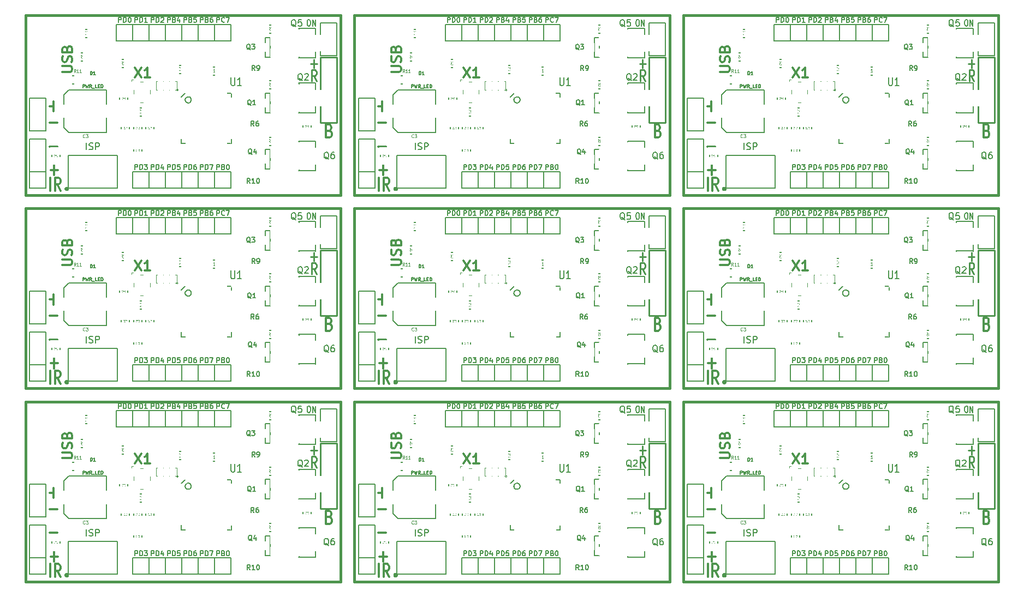
<source format=gto>
G04 (created by PCBNEW-RS274X (2012-jan-04)-stable) date Thu 08 Nov 2012 06:26:56 PM CET*
G01*
G70*
G90*
%MOIN*%
G04 Gerber Fmt 3.4, Leading zero omitted, Abs format*
%FSLAX34Y34*%
G04 APERTURE LIST*
%ADD10C,0.006000*%
%ADD11C,0.015000*%
%ADD12C,0.012000*%
%ADD13C,0.005000*%
%ADD14C,0.010000*%
%ADD15C,0.002600*%
%ADD16C,0.003900*%
%ADD17C,0.008000*%
%ADD18C,0.004700*%
%ADD19C,0.007900*%
%ADD20C,0.007500*%
%ADD21C,0.004500*%
%ADD22R,0.094700X0.094700*%
%ADD23R,0.094700X0.094800*%
%ADD24R,0.094700X0.090700*%
%ADD25R,0.082900X0.102500*%
%ADD26R,0.073000X0.035700*%
%ADD27R,0.098700X0.037700*%
%ADD28R,0.037700X0.098700*%
%ADD29R,0.161700X0.083000*%
%ADD30R,0.051400X0.051400*%
%ADD31R,0.083000X0.047600*%
%ADD32R,0.102700X0.047600*%
%ADD33R,0.128300X0.098700*%
%ADD34R,0.051100X0.059000*%
%ADD35R,0.031800X0.083000*%
%ADD36R,0.056000X0.056000*%
%ADD37R,0.080000X0.100000*%
%ADD38R,0.065000X0.045000*%
%ADD39R,0.045000X0.065000*%
%ADD40R,0.080000X0.080000*%
%ADD41C,0.080000*%
G04 APERTURE END LIST*
G54D10*
G54D11*
X46390Y-40491D02*
X65640Y-40491D01*
X46390Y-29491D02*
X65640Y-29491D01*
X46390Y-40491D02*
X46390Y-29491D01*
X65640Y-29491D02*
X65640Y-40491D01*
G54D12*
X47890Y-40215D02*
X47890Y-39415D01*
X48519Y-40215D02*
X48319Y-39834D01*
X48176Y-40215D02*
X48176Y-39415D01*
X48404Y-39415D01*
X48462Y-39453D01*
X48490Y-39491D01*
X48519Y-39567D01*
X48519Y-39681D01*
X48490Y-39758D01*
X48462Y-39796D01*
X48404Y-39834D01*
X48176Y-39834D01*
X47912Y-38960D02*
X48369Y-38960D01*
X48140Y-39265D02*
X48140Y-38655D01*
X47862Y-37510D02*
X48319Y-37510D01*
X47862Y-36060D02*
X48319Y-36060D01*
X47862Y-35060D02*
X48319Y-35060D01*
X48090Y-35365D02*
X48090Y-34755D01*
G54D11*
X48940Y-40091D02*
X48939Y-40100D01*
X48936Y-40110D01*
X48931Y-40118D01*
X48925Y-40126D01*
X48917Y-40132D01*
X48909Y-40137D01*
X48900Y-40139D01*
X48890Y-40140D01*
X48881Y-40140D01*
X48872Y-40137D01*
X48863Y-40132D01*
X48856Y-40126D01*
X48849Y-40119D01*
X48845Y-40110D01*
X48842Y-40101D01*
X48841Y-40091D01*
X48841Y-40082D01*
X48844Y-40073D01*
X48848Y-40064D01*
X48855Y-40057D01*
X48862Y-40050D01*
X48870Y-40046D01*
X48880Y-40043D01*
X48889Y-40042D01*
X48898Y-40042D01*
X48908Y-40045D01*
X48916Y-40049D01*
X48924Y-40055D01*
X48930Y-40063D01*
X48935Y-40071D01*
X48938Y-40080D01*
X48939Y-40090D01*
X48940Y-40091D01*
G54D13*
X63655Y-29753D02*
X63712Y-29753D01*
X63740Y-29772D01*
X63769Y-29810D01*
X63783Y-29886D01*
X63783Y-30020D01*
X63769Y-30096D01*
X63740Y-30134D01*
X63712Y-30153D01*
X63655Y-30153D01*
X63626Y-30134D01*
X63597Y-30096D01*
X63583Y-30020D01*
X63583Y-29886D01*
X63597Y-29810D01*
X63626Y-29772D01*
X63655Y-29753D01*
X63911Y-30153D02*
X63911Y-29753D01*
X64083Y-30153D01*
X64083Y-29753D01*
G54D12*
X64933Y-36546D02*
X65019Y-36584D01*
X65047Y-36622D01*
X65076Y-36698D01*
X65076Y-36812D01*
X65047Y-36889D01*
X65019Y-36927D01*
X64961Y-36965D01*
X64733Y-36965D01*
X64733Y-36165D01*
X64933Y-36165D01*
X64990Y-36203D01*
X65019Y-36241D01*
X65047Y-36317D01*
X65047Y-36393D01*
X65019Y-36470D01*
X64990Y-36508D01*
X64933Y-36546D01*
X64733Y-36546D01*
G54D14*
X64145Y-33524D02*
X63978Y-33191D01*
X63859Y-33524D02*
X63859Y-32824D01*
X64050Y-32824D01*
X64097Y-32858D01*
X64121Y-32891D01*
X64145Y-32958D01*
X64145Y-33058D01*
X64121Y-33124D01*
X64097Y-33158D01*
X64050Y-33191D01*
X63859Y-33191D01*
X63800Y-32458D02*
X64181Y-32458D01*
X63991Y-32724D02*
X63991Y-32191D01*
X63800Y-20647D02*
X64181Y-20647D01*
X63991Y-20913D02*
X63991Y-20380D01*
X64145Y-21713D02*
X63978Y-21380D01*
X63859Y-21713D02*
X63859Y-21013D01*
X64050Y-21013D01*
X64097Y-21047D01*
X64121Y-21080D01*
X64145Y-21147D01*
X64145Y-21247D01*
X64121Y-21313D01*
X64097Y-21347D01*
X64050Y-21380D01*
X63859Y-21380D01*
G54D12*
X64933Y-24735D02*
X65019Y-24773D01*
X65047Y-24811D01*
X65076Y-24887D01*
X65076Y-25001D01*
X65047Y-25078D01*
X65019Y-25116D01*
X64961Y-25154D01*
X64733Y-25154D01*
X64733Y-24354D01*
X64933Y-24354D01*
X64990Y-24392D01*
X65019Y-24430D01*
X65047Y-24506D01*
X65047Y-24582D01*
X65019Y-24659D01*
X64990Y-24697D01*
X64933Y-24735D01*
X64733Y-24735D01*
G54D13*
X63655Y-17942D02*
X63712Y-17942D01*
X63740Y-17961D01*
X63769Y-17999D01*
X63783Y-18075D01*
X63783Y-18209D01*
X63769Y-18285D01*
X63740Y-18323D01*
X63712Y-18342D01*
X63655Y-18342D01*
X63626Y-18323D01*
X63597Y-18285D01*
X63583Y-18209D01*
X63583Y-18075D01*
X63597Y-17999D01*
X63626Y-17961D01*
X63655Y-17942D01*
X63911Y-18342D02*
X63911Y-17942D01*
X64083Y-18342D01*
X64083Y-17942D01*
G54D11*
X48940Y-28280D02*
X48939Y-28289D01*
X48936Y-28299D01*
X48931Y-28307D01*
X48925Y-28315D01*
X48917Y-28321D01*
X48909Y-28326D01*
X48900Y-28328D01*
X48890Y-28329D01*
X48881Y-28329D01*
X48872Y-28326D01*
X48863Y-28321D01*
X48856Y-28315D01*
X48849Y-28308D01*
X48845Y-28299D01*
X48842Y-28290D01*
X48841Y-28280D01*
X48841Y-28271D01*
X48844Y-28262D01*
X48848Y-28253D01*
X48855Y-28246D01*
X48862Y-28239D01*
X48870Y-28235D01*
X48880Y-28232D01*
X48889Y-28231D01*
X48898Y-28231D01*
X48908Y-28234D01*
X48916Y-28238D01*
X48924Y-28244D01*
X48930Y-28252D01*
X48935Y-28260D01*
X48938Y-28269D01*
X48939Y-28279D01*
X48940Y-28280D01*
G54D12*
X47862Y-23249D02*
X48319Y-23249D01*
X48090Y-23554D02*
X48090Y-22944D01*
X47862Y-24249D02*
X48319Y-24249D01*
X47862Y-25699D02*
X48319Y-25699D01*
X47912Y-27149D02*
X48369Y-27149D01*
X48140Y-27454D02*
X48140Y-26844D01*
X47890Y-28404D02*
X47890Y-27604D01*
X48519Y-28404D02*
X48319Y-28023D01*
X48176Y-28404D02*
X48176Y-27604D01*
X48404Y-27604D01*
X48462Y-27642D01*
X48490Y-27680D01*
X48519Y-27756D01*
X48519Y-27870D01*
X48490Y-27947D01*
X48462Y-27985D01*
X48404Y-28023D01*
X48176Y-28023D01*
G54D11*
X65640Y-17680D02*
X65640Y-28680D01*
X46390Y-28680D02*
X46390Y-17680D01*
X46390Y-17680D02*
X65640Y-17680D01*
X46390Y-28680D02*
X65640Y-28680D01*
X46390Y-16869D02*
X65640Y-16869D01*
X46390Y-05869D02*
X65640Y-05869D01*
X46390Y-16869D02*
X46390Y-05869D01*
X65640Y-05869D02*
X65640Y-16869D01*
G54D12*
X47890Y-16593D02*
X47890Y-15793D01*
X48519Y-16593D02*
X48319Y-16212D01*
X48176Y-16593D02*
X48176Y-15793D01*
X48404Y-15793D01*
X48462Y-15831D01*
X48490Y-15869D01*
X48519Y-15945D01*
X48519Y-16059D01*
X48490Y-16136D01*
X48462Y-16174D01*
X48404Y-16212D01*
X48176Y-16212D01*
X47912Y-15338D02*
X48369Y-15338D01*
X48140Y-15643D02*
X48140Y-15033D01*
X47862Y-13888D02*
X48319Y-13888D01*
X47862Y-12438D02*
X48319Y-12438D01*
X47862Y-11438D02*
X48319Y-11438D01*
X48090Y-11743D02*
X48090Y-11133D01*
G54D11*
X48940Y-16469D02*
X48939Y-16478D01*
X48936Y-16488D01*
X48931Y-16496D01*
X48925Y-16504D01*
X48917Y-16510D01*
X48909Y-16515D01*
X48900Y-16517D01*
X48890Y-16518D01*
X48881Y-16518D01*
X48872Y-16515D01*
X48863Y-16510D01*
X48856Y-16504D01*
X48849Y-16497D01*
X48845Y-16488D01*
X48842Y-16479D01*
X48841Y-16469D01*
X48841Y-16460D01*
X48844Y-16451D01*
X48848Y-16442D01*
X48855Y-16435D01*
X48862Y-16428D01*
X48870Y-16424D01*
X48880Y-16421D01*
X48889Y-16420D01*
X48898Y-16420D01*
X48908Y-16423D01*
X48916Y-16427D01*
X48924Y-16433D01*
X48930Y-16441D01*
X48935Y-16449D01*
X48938Y-16458D01*
X48939Y-16468D01*
X48940Y-16469D01*
G54D13*
X63655Y-06131D02*
X63712Y-06131D01*
X63740Y-06150D01*
X63769Y-06188D01*
X63783Y-06264D01*
X63783Y-06398D01*
X63769Y-06474D01*
X63740Y-06512D01*
X63712Y-06531D01*
X63655Y-06531D01*
X63626Y-06512D01*
X63597Y-06474D01*
X63583Y-06398D01*
X63583Y-06264D01*
X63597Y-06188D01*
X63626Y-06150D01*
X63655Y-06131D01*
X63911Y-06531D02*
X63911Y-06131D01*
X64083Y-06531D01*
X64083Y-06131D01*
G54D12*
X64933Y-12924D02*
X65019Y-12962D01*
X65047Y-13000D01*
X65076Y-13076D01*
X65076Y-13190D01*
X65047Y-13267D01*
X65019Y-13305D01*
X64961Y-13343D01*
X64733Y-13343D01*
X64733Y-12543D01*
X64933Y-12543D01*
X64990Y-12581D01*
X65019Y-12619D01*
X65047Y-12695D01*
X65047Y-12771D01*
X65019Y-12848D01*
X64990Y-12886D01*
X64933Y-12924D01*
X64733Y-12924D01*
G54D14*
X64145Y-09902D02*
X63978Y-09569D01*
X63859Y-09902D02*
X63859Y-09202D01*
X64050Y-09202D01*
X64097Y-09236D01*
X64121Y-09269D01*
X64145Y-09336D01*
X64145Y-09436D01*
X64121Y-09502D01*
X64097Y-09536D01*
X64050Y-09569D01*
X63859Y-09569D01*
X63800Y-08836D02*
X64181Y-08836D01*
X63991Y-09102D02*
X63991Y-08569D01*
X43721Y-08836D02*
X44102Y-08836D01*
X43912Y-09102D02*
X43912Y-08569D01*
X44066Y-09902D02*
X43899Y-09569D01*
X43780Y-09902D02*
X43780Y-09202D01*
X43971Y-09202D01*
X44018Y-09236D01*
X44042Y-09269D01*
X44066Y-09336D01*
X44066Y-09436D01*
X44042Y-09502D01*
X44018Y-09536D01*
X43971Y-09569D01*
X43780Y-09569D01*
G54D12*
X44854Y-12924D02*
X44940Y-12962D01*
X44968Y-13000D01*
X44997Y-13076D01*
X44997Y-13190D01*
X44968Y-13267D01*
X44940Y-13305D01*
X44882Y-13343D01*
X44654Y-13343D01*
X44654Y-12543D01*
X44854Y-12543D01*
X44911Y-12581D01*
X44940Y-12619D01*
X44968Y-12695D01*
X44968Y-12771D01*
X44940Y-12848D01*
X44911Y-12886D01*
X44854Y-12924D01*
X44654Y-12924D01*
G54D13*
X43576Y-06131D02*
X43633Y-06131D01*
X43661Y-06150D01*
X43690Y-06188D01*
X43704Y-06264D01*
X43704Y-06398D01*
X43690Y-06474D01*
X43661Y-06512D01*
X43633Y-06531D01*
X43576Y-06531D01*
X43547Y-06512D01*
X43518Y-06474D01*
X43504Y-06398D01*
X43504Y-06264D01*
X43518Y-06188D01*
X43547Y-06150D01*
X43576Y-06131D01*
X43832Y-06531D02*
X43832Y-06131D01*
X44004Y-06531D01*
X44004Y-06131D01*
G54D11*
X28861Y-16469D02*
X28860Y-16478D01*
X28857Y-16488D01*
X28852Y-16496D01*
X28846Y-16504D01*
X28838Y-16510D01*
X28830Y-16515D01*
X28821Y-16517D01*
X28811Y-16518D01*
X28802Y-16518D01*
X28793Y-16515D01*
X28784Y-16510D01*
X28777Y-16504D01*
X28770Y-16497D01*
X28766Y-16488D01*
X28763Y-16479D01*
X28762Y-16469D01*
X28762Y-16460D01*
X28765Y-16451D01*
X28769Y-16442D01*
X28776Y-16435D01*
X28783Y-16428D01*
X28791Y-16424D01*
X28801Y-16421D01*
X28810Y-16420D01*
X28819Y-16420D01*
X28829Y-16423D01*
X28837Y-16427D01*
X28845Y-16433D01*
X28851Y-16441D01*
X28856Y-16449D01*
X28859Y-16458D01*
X28860Y-16468D01*
X28861Y-16469D01*
G54D12*
X27783Y-11438D02*
X28240Y-11438D01*
X28011Y-11743D02*
X28011Y-11133D01*
X27783Y-12438D02*
X28240Y-12438D01*
X27783Y-13888D02*
X28240Y-13888D01*
X27833Y-15338D02*
X28290Y-15338D01*
X28061Y-15643D02*
X28061Y-15033D01*
X27811Y-16593D02*
X27811Y-15793D01*
X28440Y-16593D02*
X28240Y-16212D01*
X28097Y-16593D02*
X28097Y-15793D01*
X28325Y-15793D01*
X28383Y-15831D01*
X28411Y-15869D01*
X28440Y-15945D01*
X28440Y-16059D01*
X28411Y-16136D01*
X28383Y-16174D01*
X28325Y-16212D01*
X28097Y-16212D01*
G54D11*
X45561Y-05869D02*
X45561Y-16869D01*
X26311Y-16869D02*
X26311Y-05869D01*
X26311Y-05869D02*
X45561Y-05869D01*
X26311Y-16869D02*
X45561Y-16869D01*
X26311Y-28680D02*
X45561Y-28680D01*
X26311Y-17680D02*
X45561Y-17680D01*
X26311Y-28680D02*
X26311Y-17680D01*
X45561Y-17680D02*
X45561Y-28680D01*
G54D12*
X27811Y-28404D02*
X27811Y-27604D01*
X28440Y-28404D02*
X28240Y-28023D01*
X28097Y-28404D02*
X28097Y-27604D01*
X28325Y-27604D01*
X28383Y-27642D01*
X28411Y-27680D01*
X28440Y-27756D01*
X28440Y-27870D01*
X28411Y-27947D01*
X28383Y-27985D01*
X28325Y-28023D01*
X28097Y-28023D01*
X27833Y-27149D02*
X28290Y-27149D01*
X28061Y-27454D02*
X28061Y-26844D01*
X27783Y-25699D02*
X28240Y-25699D01*
X27783Y-24249D02*
X28240Y-24249D01*
X27783Y-23249D02*
X28240Y-23249D01*
X28011Y-23554D02*
X28011Y-22944D01*
G54D11*
X28861Y-28280D02*
X28860Y-28289D01*
X28857Y-28299D01*
X28852Y-28307D01*
X28846Y-28315D01*
X28838Y-28321D01*
X28830Y-28326D01*
X28821Y-28328D01*
X28811Y-28329D01*
X28802Y-28329D01*
X28793Y-28326D01*
X28784Y-28321D01*
X28777Y-28315D01*
X28770Y-28308D01*
X28766Y-28299D01*
X28763Y-28290D01*
X28762Y-28280D01*
X28762Y-28271D01*
X28765Y-28262D01*
X28769Y-28253D01*
X28776Y-28246D01*
X28783Y-28239D01*
X28791Y-28235D01*
X28801Y-28232D01*
X28810Y-28231D01*
X28819Y-28231D01*
X28829Y-28234D01*
X28837Y-28238D01*
X28845Y-28244D01*
X28851Y-28252D01*
X28856Y-28260D01*
X28859Y-28269D01*
X28860Y-28279D01*
X28861Y-28280D01*
G54D13*
X43576Y-17942D02*
X43633Y-17942D01*
X43661Y-17961D01*
X43690Y-17999D01*
X43704Y-18075D01*
X43704Y-18209D01*
X43690Y-18285D01*
X43661Y-18323D01*
X43633Y-18342D01*
X43576Y-18342D01*
X43547Y-18323D01*
X43518Y-18285D01*
X43504Y-18209D01*
X43504Y-18075D01*
X43518Y-17999D01*
X43547Y-17961D01*
X43576Y-17942D01*
X43832Y-18342D02*
X43832Y-17942D01*
X44004Y-18342D01*
X44004Y-17942D01*
G54D12*
X44854Y-24735D02*
X44940Y-24773D01*
X44968Y-24811D01*
X44997Y-24887D01*
X44997Y-25001D01*
X44968Y-25078D01*
X44940Y-25116D01*
X44882Y-25154D01*
X44654Y-25154D01*
X44654Y-24354D01*
X44854Y-24354D01*
X44911Y-24392D01*
X44940Y-24430D01*
X44968Y-24506D01*
X44968Y-24582D01*
X44940Y-24659D01*
X44911Y-24697D01*
X44854Y-24735D01*
X44654Y-24735D01*
G54D14*
X44066Y-21713D02*
X43899Y-21380D01*
X43780Y-21713D02*
X43780Y-21013D01*
X43971Y-21013D01*
X44018Y-21047D01*
X44042Y-21080D01*
X44066Y-21147D01*
X44066Y-21247D01*
X44042Y-21313D01*
X44018Y-21347D01*
X43971Y-21380D01*
X43780Y-21380D01*
X43721Y-20647D02*
X44102Y-20647D01*
X43912Y-20913D02*
X43912Y-20380D01*
X43721Y-32458D02*
X44102Y-32458D01*
X43912Y-32724D02*
X43912Y-32191D01*
X44066Y-33524D02*
X43899Y-33191D01*
X43780Y-33524D02*
X43780Y-32824D01*
X43971Y-32824D01*
X44018Y-32858D01*
X44042Y-32891D01*
X44066Y-32958D01*
X44066Y-33058D01*
X44042Y-33124D01*
X44018Y-33158D01*
X43971Y-33191D01*
X43780Y-33191D01*
G54D12*
X44854Y-36546D02*
X44940Y-36584D01*
X44968Y-36622D01*
X44997Y-36698D01*
X44997Y-36812D01*
X44968Y-36889D01*
X44940Y-36927D01*
X44882Y-36965D01*
X44654Y-36965D01*
X44654Y-36165D01*
X44854Y-36165D01*
X44911Y-36203D01*
X44940Y-36241D01*
X44968Y-36317D01*
X44968Y-36393D01*
X44940Y-36470D01*
X44911Y-36508D01*
X44854Y-36546D01*
X44654Y-36546D01*
G54D13*
X43576Y-29753D02*
X43633Y-29753D01*
X43661Y-29772D01*
X43690Y-29810D01*
X43704Y-29886D01*
X43704Y-30020D01*
X43690Y-30096D01*
X43661Y-30134D01*
X43633Y-30153D01*
X43576Y-30153D01*
X43547Y-30134D01*
X43518Y-30096D01*
X43504Y-30020D01*
X43504Y-29886D01*
X43518Y-29810D01*
X43547Y-29772D01*
X43576Y-29753D01*
X43832Y-30153D02*
X43832Y-29753D01*
X44004Y-30153D01*
X44004Y-29753D01*
G54D11*
X28861Y-40091D02*
X28860Y-40100D01*
X28857Y-40110D01*
X28852Y-40118D01*
X28846Y-40126D01*
X28838Y-40132D01*
X28830Y-40137D01*
X28821Y-40139D01*
X28811Y-40140D01*
X28802Y-40140D01*
X28793Y-40137D01*
X28784Y-40132D01*
X28777Y-40126D01*
X28770Y-40119D01*
X28766Y-40110D01*
X28763Y-40101D01*
X28762Y-40091D01*
X28762Y-40082D01*
X28765Y-40073D01*
X28769Y-40064D01*
X28776Y-40057D01*
X28783Y-40050D01*
X28791Y-40046D01*
X28801Y-40043D01*
X28810Y-40042D01*
X28819Y-40042D01*
X28829Y-40045D01*
X28837Y-40049D01*
X28845Y-40055D01*
X28851Y-40063D01*
X28856Y-40071D01*
X28859Y-40080D01*
X28860Y-40090D01*
X28861Y-40091D01*
G54D12*
X27783Y-35060D02*
X28240Y-35060D01*
X28011Y-35365D02*
X28011Y-34755D01*
X27783Y-36060D02*
X28240Y-36060D01*
X27783Y-37510D02*
X28240Y-37510D01*
X27833Y-38960D02*
X28290Y-38960D01*
X28061Y-39265D02*
X28061Y-38655D01*
X27811Y-40215D02*
X27811Y-39415D01*
X28440Y-40215D02*
X28240Y-39834D01*
X28097Y-40215D02*
X28097Y-39415D01*
X28325Y-39415D01*
X28383Y-39453D01*
X28411Y-39491D01*
X28440Y-39567D01*
X28440Y-39681D01*
X28411Y-39758D01*
X28383Y-39796D01*
X28325Y-39834D01*
X28097Y-39834D01*
G54D11*
X45561Y-29491D02*
X45561Y-40491D01*
X26311Y-40491D02*
X26311Y-29491D01*
X26311Y-29491D02*
X45561Y-29491D01*
X26311Y-40491D02*
X45561Y-40491D01*
X06232Y-40491D02*
X25482Y-40491D01*
X06232Y-29491D02*
X25482Y-29491D01*
X06232Y-40491D02*
X06232Y-29491D01*
X25482Y-29491D02*
X25482Y-40491D01*
G54D12*
X07732Y-40215D02*
X07732Y-39415D01*
X08361Y-40215D02*
X08161Y-39834D01*
X08018Y-40215D02*
X08018Y-39415D01*
X08246Y-39415D01*
X08304Y-39453D01*
X08332Y-39491D01*
X08361Y-39567D01*
X08361Y-39681D01*
X08332Y-39758D01*
X08304Y-39796D01*
X08246Y-39834D01*
X08018Y-39834D01*
X07754Y-38960D02*
X08211Y-38960D01*
X07982Y-39265D02*
X07982Y-38655D01*
X07704Y-37510D02*
X08161Y-37510D01*
X07704Y-36060D02*
X08161Y-36060D01*
X07704Y-35060D02*
X08161Y-35060D01*
X07932Y-35365D02*
X07932Y-34755D01*
G54D11*
X08782Y-40091D02*
X08781Y-40100D01*
X08778Y-40110D01*
X08773Y-40118D01*
X08767Y-40126D01*
X08759Y-40132D01*
X08751Y-40137D01*
X08742Y-40139D01*
X08732Y-40140D01*
X08723Y-40140D01*
X08714Y-40137D01*
X08705Y-40132D01*
X08698Y-40126D01*
X08691Y-40119D01*
X08687Y-40110D01*
X08684Y-40101D01*
X08683Y-40091D01*
X08683Y-40082D01*
X08686Y-40073D01*
X08690Y-40064D01*
X08697Y-40057D01*
X08704Y-40050D01*
X08712Y-40046D01*
X08722Y-40043D01*
X08731Y-40042D01*
X08740Y-40042D01*
X08750Y-40045D01*
X08758Y-40049D01*
X08766Y-40055D01*
X08772Y-40063D01*
X08777Y-40071D01*
X08780Y-40080D01*
X08781Y-40090D01*
X08782Y-40091D01*
G54D13*
X23497Y-29753D02*
X23554Y-29753D01*
X23582Y-29772D01*
X23611Y-29810D01*
X23625Y-29886D01*
X23625Y-30020D01*
X23611Y-30096D01*
X23582Y-30134D01*
X23554Y-30153D01*
X23497Y-30153D01*
X23468Y-30134D01*
X23439Y-30096D01*
X23425Y-30020D01*
X23425Y-29886D01*
X23439Y-29810D01*
X23468Y-29772D01*
X23497Y-29753D01*
X23753Y-30153D02*
X23753Y-29753D01*
X23925Y-30153D01*
X23925Y-29753D01*
G54D12*
X24775Y-36546D02*
X24861Y-36584D01*
X24889Y-36622D01*
X24918Y-36698D01*
X24918Y-36812D01*
X24889Y-36889D01*
X24861Y-36927D01*
X24803Y-36965D01*
X24575Y-36965D01*
X24575Y-36165D01*
X24775Y-36165D01*
X24832Y-36203D01*
X24861Y-36241D01*
X24889Y-36317D01*
X24889Y-36393D01*
X24861Y-36470D01*
X24832Y-36508D01*
X24775Y-36546D01*
X24575Y-36546D01*
G54D14*
X23987Y-33524D02*
X23820Y-33191D01*
X23701Y-33524D02*
X23701Y-32824D01*
X23892Y-32824D01*
X23939Y-32858D01*
X23963Y-32891D01*
X23987Y-32958D01*
X23987Y-33058D01*
X23963Y-33124D01*
X23939Y-33158D01*
X23892Y-33191D01*
X23701Y-33191D01*
X23642Y-32458D02*
X24023Y-32458D01*
X23833Y-32724D02*
X23833Y-32191D01*
X23642Y-20647D02*
X24023Y-20647D01*
X23833Y-20913D02*
X23833Y-20380D01*
X23987Y-21713D02*
X23820Y-21380D01*
X23701Y-21713D02*
X23701Y-21013D01*
X23892Y-21013D01*
X23939Y-21047D01*
X23963Y-21080D01*
X23987Y-21147D01*
X23987Y-21247D01*
X23963Y-21313D01*
X23939Y-21347D01*
X23892Y-21380D01*
X23701Y-21380D01*
G54D12*
X24775Y-24735D02*
X24861Y-24773D01*
X24889Y-24811D01*
X24918Y-24887D01*
X24918Y-25001D01*
X24889Y-25078D01*
X24861Y-25116D01*
X24803Y-25154D01*
X24575Y-25154D01*
X24575Y-24354D01*
X24775Y-24354D01*
X24832Y-24392D01*
X24861Y-24430D01*
X24889Y-24506D01*
X24889Y-24582D01*
X24861Y-24659D01*
X24832Y-24697D01*
X24775Y-24735D01*
X24575Y-24735D01*
G54D13*
X23497Y-17942D02*
X23554Y-17942D01*
X23582Y-17961D01*
X23611Y-17999D01*
X23625Y-18075D01*
X23625Y-18209D01*
X23611Y-18285D01*
X23582Y-18323D01*
X23554Y-18342D01*
X23497Y-18342D01*
X23468Y-18323D01*
X23439Y-18285D01*
X23425Y-18209D01*
X23425Y-18075D01*
X23439Y-17999D01*
X23468Y-17961D01*
X23497Y-17942D01*
X23753Y-18342D02*
X23753Y-17942D01*
X23925Y-18342D01*
X23925Y-17942D01*
G54D11*
X08782Y-28280D02*
X08781Y-28289D01*
X08778Y-28299D01*
X08773Y-28307D01*
X08767Y-28315D01*
X08759Y-28321D01*
X08751Y-28326D01*
X08742Y-28328D01*
X08732Y-28329D01*
X08723Y-28329D01*
X08714Y-28326D01*
X08705Y-28321D01*
X08698Y-28315D01*
X08691Y-28308D01*
X08687Y-28299D01*
X08684Y-28290D01*
X08683Y-28280D01*
X08683Y-28271D01*
X08686Y-28262D01*
X08690Y-28253D01*
X08697Y-28246D01*
X08704Y-28239D01*
X08712Y-28235D01*
X08722Y-28232D01*
X08731Y-28231D01*
X08740Y-28231D01*
X08750Y-28234D01*
X08758Y-28238D01*
X08766Y-28244D01*
X08772Y-28252D01*
X08777Y-28260D01*
X08780Y-28269D01*
X08781Y-28279D01*
X08782Y-28280D01*
G54D12*
X07704Y-23249D02*
X08161Y-23249D01*
X07932Y-23554D02*
X07932Y-22944D01*
X07704Y-24249D02*
X08161Y-24249D01*
X07704Y-25699D02*
X08161Y-25699D01*
X07754Y-27149D02*
X08211Y-27149D01*
X07982Y-27454D02*
X07982Y-26844D01*
X07732Y-28404D02*
X07732Y-27604D01*
X08361Y-28404D02*
X08161Y-28023D01*
X08018Y-28404D02*
X08018Y-27604D01*
X08246Y-27604D01*
X08304Y-27642D01*
X08332Y-27680D01*
X08361Y-27756D01*
X08361Y-27870D01*
X08332Y-27947D01*
X08304Y-27985D01*
X08246Y-28023D01*
X08018Y-28023D01*
G54D11*
X25482Y-17680D02*
X25482Y-28680D01*
X06232Y-28680D02*
X06232Y-17680D01*
X06232Y-17680D02*
X25482Y-17680D01*
X06232Y-28680D02*
X25482Y-28680D01*
X06232Y-16869D02*
X25482Y-16869D01*
X06232Y-05869D02*
X25482Y-05869D01*
X06232Y-16869D02*
X06232Y-05869D01*
X25482Y-05869D02*
X25482Y-16869D01*
G54D12*
X07732Y-16593D02*
X07732Y-15793D01*
X08361Y-16593D02*
X08161Y-16212D01*
X08018Y-16593D02*
X08018Y-15793D01*
X08246Y-15793D01*
X08304Y-15831D01*
X08332Y-15869D01*
X08361Y-15945D01*
X08361Y-16059D01*
X08332Y-16136D01*
X08304Y-16174D01*
X08246Y-16212D01*
X08018Y-16212D01*
X07754Y-15338D02*
X08211Y-15338D01*
X07982Y-15643D02*
X07982Y-15033D01*
X07704Y-13888D02*
X08161Y-13888D01*
X07704Y-12438D02*
X08161Y-12438D01*
X07704Y-11438D02*
X08161Y-11438D01*
X07932Y-11743D02*
X07932Y-11133D01*
G54D11*
X08782Y-16469D02*
X08781Y-16478D01*
X08778Y-16488D01*
X08773Y-16496D01*
X08767Y-16504D01*
X08759Y-16510D01*
X08751Y-16515D01*
X08742Y-16517D01*
X08732Y-16518D01*
X08723Y-16518D01*
X08714Y-16515D01*
X08705Y-16510D01*
X08698Y-16504D01*
X08691Y-16497D01*
X08687Y-16488D01*
X08684Y-16479D01*
X08683Y-16469D01*
X08683Y-16460D01*
X08686Y-16451D01*
X08690Y-16442D01*
X08697Y-16435D01*
X08704Y-16428D01*
X08712Y-16424D01*
X08722Y-16421D01*
X08731Y-16420D01*
X08740Y-16420D01*
X08750Y-16423D01*
X08758Y-16427D01*
X08766Y-16433D01*
X08772Y-16441D01*
X08777Y-16449D01*
X08780Y-16458D01*
X08781Y-16468D01*
X08782Y-16469D01*
G54D13*
X23497Y-06131D02*
X23554Y-06131D01*
X23582Y-06150D01*
X23611Y-06188D01*
X23625Y-06264D01*
X23625Y-06398D01*
X23611Y-06474D01*
X23582Y-06512D01*
X23554Y-06531D01*
X23497Y-06531D01*
X23468Y-06512D01*
X23439Y-06474D01*
X23425Y-06398D01*
X23425Y-06264D01*
X23439Y-06188D01*
X23468Y-06150D01*
X23497Y-06131D01*
X23753Y-06531D02*
X23753Y-06131D01*
X23925Y-06531D01*
X23925Y-06131D01*
G54D12*
X24775Y-12924D02*
X24861Y-12962D01*
X24889Y-13000D01*
X24918Y-13076D01*
X24918Y-13190D01*
X24889Y-13267D01*
X24861Y-13305D01*
X24803Y-13343D01*
X24575Y-13343D01*
X24575Y-12543D01*
X24775Y-12543D01*
X24832Y-12581D01*
X24861Y-12619D01*
X24889Y-12695D01*
X24889Y-12771D01*
X24861Y-12848D01*
X24832Y-12886D01*
X24775Y-12924D01*
X24575Y-12924D01*
G54D14*
X23987Y-09902D02*
X23820Y-09569D01*
X23701Y-09902D02*
X23701Y-09202D01*
X23892Y-09202D01*
X23939Y-09236D01*
X23963Y-09269D01*
X23987Y-09336D01*
X23987Y-09436D01*
X23963Y-09502D01*
X23939Y-09536D01*
X23892Y-09569D01*
X23701Y-09569D01*
X23642Y-08836D02*
X24023Y-08836D01*
X23833Y-09102D02*
X23833Y-08569D01*
G54D10*
X55905Y-34498D02*
X55905Y-37328D01*
X56155Y-34258D02*
X58935Y-34258D01*
X58955Y-37338D02*
X58955Y-34298D01*
X55905Y-37338D02*
X58905Y-37338D01*
X55909Y-34488D02*
X56139Y-34258D01*
X56505Y-34662D02*
X56501Y-34698D01*
X56490Y-34733D01*
X56473Y-34766D01*
X56450Y-34794D01*
X56422Y-34817D01*
X56389Y-34835D01*
X56354Y-34846D01*
X56318Y-34849D01*
X56282Y-34846D01*
X56247Y-34836D01*
X56215Y-34819D01*
X56186Y-34796D01*
X56162Y-34768D01*
X56145Y-34736D01*
X56134Y-34701D01*
X56130Y-34664D01*
X56133Y-34629D01*
X56143Y-34593D01*
X56159Y-34561D01*
X56182Y-34532D01*
X56210Y-34508D01*
X56242Y-34490D01*
X56277Y-34479D01*
X56314Y-34475D01*
X56349Y-34477D01*
X56384Y-34487D01*
X56417Y-34504D01*
X56446Y-34526D01*
X56470Y-34554D01*
X56488Y-34586D01*
X56500Y-34621D01*
X56504Y-34657D01*
X56505Y-34662D01*
G54D13*
X51339Y-36640D02*
X51339Y-35754D01*
X51339Y-34042D02*
X51339Y-34928D01*
X48741Y-34337D02*
X48741Y-34928D01*
X48741Y-36345D02*
X48741Y-35754D01*
X51340Y-34041D02*
X49040Y-34041D01*
X49040Y-34041D02*
X48740Y-34341D01*
X48740Y-36341D02*
X49040Y-36641D01*
X49040Y-36641D02*
X51340Y-36641D01*
X49190Y-35341D02*
X49490Y-35341D01*
X49340Y-35491D02*
X49340Y-35191D01*
G54D15*
X50667Y-33618D02*
X50824Y-33618D01*
X50667Y-33264D02*
X50824Y-33264D01*
X50156Y-33618D02*
X50313Y-33618D01*
X50156Y-33264D02*
X50313Y-33264D01*
X50608Y-33382D02*
X50608Y-33500D01*
G54D13*
X63078Y-38997D02*
X63078Y-38937D01*
X63078Y-37185D02*
X63078Y-37245D01*
X64102Y-38997D02*
X64102Y-38622D01*
X64102Y-37185D02*
X64102Y-37560D01*
X63075Y-37186D02*
X64105Y-37186D01*
X64105Y-38996D02*
X63075Y-38996D01*
G54D16*
X52860Y-33423D02*
X52860Y-33522D01*
X52860Y-33423D02*
X52959Y-33423D01*
X53982Y-33561D02*
X53982Y-34821D01*
X53982Y-34821D02*
X52998Y-34821D01*
X52998Y-34821D02*
X52998Y-33561D01*
X52998Y-33561D02*
X53982Y-33561D01*
X55683Y-34047D02*
X55682Y-34055D01*
X55679Y-34063D01*
X55675Y-34070D01*
X55670Y-34077D01*
X55664Y-34082D01*
X55656Y-34086D01*
X55648Y-34089D01*
X55640Y-34089D01*
X55632Y-34089D01*
X55624Y-34086D01*
X55617Y-34082D01*
X55610Y-34077D01*
X55605Y-34071D01*
X55601Y-34063D01*
X55598Y-34055D01*
X55598Y-34047D01*
X55598Y-34040D01*
X55601Y-34032D01*
X55604Y-34024D01*
X55610Y-34018D01*
X55616Y-34012D01*
X55623Y-34008D01*
X55631Y-34006D01*
X55640Y-34005D01*
X55647Y-34005D01*
X55655Y-34007D01*
X55663Y-34011D01*
X55669Y-34016D01*
X55675Y-34023D01*
X55679Y-34030D01*
X55681Y-34038D01*
X55682Y-34046D01*
X55683Y-34047D01*
X54360Y-33535D02*
X55620Y-33535D01*
X55620Y-33535D02*
X55620Y-34047D01*
X55620Y-34047D02*
X54360Y-34047D01*
X54360Y-34047D02*
X54360Y-33535D01*
G54D13*
X61340Y-37691D02*
X61340Y-38891D01*
X61340Y-38891D02*
X61040Y-38891D01*
X61040Y-38891D02*
X61040Y-37691D01*
X61040Y-37691D02*
X61340Y-37691D01*
X61340Y-30841D02*
X61340Y-32041D01*
X61340Y-32041D02*
X61040Y-32041D01*
X61040Y-32041D02*
X61040Y-30841D01*
X61040Y-30841D02*
X61340Y-30841D01*
X61340Y-34241D02*
X61340Y-35441D01*
X61340Y-35441D02*
X61040Y-35441D01*
X61040Y-35441D02*
X61040Y-34241D01*
X61040Y-34241D02*
X61340Y-34241D01*
X62840Y-40091D02*
X62840Y-39191D01*
X62840Y-39191D02*
X62190Y-39191D01*
X61490Y-40091D02*
X60840Y-40091D01*
X60840Y-40091D02*
X60840Y-39191D01*
X60840Y-39191D02*
X61490Y-39191D01*
X62190Y-40091D02*
X62840Y-40091D01*
X62840Y-33191D02*
X62840Y-32291D01*
X62840Y-32291D02*
X62190Y-32291D01*
X61490Y-33191D02*
X60840Y-33191D01*
X60840Y-33191D02*
X60840Y-32291D01*
X60840Y-32291D02*
X61490Y-32291D01*
X62190Y-33191D02*
X62840Y-33191D01*
X62840Y-36591D02*
X62840Y-35691D01*
X62840Y-35691D02*
X62190Y-35691D01*
X61490Y-36591D02*
X60840Y-36591D01*
X60840Y-36591D02*
X60840Y-35691D01*
X60840Y-35691D02*
X61490Y-35691D01*
X62190Y-36591D02*
X62840Y-36591D01*
X52990Y-36841D02*
X52990Y-35941D01*
X52990Y-35941D02*
X53490Y-35941D01*
X53490Y-35941D02*
X53490Y-36841D01*
X53490Y-36841D02*
X52990Y-36841D01*
X53490Y-37291D02*
X53490Y-38191D01*
X53490Y-38191D02*
X52990Y-38191D01*
X52990Y-38191D02*
X52990Y-37291D01*
X52990Y-37291D02*
X53490Y-37291D01*
X58340Y-33141D02*
X57440Y-33141D01*
X57440Y-33141D02*
X57440Y-32641D01*
X57440Y-32641D02*
X58340Y-32641D01*
X58340Y-32641D02*
X58340Y-33141D01*
X47990Y-38541D02*
X47990Y-37641D01*
X47990Y-37641D02*
X48490Y-37641D01*
X48490Y-37641D02*
X48490Y-38541D01*
X48490Y-38541D02*
X47990Y-38541D01*
X56290Y-33041D02*
X55390Y-33041D01*
X55390Y-33041D02*
X55390Y-32541D01*
X55390Y-32541D02*
X56290Y-32541D01*
X56290Y-32541D02*
X56290Y-33041D01*
X53890Y-35641D02*
X52990Y-35641D01*
X52990Y-35641D02*
X52990Y-35141D01*
X52990Y-35141D02*
X53890Y-35141D01*
X53890Y-35141D02*
X53890Y-35641D01*
X63840Y-35841D02*
X63840Y-36741D01*
X63840Y-36741D02*
X63340Y-36741D01*
X63340Y-36741D02*
X63340Y-35841D01*
X63340Y-35841D02*
X63840Y-35841D01*
X52640Y-34141D02*
X52640Y-35041D01*
X52640Y-35041D02*
X52140Y-35041D01*
X52140Y-35041D02*
X52140Y-34141D01*
X52140Y-34141D02*
X52640Y-34141D01*
X49640Y-30341D02*
X50540Y-30341D01*
X50540Y-30341D02*
X50540Y-30841D01*
X50540Y-30841D02*
X49640Y-30841D01*
X49640Y-30841D02*
X49640Y-30341D01*
X60890Y-33491D02*
X61790Y-33491D01*
X61790Y-33491D02*
X61790Y-33991D01*
X61790Y-33991D02*
X60890Y-33991D01*
X60890Y-33991D02*
X60890Y-33491D01*
X52740Y-35941D02*
X52740Y-36841D01*
X52740Y-36841D02*
X52240Y-36841D01*
X52240Y-36841D02*
X52240Y-35941D01*
X52240Y-35941D02*
X52740Y-35941D01*
X53740Y-36841D02*
X53740Y-35941D01*
X53740Y-35941D02*
X54240Y-35941D01*
X54240Y-35941D02*
X54240Y-36841D01*
X54240Y-36841D02*
X53740Y-36841D01*
X51890Y-32191D02*
X52790Y-32191D01*
X52790Y-32191D02*
X52790Y-32691D01*
X52790Y-32691D02*
X51890Y-32691D01*
X51890Y-32691D02*
X51890Y-32191D01*
X49390Y-31791D02*
X50290Y-31791D01*
X50290Y-31791D02*
X50290Y-32291D01*
X50290Y-32291D02*
X49390Y-32291D01*
X49390Y-32291D02*
X49390Y-31791D01*
X60890Y-30091D02*
X61790Y-30091D01*
X61790Y-30091D02*
X61790Y-30591D01*
X61790Y-30591D02*
X60890Y-30591D01*
X60890Y-30591D02*
X60890Y-30091D01*
X60890Y-36941D02*
X61790Y-36941D01*
X61790Y-36941D02*
X61790Y-37441D01*
X61790Y-37441D02*
X60890Y-37441D01*
X60890Y-37441D02*
X60890Y-36941D01*
X48840Y-33191D02*
X49740Y-33191D01*
X49740Y-33191D02*
X49740Y-33691D01*
X49740Y-33691D02*
X48840Y-33691D01*
X48840Y-33691D02*
X48840Y-33191D01*
G54D14*
X64390Y-36041D02*
X64390Y-32041D01*
X65390Y-36041D02*
X65390Y-32041D01*
X65390Y-32041D02*
X64390Y-32041D01*
X64390Y-36041D02*
X65390Y-36041D01*
G54D17*
X51990Y-40041D02*
X48990Y-40041D01*
X48990Y-38041D02*
X51990Y-38041D01*
X51990Y-38041D02*
X51990Y-40041D01*
X48990Y-40041D02*
X48990Y-38041D01*
G54D10*
X47640Y-40041D02*
X46640Y-40041D01*
X46640Y-40041D02*
X46640Y-37041D01*
X46640Y-37041D02*
X47640Y-37041D01*
X47640Y-37041D02*
X47640Y-40041D01*
X46640Y-39041D02*
X47640Y-39041D01*
X64390Y-29941D02*
X65390Y-29941D01*
X65390Y-29941D02*
X65390Y-31941D01*
X65390Y-31941D02*
X64390Y-31941D01*
X64390Y-31941D02*
X64390Y-29941D01*
X47640Y-36541D02*
X46640Y-36541D01*
X46640Y-36541D02*
X46640Y-34541D01*
X46640Y-34541D02*
X47640Y-34541D01*
X47640Y-34541D02*
X47640Y-36541D01*
X57940Y-40041D02*
X56940Y-40041D01*
X56940Y-39041D02*
X57940Y-39041D01*
X56940Y-40041D02*
X56940Y-39041D01*
X57940Y-39041D02*
X57940Y-40041D01*
X52940Y-31041D02*
X51940Y-31041D01*
X51940Y-30041D02*
X52940Y-30041D01*
X51940Y-31041D02*
X51940Y-30041D01*
X52940Y-30041D02*
X52940Y-31041D01*
X53940Y-31041D02*
X52940Y-31041D01*
X52940Y-30041D02*
X53940Y-30041D01*
X52940Y-31041D02*
X52940Y-30041D01*
X53940Y-30041D02*
X53940Y-31041D01*
X54940Y-31041D02*
X53940Y-31041D01*
X53940Y-30041D02*
X54940Y-30041D01*
X53940Y-31041D02*
X53940Y-30041D01*
X54940Y-30041D02*
X54940Y-31041D01*
X53940Y-40041D02*
X52940Y-40041D01*
X52940Y-39041D02*
X53940Y-39041D01*
X52940Y-40041D02*
X52940Y-39041D01*
X53940Y-39041D02*
X53940Y-40041D01*
X54940Y-40041D02*
X53940Y-40041D01*
X53940Y-39041D02*
X54940Y-39041D01*
X53940Y-40041D02*
X53940Y-39041D01*
X54940Y-39041D02*
X54940Y-40041D01*
X58940Y-40041D02*
X57940Y-40041D01*
X57940Y-39041D02*
X58940Y-39041D01*
X57940Y-40041D02*
X57940Y-39041D01*
X58940Y-39041D02*
X58940Y-40041D01*
X56940Y-40041D02*
X55940Y-40041D01*
X55940Y-39041D02*
X56940Y-39041D01*
X55940Y-40041D02*
X55940Y-39041D01*
X56940Y-39041D02*
X56940Y-40041D01*
X55940Y-40041D02*
X54940Y-40041D01*
X54940Y-39041D02*
X55940Y-39041D01*
X54940Y-40041D02*
X54940Y-39041D01*
X55940Y-39041D02*
X55940Y-40041D01*
X55940Y-31041D02*
X54940Y-31041D01*
X54940Y-30041D02*
X55940Y-30041D01*
X54940Y-31041D02*
X54940Y-30041D01*
X55940Y-30041D02*
X55940Y-31041D01*
X56940Y-31041D02*
X55940Y-31041D01*
X55940Y-30041D02*
X56940Y-30041D01*
X55940Y-31041D02*
X55940Y-30041D01*
X56940Y-30041D02*
X56940Y-31041D01*
X57940Y-31041D02*
X56940Y-31041D01*
X56940Y-30041D02*
X57940Y-30041D01*
X56940Y-31041D02*
X56940Y-30041D01*
X57940Y-30041D02*
X57940Y-31041D01*
X58940Y-31041D02*
X57940Y-31041D01*
X57940Y-30041D02*
X58940Y-30041D01*
X57940Y-31041D02*
X57940Y-30041D01*
X58940Y-30041D02*
X58940Y-31041D01*
G54D13*
X63078Y-32097D02*
X63078Y-32037D01*
X63078Y-30285D02*
X63078Y-30345D01*
X64102Y-32097D02*
X64102Y-31722D01*
X64102Y-30285D02*
X64102Y-30660D01*
X63075Y-30286D02*
X64105Y-30286D01*
X64105Y-32096D02*
X63075Y-32096D01*
X63078Y-35447D02*
X63078Y-35387D01*
X63078Y-33635D02*
X63078Y-33695D01*
X64102Y-35447D02*
X64102Y-35072D01*
X64102Y-33635D02*
X64102Y-34010D01*
X63075Y-33636D02*
X64105Y-33636D01*
X64105Y-35446D02*
X63075Y-35446D01*
X63078Y-23636D02*
X63078Y-23576D01*
X63078Y-21824D02*
X63078Y-21884D01*
X64102Y-23636D02*
X64102Y-23261D01*
X64102Y-21824D02*
X64102Y-22199D01*
X63075Y-21825D02*
X64105Y-21825D01*
X64105Y-23635D02*
X63075Y-23635D01*
X63078Y-20286D02*
X63078Y-20226D01*
X63078Y-18474D02*
X63078Y-18534D01*
X64102Y-20286D02*
X64102Y-19911D01*
X64102Y-18474D02*
X64102Y-18849D01*
X63075Y-18475D02*
X64105Y-18475D01*
X64105Y-20285D02*
X63075Y-20285D01*
G54D10*
X58940Y-19230D02*
X57940Y-19230D01*
X57940Y-18230D02*
X58940Y-18230D01*
X57940Y-19230D02*
X57940Y-18230D01*
X58940Y-18230D02*
X58940Y-19230D01*
X57940Y-19230D02*
X56940Y-19230D01*
X56940Y-18230D02*
X57940Y-18230D01*
X56940Y-19230D02*
X56940Y-18230D01*
X57940Y-18230D02*
X57940Y-19230D01*
X56940Y-19230D02*
X55940Y-19230D01*
X55940Y-18230D02*
X56940Y-18230D01*
X55940Y-19230D02*
X55940Y-18230D01*
X56940Y-18230D02*
X56940Y-19230D01*
X55940Y-19230D02*
X54940Y-19230D01*
X54940Y-18230D02*
X55940Y-18230D01*
X54940Y-19230D02*
X54940Y-18230D01*
X55940Y-18230D02*
X55940Y-19230D01*
X55940Y-28230D02*
X54940Y-28230D01*
X54940Y-27230D02*
X55940Y-27230D01*
X54940Y-28230D02*
X54940Y-27230D01*
X55940Y-27230D02*
X55940Y-28230D01*
X56940Y-28230D02*
X55940Y-28230D01*
X55940Y-27230D02*
X56940Y-27230D01*
X55940Y-28230D02*
X55940Y-27230D01*
X56940Y-27230D02*
X56940Y-28230D01*
X58940Y-28230D02*
X57940Y-28230D01*
X57940Y-27230D02*
X58940Y-27230D01*
X57940Y-28230D02*
X57940Y-27230D01*
X58940Y-27230D02*
X58940Y-28230D01*
X54940Y-28230D02*
X53940Y-28230D01*
X53940Y-27230D02*
X54940Y-27230D01*
X53940Y-28230D02*
X53940Y-27230D01*
X54940Y-27230D02*
X54940Y-28230D01*
X53940Y-28230D02*
X52940Y-28230D01*
X52940Y-27230D02*
X53940Y-27230D01*
X52940Y-28230D02*
X52940Y-27230D01*
X53940Y-27230D02*
X53940Y-28230D01*
X54940Y-19230D02*
X53940Y-19230D01*
X53940Y-18230D02*
X54940Y-18230D01*
X53940Y-19230D02*
X53940Y-18230D01*
X54940Y-18230D02*
X54940Y-19230D01*
X53940Y-19230D02*
X52940Y-19230D01*
X52940Y-18230D02*
X53940Y-18230D01*
X52940Y-19230D02*
X52940Y-18230D01*
X53940Y-18230D02*
X53940Y-19230D01*
X52940Y-19230D02*
X51940Y-19230D01*
X51940Y-18230D02*
X52940Y-18230D01*
X51940Y-19230D02*
X51940Y-18230D01*
X52940Y-18230D02*
X52940Y-19230D01*
X57940Y-28230D02*
X56940Y-28230D01*
X56940Y-27230D02*
X57940Y-27230D01*
X56940Y-28230D02*
X56940Y-27230D01*
X57940Y-27230D02*
X57940Y-28230D01*
X47640Y-24730D02*
X46640Y-24730D01*
X46640Y-24730D02*
X46640Y-22730D01*
X46640Y-22730D02*
X47640Y-22730D01*
X47640Y-22730D02*
X47640Y-24730D01*
X64390Y-18130D02*
X65390Y-18130D01*
X65390Y-18130D02*
X65390Y-20130D01*
X65390Y-20130D02*
X64390Y-20130D01*
X64390Y-20130D02*
X64390Y-18130D01*
X47640Y-28230D02*
X46640Y-28230D01*
X46640Y-28230D02*
X46640Y-25230D01*
X46640Y-25230D02*
X47640Y-25230D01*
X47640Y-25230D02*
X47640Y-28230D01*
X46640Y-27230D02*
X47640Y-27230D01*
G54D17*
X51990Y-28230D02*
X48990Y-28230D01*
X48990Y-26230D02*
X51990Y-26230D01*
X51990Y-26230D02*
X51990Y-28230D01*
X48990Y-28230D02*
X48990Y-26230D01*
G54D14*
X64390Y-24230D02*
X64390Y-20230D01*
X65390Y-24230D02*
X65390Y-20230D01*
X65390Y-20230D02*
X64390Y-20230D01*
X64390Y-24230D02*
X65390Y-24230D01*
G54D13*
X48840Y-21380D02*
X49740Y-21380D01*
X49740Y-21380D02*
X49740Y-21880D01*
X49740Y-21880D02*
X48840Y-21880D01*
X48840Y-21880D02*
X48840Y-21380D01*
X60890Y-25130D02*
X61790Y-25130D01*
X61790Y-25130D02*
X61790Y-25630D01*
X61790Y-25630D02*
X60890Y-25630D01*
X60890Y-25630D02*
X60890Y-25130D01*
X60890Y-18280D02*
X61790Y-18280D01*
X61790Y-18280D02*
X61790Y-18780D01*
X61790Y-18780D02*
X60890Y-18780D01*
X60890Y-18780D02*
X60890Y-18280D01*
X49390Y-19980D02*
X50290Y-19980D01*
X50290Y-19980D02*
X50290Y-20480D01*
X50290Y-20480D02*
X49390Y-20480D01*
X49390Y-20480D02*
X49390Y-19980D01*
X51890Y-20380D02*
X52790Y-20380D01*
X52790Y-20380D02*
X52790Y-20880D01*
X52790Y-20880D02*
X51890Y-20880D01*
X51890Y-20880D02*
X51890Y-20380D01*
X53740Y-25030D02*
X53740Y-24130D01*
X53740Y-24130D02*
X54240Y-24130D01*
X54240Y-24130D02*
X54240Y-25030D01*
X54240Y-25030D02*
X53740Y-25030D01*
X52740Y-24130D02*
X52740Y-25030D01*
X52740Y-25030D02*
X52240Y-25030D01*
X52240Y-25030D02*
X52240Y-24130D01*
X52240Y-24130D02*
X52740Y-24130D01*
X60890Y-21680D02*
X61790Y-21680D01*
X61790Y-21680D02*
X61790Y-22180D01*
X61790Y-22180D02*
X60890Y-22180D01*
X60890Y-22180D02*
X60890Y-21680D01*
X49640Y-18530D02*
X50540Y-18530D01*
X50540Y-18530D02*
X50540Y-19030D01*
X50540Y-19030D02*
X49640Y-19030D01*
X49640Y-19030D02*
X49640Y-18530D01*
X52640Y-22330D02*
X52640Y-23230D01*
X52640Y-23230D02*
X52140Y-23230D01*
X52140Y-23230D02*
X52140Y-22330D01*
X52140Y-22330D02*
X52640Y-22330D01*
X63840Y-24030D02*
X63840Y-24930D01*
X63840Y-24930D02*
X63340Y-24930D01*
X63340Y-24930D02*
X63340Y-24030D01*
X63340Y-24030D02*
X63840Y-24030D01*
X53890Y-23830D02*
X52990Y-23830D01*
X52990Y-23830D02*
X52990Y-23330D01*
X52990Y-23330D02*
X53890Y-23330D01*
X53890Y-23330D02*
X53890Y-23830D01*
X56290Y-21230D02*
X55390Y-21230D01*
X55390Y-21230D02*
X55390Y-20730D01*
X55390Y-20730D02*
X56290Y-20730D01*
X56290Y-20730D02*
X56290Y-21230D01*
X47990Y-26730D02*
X47990Y-25830D01*
X47990Y-25830D02*
X48490Y-25830D01*
X48490Y-25830D02*
X48490Y-26730D01*
X48490Y-26730D02*
X47990Y-26730D01*
X58340Y-21330D02*
X57440Y-21330D01*
X57440Y-21330D02*
X57440Y-20830D01*
X57440Y-20830D02*
X58340Y-20830D01*
X58340Y-20830D02*
X58340Y-21330D01*
X53490Y-25480D02*
X53490Y-26380D01*
X53490Y-26380D02*
X52990Y-26380D01*
X52990Y-26380D02*
X52990Y-25480D01*
X52990Y-25480D02*
X53490Y-25480D01*
X52990Y-25030D02*
X52990Y-24130D01*
X52990Y-24130D02*
X53490Y-24130D01*
X53490Y-24130D02*
X53490Y-25030D01*
X53490Y-25030D02*
X52990Y-25030D01*
X62840Y-24780D02*
X62840Y-23880D01*
X62840Y-23880D02*
X62190Y-23880D01*
X61490Y-24780D02*
X60840Y-24780D01*
X60840Y-24780D02*
X60840Y-23880D01*
X60840Y-23880D02*
X61490Y-23880D01*
X62190Y-24780D02*
X62840Y-24780D01*
X62840Y-21380D02*
X62840Y-20480D01*
X62840Y-20480D02*
X62190Y-20480D01*
X61490Y-21380D02*
X60840Y-21380D01*
X60840Y-21380D02*
X60840Y-20480D01*
X60840Y-20480D02*
X61490Y-20480D01*
X62190Y-21380D02*
X62840Y-21380D01*
X62840Y-28280D02*
X62840Y-27380D01*
X62840Y-27380D02*
X62190Y-27380D01*
X61490Y-28280D02*
X60840Y-28280D01*
X60840Y-28280D02*
X60840Y-27380D01*
X60840Y-27380D02*
X61490Y-27380D01*
X62190Y-28280D02*
X62840Y-28280D01*
X61340Y-22430D02*
X61340Y-23630D01*
X61340Y-23630D02*
X61040Y-23630D01*
X61040Y-23630D02*
X61040Y-22430D01*
X61040Y-22430D02*
X61340Y-22430D01*
X61340Y-19030D02*
X61340Y-20230D01*
X61340Y-20230D02*
X61040Y-20230D01*
X61040Y-20230D02*
X61040Y-19030D01*
X61040Y-19030D02*
X61340Y-19030D01*
X61340Y-25880D02*
X61340Y-27080D01*
X61340Y-27080D02*
X61040Y-27080D01*
X61040Y-27080D02*
X61040Y-25880D01*
X61040Y-25880D02*
X61340Y-25880D01*
G54D16*
X55683Y-22236D02*
X55682Y-22244D01*
X55679Y-22252D01*
X55675Y-22259D01*
X55670Y-22266D01*
X55664Y-22271D01*
X55656Y-22275D01*
X55648Y-22278D01*
X55640Y-22278D01*
X55632Y-22278D01*
X55624Y-22275D01*
X55617Y-22271D01*
X55610Y-22266D01*
X55605Y-22260D01*
X55601Y-22252D01*
X55598Y-22244D01*
X55598Y-22236D01*
X55598Y-22229D01*
X55601Y-22221D01*
X55604Y-22213D01*
X55610Y-22207D01*
X55616Y-22201D01*
X55623Y-22197D01*
X55631Y-22195D01*
X55640Y-22194D01*
X55647Y-22194D01*
X55655Y-22196D01*
X55663Y-22200D01*
X55669Y-22205D01*
X55675Y-22212D01*
X55679Y-22219D01*
X55681Y-22227D01*
X55682Y-22235D01*
X55683Y-22236D01*
X54360Y-21724D02*
X55620Y-21724D01*
X55620Y-21724D02*
X55620Y-22236D01*
X55620Y-22236D02*
X54360Y-22236D01*
X54360Y-22236D02*
X54360Y-21724D01*
X52860Y-21612D02*
X52860Y-21711D01*
X52860Y-21612D02*
X52959Y-21612D01*
X53982Y-21750D02*
X53982Y-23010D01*
X53982Y-23010D02*
X52998Y-23010D01*
X52998Y-23010D02*
X52998Y-21750D01*
X52998Y-21750D02*
X53982Y-21750D01*
G54D13*
X63078Y-27186D02*
X63078Y-27126D01*
X63078Y-25374D02*
X63078Y-25434D01*
X64102Y-27186D02*
X64102Y-26811D01*
X64102Y-25374D02*
X64102Y-25749D01*
X63075Y-25375D02*
X64105Y-25375D01*
X64105Y-27185D02*
X63075Y-27185D01*
G54D15*
X50667Y-21807D02*
X50824Y-21807D01*
X50667Y-21453D02*
X50824Y-21453D01*
X50156Y-21807D02*
X50313Y-21807D01*
X50156Y-21453D02*
X50313Y-21453D01*
X50608Y-21571D02*
X50608Y-21689D01*
G54D13*
X51339Y-24829D02*
X51339Y-23943D01*
X51339Y-22231D02*
X51339Y-23117D01*
X48741Y-22526D02*
X48741Y-23117D01*
X48741Y-24534D02*
X48741Y-23943D01*
X51340Y-22230D02*
X49040Y-22230D01*
X49040Y-22230D02*
X48740Y-22530D01*
X48740Y-24530D02*
X49040Y-24830D01*
X49040Y-24830D02*
X51340Y-24830D01*
X49190Y-23530D02*
X49490Y-23530D01*
X49340Y-23680D02*
X49340Y-23380D01*
G54D10*
X55905Y-22687D02*
X55905Y-25517D01*
X56155Y-22447D02*
X58935Y-22447D01*
X58955Y-25527D02*
X58955Y-22487D01*
X55905Y-25527D02*
X58905Y-25527D01*
X55909Y-22677D02*
X56139Y-22447D01*
X56505Y-22851D02*
X56501Y-22887D01*
X56490Y-22922D01*
X56473Y-22955D01*
X56450Y-22983D01*
X56422Y-23006D01*
X56389Y-23024D01*
X56354Y-23035D01*
X56318Y-23038D01*
X56282Y-23035D01*
X56247Y-23025D01*
X56215Y-23008D01*
X56186Y-22985D01*
X56162Y-22957D01*
X56145Y-22925D01*
X56134Y-22890D01*
X56130Y-22853D01*
X56133Y-22818D01*
X56143Y-22782D01*
X56159Y-22750D01*
X56182Y-22721D01*
X56210Y-22697D01*
X56242Y-22679D01*
X56277Y-22668D01*
X56314Y-22664D01*
X56349Y-22666D01*
X56384Y-22676D01*
X56417Y-22693D01*
X56446Y-22715D01*
X56470Y-22743D01*
X56488Y-22775D01*
X56500Y-22810D01*
X56504Y-22846D01*
X56505Y-22851D01*
X55905Y-10876D02*
X55905Y-13706D01*
X56155Y-10636D02*
X58935Y-10636D01*
X58955Y-13716D02*
X58955Y-10676D01*
X55905Y-13716D02*
X58905Y-13716D01*
X55909Y-10866D02*
X56139Y-10636D01*
X56505Y-11040D02*
X56501Y-11076D01*
X56490Y-11111D01*
X56473Y-11144D01*
X56450Y-11172D01*
X56422Y-11195D01*
X56389Y-11213D01*
X56354Y-11224D01*
X56318Y-11227D01*
X56282Y-11224D01*
X56247Y-11214D01*
X56215Y-11197D01*
X56186Y-11174D01*
X56162Y-11146D01*
X56145Y-11114D01*
X56134Y-11079D01*
X56130Y-11042D01*
X56133Y-11007D01*
X56143Y-10971D01*
X56159Y-10939D01*
X56182Y-10910D01*
X56210Y-10886D01*
X56242Y-10868D01*
X56277Y-10857D01*
X56314Y-10853D01*
X56349Y-10855D01*
X56384Y-10865D01*
X56417Y-10882D01*
X56446Y-10904D01*
X56470Y-10932D01*
X56488Y-10964D01*
X56500Y-10999D01*
X56504Y-11035D01*
X56505Y-11040D01*
G54D13*
X51339Y-13018D02*
X51339Y-12132D01*
X51339Y-10420D02*
X51339Y-11306D01*
X48741Y-10715D02*
X48741Y-11306D01*
X48741Y-12723D02*
X48741Y-12132D01*
X51340Y-10419D02*
X49040Y-10419D01*
X49040Y-10419D02*
X48740Y-10719D01*
X48740Y-12719D02*
X49040Y-13019D01*
X49040Y-13019D02*
X51340Y-13019D01*
X49190Y-11719D02*
X49490Y-11719D01*
X49340Y-11869D02*
X49340Y-11569D01*
G54D15*
X50667Y-09996D02*
X50824Y-09996D01*
X50667Y-09642D02*
X50824Y-09642D01*
X50156Y-09996D02*
X50313Y-09996D01*
X50156Y-09642D02*
X50313Y-09642D01*
X50608Y-09760D02*
X50608Y-09878D01*
G54D13*
X63078Y-15375D02*
X63078Y-15315D01*
X63078Y-13563D02*
X63078Y-13623D01*
X64102Y-15375D02*
X64102Y-15000D01*
X64102Y-13563D02*
X64102Y-13938D01*
X63075Y-13564D02*
X64105Y-13564D01*
X64105Y-15374D02*
X63075Y-15374D01*
G54D16*
X52860Y-09801D02*
X52860Y-09900D01*
X52860Y-09801D02*
X52959Y-09801D01*
X53982Y-09939D02*
X53982Y-11199D01*
X53982Y-11199D02*
X52998Y-11199D01*
X52998Y-11199D02*
X52998Y-09939D01*
X52998Y-09939D02*
X53982Y-09939D01*
X55683Y-10425D02*
X55682Y-10433D01*
X55679Y-10441D01*
X55675Y-10448D01*
X55670Y-10455D01*
X55664Y-10460D01*
X55656Y-10464D01*
X55648Y-10467D01*
X55640Y-10467D01*
X55632Y-10467D01*
X55624Y-10464D01*
X55617Y-10460D01*
X55610Y-10455D01*
X55605Y-10449D01*
X55601Y-10441D01*
X55598Y-10433D01*
X55598Y-10425D01*
X55598Y-10418D01*
X55601Y-10410D01*
X55604Y-10402D01*
X55610Y-10396D01*
X55616Y-10390D01*
X55623Y-10386D01*
X55631Y-10384D01*
X55640Y-10383D01*
X55647Y-10383D01*
X55655Y-10385D01*
X55663Y-10389D01*
X55669Y-10394D01*
X55675Y-10401D01*
X55679Y-10408D01*
X55681Y-10416D01*
X55682Y-10424D01*
X55683Y-10425D01*
X54360Y-09913D02*
X55620Y-09913D01*
X55620Y-09913D02*
X55620Y-10425D01*
X55620Y-10425D02*
X54360Y-10425D01*
X54360Y-10425D02*
X54360Y-09913D01*
G54D13*
X61340Y-14069D02*
X61340Y-15269D01*
X61340Y-15269D02*
X61040Y-15269D01*
X61040Y-15269D02*
X61040Y-14069D01*
X61040Y-14069D02*
X61340Y-14069D01*
X61340Y-07219D02*
X61340Y-08419D01*
X61340Y-08419D02*
X61040Y-08419D01*
X61040Y-08419D02*
X61040Y-07219D01*
X61040Y-07219D02*
X61340Y-07219D01*
X61340Y-10619D02*
X61340Y-11819D01*
X61340Y-11819D02*
X61040Y-11819D01*
X61040Y-11819D02*
X61040Y-10619D01*
X61040Y-10619D02*
X61340Y-10619D01*
X62840Y-16469D02*
X62840Y-15569D01*
X62840Y-15569D02*
X62190Y-15569D01*
X61490Y-16469D02*
X60840Y-16469D01*
X60840Y-16469D02*
X60840Y-15569D01*
X60840Y-15569D02*
X61490Y-15569D01*
X62190Y-16469D02*
X62840Y-16469D01*
X62840Y-09569D02*
X62840Y-08669D01*
X62840Y-08669D02*
X62190Y-08669D01*
X61490Y-09569D02*
X60840Y-09569D01*
X60840Y-09569D02*
X60840Y-08669D01*
X60840Y-08669D02*
X61490Y-08669D01*
X62190Y-09569D02*
X62840Y-09569D01*
X62840Y-12969D02*
X62840Y-12069D01*
X62840Y-12069D02*
X62190Y-12069D01*
X61490Y-12969D02*
X60840Y-12969D01*
X60840Y-12969D02*
X60840Y-12069D01*
X60840Y-12069D02*
X61490Y-12069D01*
X62190Y-12969D02*
X62840Y-12969D01*
X52990Y-13219D02*
X52990Y-12319D01*
X52990Y-12319D02*
X53490Y-12319D01*
X53490Y-12319D02*
X53490Y-13219D01*
X53490Y-13219D02*
X52990Y-13219D01*
X53490Y-13669D02*
X53490Y-14569D01*
X53490Y-14569D02*
X52990Y-14569D01*
X52990Y-14569D02*
X52990Y-13669D01*
X52990Y-13669D02*
X53490Y-13669D01*
X58340Y-09519D02*
X57440Y-09519D01*
X57440Y-09519D02*
X57440Y-09019D01*
X57440Y-09019D02*
X58340Y-09019D01*
X58340Y-09019D02*
X58340Y-09519D01*
X47990Y-14919D02*
X47990Y-14019D01*
X47990Y-14019D02*
X48490Y-14019D01*
X48490Y-14019D02*
X48490Y-14919D01*
X48490Y-14919D02*
X47990Y-14919D01*
X56290Y-09419D02*
X55390Y-09419D01*
X55390Y-09419D02*
X55390Y-08919D01*
X55390Y-08919D02*
X56290Y-08919D01*
X56290Y-08919D02*
X56290Y-09419D01*
X53890Y-12019D02*
X52990Y-12019D01*
X52990Y-12019D02*
X52990Y-11519D01*
X52990Y-11519D02*
X53890Y-11519D01*
X53890Y-11519D02*
X53890Y-12019D01*
X63840Y-12219D02*
X63840Y-13119D01*
X63840Y-13119D02*
X63340Y-13119D01*
X63340Y-13119D02*
X63340Y-12219D01*
X63340Y-12219D02*
X63840Y-12219D01*
X52640Y-10519D02*
X52640Y-11419D01*
X52640Y-11419D02*
X52140Y-11419D01*
X52140Y-11419D02*
X52140Y-10519D01*
X52140Y-10519D02*
X52640Y-10519D01*
X49640Y-06719D02*
X50540Y-06719D01*
X50540Y-06719D02*
X50540Y-07219D01*
X50540Y-07219D02*
X49640Y-07219D01*
X49640Y-07219D02*
X49640Y-06719D01*
X60890Y-09869D02*
X61790Y-09869D01*
X61790Y-09869D02*
X61790Y-10369D01*
X61790Y-10369D02*
X60890Y-10369D01*
X60890Y-10369D02*
X60890Y-09869D01*
X52740Y-12319D02*
X52740Y-13219D01*
X52740Y-13219D02*
X52240Y-13219D01*
X52240Y-13219D02*
X52240Y-12319D01*
X52240Y-12319D02*
X52740Y-12319D01*
X53740Y-13219D02*
X53740Y-12319D01*
X53740Y-12319D02*
X54240Y-12319D01*
X54240Y-12319D02*
X54240Y-13219D01*
X54240Y-13219D02*
X53740Y-13219D01*
X51890Y-08569D02*
X52790Y-08569D01*
X52790Y-08569D02*
X52790Y-09069D01*
X52790Y-09069D02*
X51890Y-09069D01*
X51890Y-09069D02*
X51890Y-08569D01*
X49390Y-08169D02*
X50290Y-08169D01*
X50290Y-08169D02*
X50290Y-08669D01*
X50290Y-08669D02*
X49390Y-08669D01*
X49390Y-08669D02*
X49390Y-08169D01*
X60890Y-06469D02*
X61790Y-06469D01*
X61790Y-06469D02*
X61790Y-06969D01*
X61790Y-06969D02*
X60890Y-06969D01*
X60890Y-06969D02*
X60890Y-06469D01*
X60890Y-13319D02*
X61790Y-13319D01*
X61790Y-13319D02*
X61790Y-13819D01*
X61790Y-13819D02*
X60890Y-13819D01*
X60890Y-13819D02*
X60890Y-13319D01*
X48840Y-09569D02*
X49740Y-09569D01*
X49740Y-09569D02*
X49740Y-10069D01*
X49740Y-10069D02*
X48840Y-10069D01*
X48840Y-10069D02*
X48840Y-09569D01*
G54D14*
X64390Y-12419D02*
X64390Y-08419D01*
X65390Y-12419D02*
X65390Y-08419D01*
X65390Y-08419D02*
X64390Y-08419D01*
X64390Y-12419D02*
X65390Y-12419D01*
G54D17*
X51990Y-16419D02*
X48990Y-16419D01*
X48990Y-14419D02*
X51990Y-14419D01*
X51990Y-14419D02*
X51990Y-16419D01*
X48990Y-16419D02*
X48990Y-14419D01*
G54D10*
X47640Y-16419D02*
X46640Y-16419D01*
X46640Y-16419D02*
X46640Y-13419D01*
X46640Y-13419D02*
X47640Y-13419D01*
X47640Y-13419D02*
X47640Y-16419D01*
X46640Y-15419D02*
X47640Y-15419D01*
X64390Y-06319D02*
X65390Y-06319D01*
X65390Y-06319D02*
X65390Y-08319D01*
X65390Y-08319D02*
X64390Y-08319D01*
X64390Y-08319D02*
X64390Y-06319D01*
X47640Y-12919D02*
X46640Y-12919D01*
X46640Y-12919D02*
X46640Y-10919D01*
X46640Y-10919D02*
X47640Y-10919D01*
X47640Y-10919D02*
X47640Y-12919D01*
X57940Y-16419D02*
X56940Y-16419D01*
X56940Y-15419D02*
X57940Y-15419D01*
X56940Y-16419D02*
X56940Y-15419D01*
X57940Y-15419D02*
X57940Y-16419D01*
X52940Y-07419D02*
X51940Y-07419D01*
X51940Y-06419D02*
X52940Y-06419D01*
X51940Y-07419D02*
X51940Y-06419D01*
X52940Y-06419D02*
X52940Y-07419D01*
X53940Y-07419D02*
X52940Y-07419D01*
X52940Y-06419D02*
X53940Y-06419D01*
X52940Y-07419D02*
X52940Y-06419D01*
X53940Y-06419D02*
X53940Y-07419D01*
X54940Y-07419D02*
X53940Y-07419D01*
X53940Y-06419D02*
X54940Y-06419D01*
X53940Y-07419D02*
X53940Y-06419D01*
X54940Y-06419D02*
X54940Y-07419D01*
X53940Y-16419D02*
X52940Y-16419D01*
X52940Y-15419D02*
X53940Y-15419D01*
X52940Y-16419D02*
X52940Y-15419D01*
X53940Y-15419D02*
X53940Y-16419D01*
X54940Y-16419D02*
X53940Y-16419D01*
X53940Y-15419D02*
X54940Y-15419D01*
X53940Y-16419D02*
X53940Y-15419D01*
X54940Y-15419D02*
X54940Y-16419D01*
X58940Y-16419D02*
X57940Y-16419D01*
X57940Y-15419D02*
X58940Y-15419D01*
X57940Y-16419D02*
X57940Y-15419D01*
X58940Y-15419D02*
X58940Y-16419D01*
X56940Y-16419D02*
X55940Y-16419D01*
X55940Y-15419D02*
X56940Y-15419D01*
X55940Y-16419D02*
X55940Y-15419D01*
X56940Y-15419D02*
X56940Y-16419D01*
X55940Y-16419D02*
X54940Y-16419D01*
X54940Y-15419D02*
X55940Y-15419D01*
X54940Y-16419D02*
X54940Y-15419D01*
X55940Y-15419D02*
X55940Y-16419D01*
X55940Y-07419D02*
X54940Y-07419D01*
X54940Y-06419D02*
X55940Y-06419D01*
X54940Y-07419D02*
X54940Y-06419D01*
X55940Y-06419D02*
X55940Y-07419D01*
X56940Y-07419D02*
X55940Y-07419D01*
X55940Y-06419D02*
X56940Y-06419D01*
X55940Y-07419D02*
X55940Y-06419D01*
X56940Y-06419D02*
X56940Y-07419D01*
X57940Y-07419D02*
X56940Y-07419D01*
X56940Y-06419D02*
X57940Y-06419D01*
X56940Y-07419D02*
X56940Y-06419D01*
X57940Y-06419D02*
X57940Y-07419D01*
X58940Y-07419D02*
X57940Y-07419D01*
X57940Y-06419D02*
X58940Y-06419D01*
X57940Y-07419D02*
X57940Y-06419D01*
X58940Y-06419D02*
X58940Y-07419D01*
G54D13*
X63078Y-08475D02*
X63078Y-08415D01*
X63078Y-06663D02*
X63078Y-06723D01*
X64102Y-08475D02*
X64102Y-08100D01*
X64102Y-06663D02*
X64102Y-07038D01*
X63075Y-06664D02*
X64105Y-06664D01*
X64105Y-08474D02*
X63075Y-08474D01*
X63078Y-11825D02*
X63078Y-11765D01*
X63078Y-10013D02*
X63078Y-10073D01*
X64102Y-11825D02*
X64102Y-11450D01*
X64102Y-10013D02*
X64102Y-10388D01*
X63075Y-10014D02*
X64105Y-10014D01*
X64105Y-11824D02*
X63075Y-11824D01*
X42999Y-11825D02*
X42999Y-11765D01*
X42999Y-10013D02*
X42999Y-10073D01*
X44023Y-11825D02*
X44023Y-11450D01*
X44023Y-10013D02*
X44023Y-10388D01*
X42996Y-10014D02*
X44026Y-10014D01*
X44026Y-11824D02*
X42996Y-11824D01*
X42999Y-08475D02*
X42999Y-08415D01*
X42999Y-06663D02*
X42999Y-06723D01*
X44023Y-08475D02*
X44023Y-08100D01*
X44023Y-06663D02*
X44023Y-07038D01*
X42996Y-06664D02*
X44026Y-06664D01*
X44026Y-08474D02*
X42996Y-08474D01*
G54D10*
X38861Y-07419D02*
X37861Y-07419D01*
X37861Y-06419D02*
X38861Y-06419D01*
X37861Y-07419D02*
X37861Y-06419D01*
X38861Y-06419D02*
X38861Y-07419D01*
X37861Y-07419D02*
X36861Y-07419D01*
X36861Y-06419D02*
X37861Y-06419D01*
X36861Y-07419D02*
X36861Y-06419D01*
X37861Y-06419D02*
X37861Y-07419D01*
X36861Y-07419D02*
X35861Y-07419D01*
X35861Y-06419D02*
X36861Y-06419D01*
X35861Y-07419D02*
X35861Y-06419D01*
X36861Y-06419D02*
X36861Y-07419D01*
X35861Y-07419D02*
X34861Y-07419D01*
X34861Y-06419D02*
X35861Y-06419D01*
X34861Y-07419D02*
X34861Y-06419D01*
X35861Y-06419D02*
X35861Y-07419D01*
X35861Y-16419D02*
X34861Y-16419D01*
X34861Y-15419D02*
X35861Y-15419D01*
X34861Y-16419D02*
X34861Y-15419D01*
X35861Y-15419D02*
X35861Y-16419D01*
X36861Y-16419D02*
X35861Y-16419D01*
X35861Y-15419D02*
X36861Y-15419D01*
X35861Y-16419D02*
X35861Y-15419D01*
X36861Y-15419D02*
X36861Y-16419D01*
X38861Y-16419D02*
X37861Y-16419D01*
X37861Y-15419D02*
X38861Y-15419D01*
X37861Y-16419D02*
X37861Y-15419D01*
X38861Y-15419D02*
X38861Y-16419D01*
X34861Y-16419D02*
X33861Y-16419D01*
X33861Y-15419D02*
X34861Y-15419D01*
X33861Y-16419D02*
X33861Y-15419D01*
X34861Y-15419D02*
X34861Y-16419D01*
X33861Y-16419D02*
X32861Y-16419D01*
X32861Y-15419D02*
X33861Y-15419D01*
X32861Y-16419D02*
X32861Y-15419D01*
X33861Y-15419D02*
X33861Y-16419D01*
X34861Y-07419D02*
X33861Y-07419D01*
X33861Y-06419D02*
X34861Y-06419D01*
X33861Y-07419D02*
X33861Y-06419D01*
X34861Y-06419D02*
X34861Y-07419D01*
X33861Y-07419D02*
X32861Y-07419D01*
X32861Y-06419D02*
X33861Y-06419D01*
X32861Y-07419D02*
X32861Y-06419D01*
X33861Y-06419D02*
X33861Y-07419D01*
X32861Y-07419D02*
X31861Y-07419D01*
X31861Y-06419D02*
X32861Y-06419D01*
X31861Y-07419D02*
X31861Y-06419D01*
X32861Y-06419D02*
X32861Y-07419D01*
X37861Y-16419D02*
X36861Y-16419D01*
X36861Y-15419D02*
X37861Y-15419D01*
X36861Y-16419D02*
X36861Y-15419D01*
X37861Y-15419D02*
X37861Y-16419D01*
X27561Y-12919D02*
X26561Y-12919D01*
X26561Y-12919D02*
X26561Y-10919D01*
X26561Y-10919D02*
X27561Y-10919D01*
X27561Y-10919D02*
X27561Y-12919D01*
X44311Y-06319D02*
X45311Y-06319D01*
X45311Y-06319D02*
X45311Y-08319D01*
X45311Y-08319D02*
X44311Y-08319D01*
X44311Y-08319D02*
X44311Y-06319D01*
X27561Y-16419D02*
X26561Y-16419D01*
X26561Y-16419D02*
X26561Y-13419D01*
X26561Y-13419D02*
X27561Y-13419D01*
X27561Y-13419D02*
X27561Y-16419D01*
X26561Y-15419D02*
X27561Y-15419D01*
G54D17*
X31911Y-16419D02*
X28911Y-16419D01*
X28911Y-14419D02*
X31911Y-14419D01*
X31911Y-14419D02*
X31911Y-16419D01*
X28911Y-16419D02*
X28911Y-14419D01*
G54D14*
X44311Y-12419D02*
X44311Y-08419D01*
X45311Y-12419D02*
X45311Y-08419D01*
X45311Y-08419D02*
X44311Y-08419D01*
X44311Y-12419D02*
X45311Y-12419D01*
G54D13*
X28761Y-09569D02*
X29661Y-09569D01*
X29661Y-09569D02*
X29661Y-10069D01*
X29661Y-10069D02*
X28761Y-10069D01*
X28761Y-10069D02*
X28761Y-09569D01*
X40811Y-13319D02*
X41711Y-13319D01*
X41711Y-13319D02*
X41711Y-13819D01*
X41711Y-13819D02*
X40811Y-13819D01*
X40811Y-13819D02*
X40811Y-13319D01*
X40811Y-06469D02*
X41711Y-06469D01*
X41711Y-06469D02*
X41711Y-06969D01*
X41711Y-06969D02*
X40811Y-06969D01*
X40811Y-06969D02*
X40811Y-06469D01*
X29311Y-08169D02*
X30211Y-08169D01*
X30211Y-08169D02*
X30211Y-08669D01*
X30211Y-08669D02*
X29311Y-08669D01*
X29311Y-08669D02*
X29311Y-08169D01*
X31811Y-08569D02*
X32711Y-08569D01*
X32711Y-08569D02*
X32711Y-09069D01*
X32711Y-09069D02*
X31811Y-09069D01*
X31811Y-09069D02*
X31811Y-08569D01*
X33661Y-13219D02*
X33661Y-12319D01*
X33661Y-12319D02*
X34161Y-12319D01*
X34161Y-12319D02*
X34161Y-13219D01*
X34161Y-13219D02*
X33661Y-13219D01*
X32661Y-12319D02*
X32661Y-13219D01*
X32661Y-13219D02*
X32161Y-13219D01*
X32161Y-13219D02*
X32161Y-12319D01*
X32161Y-12319D02*
X32661Y-12319D01*
X40811Y-09869D02*
X41711Y-09869D01*
X41711Y-09869D02*
X41711Y-10369D01*
X41711Y-10369D02*
X40811Y-10369D01*
X40811Y-10369D02*
X40811Y-09869D01*
X29561Y-06719D02*
X30461Y-06719D01*
X30461Y-06719D02*
X30461Y-07219D01*
X30461Y-07219D02*
X29561Y-07219D01*
X29561Y-07219D02*
X29561Y-06719D01*
X32561Y-10519D02*
X32561Y-11419D01*
X32561Y-11419D02*
X32061Y-11419D01*
X32061Y-11419D02*
X32061Y-10519D01*
X32061Y-10519D02*
X32561Y-10519D01*
X43761Y-12219D02*
X43761Y-13119D01*
X43761Y-13119D02*
X43261Y-13119D01*
X43261Y-13119D02*
X43261Y-12219D01*
X43261Y-12219D02*
X43761Y-12219D01*
X33811Y-12019D02*
X32911Y-12019D01*
X32911Y-12019D02*
X32911Y-11519D01*
X32911Y-11519D02*
X33811Y-11519D01*
X33811Y-11519D02*
X33811Y-12019D01*
X36211Y-09419D02*
X35311Y-09419D01*
X35311Y-09419D02*
X35311Y-08919D01*
X35311Y-08919D02*
X36211Y-08919D01*
X36211Y-08919D02*
X36211Y-09419D01*
X27911Y-14919D02*
X27911Y-14019D01*
X27911Y-14019D02*
X28411Y-14019D01*
X28411Y-14019D02*
X28411Y-14919D01*
X28411Y-14919D02*
X27911Y-14919D01*
X38261Y-09519D02*
X37361Y-09519D01*
X37361Y-09519D02*
X37361Y-09019D01*
X37361Y-09019D02*
X38261Y-09019D01*
X38261Y-09019D02*
X38261Y-09519D01*
X33411Y-13669D02*
X33411Y-14569D01*
X33411Y-14569D02*
X32911Y-14569D01*
X32911Y-14569D02*
X32911Y-13669D01*
X32911Y-13669D02*
X33411Y-13669D01*
X32911Y-13219D02*
X32911Y-12319D01*
X32911Y-12319D02*
X33411Y-12319D01*
X33411Y-12319D02*
X33411Y-13219D01*
X33411Y-13219D02*
X32911Y-13219D01*
X42761Y-12969D02*
X42761Y-12069D01*
X42761Y-12069D02*
X42111Y-12069D01*
X41411Y-12969D02*
X40761Y-12969D01*
X40761Y-12969D02*
X40761Y-12069D01*
X40761Y-12069D02*
X41411Y-12069D01*
X42111Y-12969D02*
X42761Y-12969D01*
X42761Y-09569D02*
X42761Y-08669D01*
X42761Y-08669D02*
X42111Y-08669D01*
X41411Y-09569D02*
X40761Y-09569D01*
X40761Y-09569D02*
X40761Y-08669D01*
X40761Y-08669D02*
X41411Y-08669D01*
X42111Y-09569D02*
X42761Y-09569D01*
X42761Y-16469D02*
X42761Y-15569D01*
X42761Y-15569D02*
X42111Y-15569D01*
X41411Y-16469D02*
X40761Y-16469D01*
X40761Y-16469D02*
X40761Y-15569D01*
X40761Y-15569D02*
X41411Y-15569D01*
X42111Y-16469D02*
X42761Y-16469D01*
X41261Y-10619D02*
X41261Y-11819D01*
X41261Y-11819D02*
X40961Y-11819D01*
X40961Y-11819D02*
X40961Y-10619D01*
X40961Y-10619D02*
X41261Y-10619D01*
X41261Y-07219D02*
X41261Y-08419D01*
X41261Y-08419D02*
X40961Y-08419D01*
X40961Y-08419D02*
X40961Y-07219D01*
X40961Y-07219D02*
X41261Y-07219D01*
X41261Y-14069D02*
X41261Y-15269D01*
X41261Y-15269D02*
X40961Y-15269D01*
X40961Y-15269D02*
X40961Y-14069D01*
X40961Y-14069D02*
X41261Y-14069D01*
G54D16*
X35604Y-10425D02*
X35603Y-10433D01*
X35600Y-10441D01*
X35596Y-10448D01*
X35591Y-10455D01*
X35585Y-10460D01*
X35577Y-10464D01*
X35569Y-10467D01*
X35561Y-10467D01*
X35553Y-10467D01*
X35545Y-10464D01*
X35538Y-10460D01*
X35531Y-10455D01*
X35526Y-10449D01*
X35522Y-10441D01*
X35519Y-10433D01*
X35519Y-10425D01*
X35519Y-10418D01*
X35522Y-10410D01*
X35525Y-10402D01*
X35531Y-10396D01*
X35537Y-10390D01*
X35544Y-10386D01*
X35552Y-10384D01*
X35561Y-10383D01*
X35568Y-10383D01*
X35576Y-10385D01*
X35584Y-10389D01*
X35590Y-10394D01*
X35596Y-10401D01*
X35600Y-10408D01*
X35602Y-10416D01*
X35603Y-10424D01*
X35604Y-10425D01*
X34281Y-09913D02*
X35541Y-09913D01*
X35541Y-09913D02*
X35541Y-10425D01*
X35541Y-10425D02*
X34281Y-10425D01*
X34281Y-10425D02*
X34281Y-09913D01*
X32781Y-09801D02*
X32781Y-09900D01*
X32781Y-09801D02*
X32880Y-09801D01*
X33903Y-09939D02*
X33903Y-11199D01*
X33903Y-11199D02*
X32919Y-11199D01*
X32919Y-11199D02*
X32919Y-09939D01*
X32919Y-09939D02*
X33903Y-09939D01*
G54D13*
X42999Y-15375D02*
X42999Y-15315D01*
X42999Y-13563D02*
X42999Y-13623D01*
X44023Y-15375D02*
X44023Y-15000D01*
X44023Y-13563D02*
X44023Y-13938D01*
X42996Y-13564D02*
X44026Y-13564D01*
X44026Y-15374D02*
X42996Y-15374D01*
G54D15*
X30588Y-09996D02*
X30745Y-09996D01*
X30588Y-09642D02*
X30745Y-09642D01*
X30077Y-09996D02*
X30234Y-09996D01*
X30077Y-09642D02*
X30234Y-09642D01*
X30529Y-09760D02*
X30529Y-09878D01*
G54D13*
X31260Y-13018D02*
X31260Y-12132D01*
X31260Y-10420D02*
X31260Y-11306D01*
X28662Y-10715D02*
X28662Y-11306D01*
X28662Y-12723D02*
X28662Y-12132D01*
X31261Y-10419D02*
X28961Y-10419D01*
X28961Y-10419D02*
X28661Y-10719D01*
X28661Y-12719D02*
X28961Y-13019D01*
X28961Y-13019D02*
X31261Y-13019D01*
X29111Y-11719D02*
X29411Y-11719D01*
X29261Y-11869D02*
X29261Y-11569D01*
G54D10*
X35826Y-10876D02*
X35826Y-13706D01*
X36076Y-10636D02*
X38856Y-10636D01*
X38876Y-13716D02*
X38876Y-10676D01*
X35826Y-13716D02*
X38826Y-13716D01*
X35830Y-10866D02*
X36060Y-10636D01*
X36426Y-11040D02*
X36422Y-11076D01*
X36411Y-11111D01*
X36394Y-11144D01*
X36371Y-11172D01*
X36343Y-11195D01*
X36310Y-11213D01*
X36275Y-11224D01*
X36239Y-11227D01*
X36203Y-11224D01*
X36168Y-11214D01*
X36136Y-11197D01*
X36107Y-11174D01*
X36083Y-11146D01*
X36066Y-11114D01*
X36055Y-11079D01*
X36051Y-11042D01*
X36054Y-11007D01*
X36064Y-10971D01*
X36080Y-10939D01*
X36103Y-10910D01*
X36131Y-10886D01*
X36163Y-10868D01*
X36198Y-10857D01*
X36235Y-10853D01*
X36270Y-10855D01*
X36305Y-10865D01*
X36338Y-10882D01*
X36367Y-10904D01*
X36391Y-10932D01*
X36409Y-10964D01*
X36421Y-10999D01*
X36425Y-11035D01*
X36426Y-11040D01*
X35826Y-22687D02*
X35826Y-25517D01*
X36076Y-22447D02*
X38856Y-22447D01*
X38876Y-25527D02*
X38876Y-22487D01*
X35826Y-25527D02*
X38826Y-25527D01*
X35830Y-22677D02*
X36060Y-22447D01*
X36426Y-22851D02*
X36422Y-22887D01*
X36411Y-22922D01*
X36394Y-22955D01*
X36371Y-22983D01*
X36343Y-23006D01*
X36310Y-23024D01*
X36275Y-23035D01*
X36239Y-23038D01*
X36203Y-23035D01*
X36168Y-23025D01*
X36136Y-23008D01*
X36107Y-22985D01*
X36083Y-22957D01*
X36066Y-22925D01*
X36055Y-22890D01*
X36051Y-22853D01*
X36054Y-22818D01*
X36064Y-22782D01*
X36080Y-22750D01*
X36103Y-22721D01*
X36131Y-22697D01*
X36163Y-22679D01*
X36198Y-22668D01*
X36235Y-22664D01*
X36270Y-22666D01*
X36305Y-22676D01*
X36338Y-22693D01*
X36367Y-22715D01*
X36391Y-22743D01*
X36409Y-22775D01*
X36421Y-22810D01*
X36425Y-22846D01*
X36426Y-22851D01*
G54D13*
X31260Y-24829D02*
X31260Y-23943D01*
X31260Y-22231D02*
X31260Y-23117D01*
X28662Y-22526D02*
X28662Y-23117D01*
X28662Y-24534D02*
X28662Y-23943D01*
X31261Y-22230D02*
X28961Y-22230D01*
X28961Y-22230D02*
X28661Y-22530D01*
X28661Y-24530D02*
X28961Y-24830D01*
X28961Y-24830D02*
X31261Y-24830D01*
X29111Y-23530D02*
X29411Y-23530D01*
X29261Y-23680D02*
X29261Y-23380D01*
G54D15*
X30588Y-21807D02*
X30745Y-21807D01*
X30588Y-21453D02*
X30745Y-21453D01*
X30077Y-21807D02*
X30234Y-21807D01*
X30077Y-21453D02*
X30234Y-21453D01*
X30529Y-21571D02*
X30529Y-21689D01*
G54D13*
X42999Y-27186D02*
X42999Y-27126D01*
X42999Y-25374D02*
X42999Y-25434D01*
X44023Y-27186D02*
X44023Y-26811D01*
X44023Y-25374D02*
X44023Y-25749D01*
X42996Y-25375D02*
X44026Y-25375D01*
X44026Y-27185D02*
X42996Y-27185D01*
G54D16*
X32781Y-21612D02*
X32781Y-21711D01*
X32781Y-21612D02*
X32880Y-21612D01*
X33903Y-21750D02*
X33903Y-23010D01*
X33903Y-23010D02*
X32919Y-23010D01*
X32919Y-23010D02*
X32919Y-21750D01*
X32919Y-21750D02*
X33903Y-21750D01*
X35604Y-22236D02*
X35603Y-22244D01*
X35600Y-22252D01*
X35596Y-22259D01*
X35591Y-22266D01*
X35585Y-22271D01*
X35577Y-22275D01*
X35569Y-22278D01*
X35561Y-22278D01*
X35553Y-22278D01*
X35545Y-22275D01*
X35538Y-22271D01*
X35531Y-22266D01*
X35526Y-22260D01*
X35522Y-22252D01*
X35519Y-22244D01*
X35519Y-22236D01*
X35519Y-22229D01*
X35522Y-22221D01*
X35525Y-22213D01*
X35531Y-22207D01*
X35537Y-22201D01*
X35544Y-22197D01*
X35552Y-22195D01*
X35561Y-22194D01*
X35568Y-22194D01*
X35576Y-22196D01*
X35584Y-22200D01*
X35590Y-22205D01*
X35596Y-22212D01*
X35600Y-22219D01*
X35602Y-22227D01*
X35603Y-22235D01*
X35604Y-22236D01*
X34281Y-21724D02*
X35541Y-21724D01*
X35541Y-21724D02*
X35541Y-22236D01*
X35541Y-22236D02*
X34281Y-22236D01*
X34281Y-22236D02*
X34281Y-21724D01*
G54D13*
X41261Y-25880D02*
X41261Y-27080D01*
X41261Y-27080D02*
X40961Y-27080D01*
X40961Y-27080D02*
X40961Y-25880D01*
X40961Y-25880D02*
X41261Y-25880D01*
X41261Y-19030D02*
X41261Y-20230D01*
X41261Y-20230D02*
X40961Y-20230D01*
X40961Y-20230D02*
X40961Y-19030D01*
X40961Y-19030D02*
X41261Y-19030D01*
X41261Y-22430D02*
X41261Y-23630D01*
X41261Y-23630D02*
X40961Y-23630D01*
X40961Y-23630D02*
X40961Y-22430D01*
X40961Y-22430D02*
X41261Y-22430D01*
X42761Y-28280D02*
X42761Y-27380D01*
X42761Y-27380D02*
X42111Y-27380D01*
X41411Y-28280D02*
X40761Y-28280D01*
X40761Y-28280D02*
X40761Y-27380D01*
X40761Y-27380D02*
X41411Y-27380D01*
X42111Y-28280D02*
X42761Y-28280D01*
X42761Y-21380D02*
X42761Y-20480D01*
X42761Y-20480D02*
X42111Y-20480D01*
X41411Y-21380D02*
X40761Y-21380D01*
X40761Y-21380D02*
X40761Y-20480D01*
X40761Y-20480D02*
X41411Y-20480D01*
X42111Y-21380D02*
X42761Y-21380D01*
X42761Y-24780D02*
X42761Y-23880D01*
X42761Y-23880D02*
X42111Y-23880D01*
X41411Y-24780D02*
X40761Y-24780D01*
X40761Y-24780D02*
X40761Y-23880D01*
X40761Y-23880D02*
X41411Y-23880D01*
X42111Y-24780D02*
X42761Y-24780D01*
X32911Y-25030D02*
X32911Y-24130D01*
X32911Y-24130D02*
X33411Y-24130D01*
X33411Y-24130D02*
X33411Y-25030D01*
X33411Y-25030D02*
X32911Y-25030D01*
X33411Y-25480D02*
X33411Y-26380D01*
X33411Y-26380D02*
X32911Y-26380D01*
X32911Y-26380D02*
X32911Y-25480D01*
X32911Y-25480D02*
X33411Y-25480D01*
X38261Y-21330D02*
X37361Y-21330D01*
X37361Y-21330D02*
X37361Y-20830D01*
X37361Y-20830D02*
X38261Y-20830D01*
X38261Y-20830D02*
X38261Y-21330D01*
X27911Y-26730D02*
X27911Y-25830D01*
X27911Y-25830D02*
X28411Y-25830D01*
X28411Y-25830D02*
X28411Y-26730D01*
X28411Y-26730D02*
X27911Y-26730D01*
X36211Y-21230D02*
X35311Y-21230D01*
X35311Y-21230D02*
X35311Y-20730D01*
X35311Y-20730D02*
X36211Y-20730D01*
X36211Y-20730D02*
X36211Y-21230D01*
X33811Y-23830D02*
X32911Y-23830D01*
X32911Y-23830D02*
X32911Y-23330D01*
X32911Y-23330D02*
X33811Y-23330D01*
X33811Y-23330D02*
X33811Y-23830D01*
X43761Y-24030D02*
X43761Y-24930D01*
X43761Y-24930D02*
X43261Y-24930D01*
X43261Y-24930D02*
X43261Y-24030D01*
X43261Y-24030D02*
X43761Y-24030D01*
X32561Y-22330D02*
X32561Y-23230D01*
X32561Y-23230D02*
X32061Y-23230D01*
X32061Y-23230D02*
X32061Y-22330D01*
X32061Y-22330D02*
X32561Y-22330D01*
X29561Y-18530D02*
X30461Y-18530D01*
X30461Y-18530D02*
X30461Y-19030D01*
X30461Y-19030D02*
X29561Y-19030D01*
X29561Y-19030D02*
X29561Y-18530D01*
X40811Y-21680D02*
X41711Y-21680D01*
X41711Y-21680D02*
X41711Y-22180D01*
X41711Y-22180D02*
X40811Y-22180D01*
X40811Y-22180D02*
X40811Y-21680D01*
X32661Y-24130D02*
X32661Y-25030D01*
X32661Y-25030D02*
X32161Y-25030D01*
X32161Y-25030D02*
X32161Y-24130D01*
X32161Y-24130D02*
X32661Y-24130D01*
X33661Y-25030D02*
X33661Y-24130D01*
X33661Y-24130D02*
X34161Y-24130D01*
X34161Y-24130D02*
X34161Y-25030D01*
X34161Y-25030D02*
X33661Y-25030D01*
X31811Y-20380D02*
X32711Y-20380D01*
X32711Y-20380D02*
X32711Y-20880D01*
X32711Y-20880D02*
X31811Y-20880D01*
X31811Y-20880D02*
X31811Y-20380D01*
X29311Y-19980D02*
X30211Y-19980D01*
X30211Y-19980D02*
X30211Y-20480D01*
X30211Y-20480D02*
X29311Y-20480D01*
X29311Y-20480D02*
X29311Y-19980D01*
X40811Y-18280D02*
X41711Y-18280D01*
X41711Y-18280D02*
X41711Y-18780D01*
X41711Y-18780D02*
X40811Y-18780D01*
X40811Y-18780D02*
X40811Y-18280D01*
X40811Y-25130D02*
X41711Y-25130D01*
X41711Y-25130D02*
X41711Y-25630D01*
X41711Y-25630D02*
X40811Y-25630D01*
X40811Y-25630D02*
X40811Y-25130D01*
X28761Y-21380D02*
X29661Y-21380D01*
X29661Y-21380D02*
X29661Y-21880D01*
X29661Y-21880D02*
X28761Y-21880D01*
X28761Y-21880D02*
X28761Y-21380D01*
G54D14*
X44311Y-24230D02*
X44311Y-20230D01*
X45311Y-24230D02*
X45311Y-20230D01*
X45311Y-20230D02*
X44311Y-20230D01*
X44311Y-24230D02*
X45311Y-24230D01*
G54D17*
X31911Y-28230D02*
X28911Y-28230D01*
X28911Y-26230D02*
X31911Y-26230D01*
X31911Y-26230D02*
X31911Y-28230D01*
X28911Y-28230D02*
X28911Y-26230D01*
G54D10*
X27561Y-28230D02*
X26561Y-28230D01*
X26561Y-28230D02*
X26561Y-25230D01*
X26561Y-25230D02*
X27561Y-25230D01*
X27561Y-25230D02*
X27561Y-28230D01*
X26561Y-27230D02*
X27561Y-27230D01*
X44311Y-18130D02*
X45311Y-18130D01*
X45311Y-18130D02*
X45311Y-20130D01*
X45311Y-20130D02*
X44311Y-20130D01*
X44311Y-20130D02*
X44311Y-18130D01*
X27561Y-24730D02*
X26561Y-24730D01*
X26561Y-24730D02*
X26561Y-22730D01*
X26561Y-22730D02*
X27561Y-22730D01*
X27561Y-22730D02*
X27561Y-24730D01*
X37861Y-28230D02*
X36861Y-28230D01*
X36861Y-27230D02*
X37861Y-27230D01*
X36861Y-28230D02*
X36861Y-27230D01*
X37861Y-27230D02*
X37861Y-28230D01*
X32861Y-19230D02*
X31861Y-19230D01*
X31861Y-18230D02*
X32861Y-18230D01*
X31861Y-19230D02*
X31861Y-18230D01*
X32861Y-18230D02*
X32861Y-19230D01*
X33861Y-19230D02*
X32861Y-19230D01*
X32861Y-18230D02*
X33861Y-18230D01*
X32861Y-19230D02*
X32861Y-18230D01*
X33861Y-18230D02*
X33861Y-19230D01*
X34861Y-19230D02*
X33861Y-19230D01*
X33861Y-18230D02*
X34861Y-18230D01*
X33861Y-19230D02*
X33861Y-18230D01*
X34861Y-18230D02*
X34861Y-19230D01*
X33861Y-28230D02*
X32861Y-28230D01*
X32861Y-27230D02*
X33861Y-27230D01*
X32861Y-28230D02*
X32861Y-27230D01*
X33861Y-27230D02*
X33861Y-28230D01*
X34861Y-28230D02*
X33861Y-28230D01*
X33861Y-27230D02*
X34861Y-27230D01*
X33861Y-28230D02*
X33861Y-27230D01*
X34861Y-27230D02*
X34861Y-28230D01*
X38861Y-28230D02*
X37861Y-28230D01*
X37861Y-27230D02*
X38861Y-27230D01*
X37861Y-28230D02*
X37861Y-27230D01*
X38861Y-27230D02*
X38861Y-28230D01*
X36861Y-28230D02*
X35861Y-28230D01*
X35861Y-27230D02*
X36861Y-27230D01*
X35861Y-28230D02*
X35861Y-27230D01*
X36861Y-27230D02*
X36861Y-28230D01*
X35861Y-28230D02*
X34861Y-28230D01*
X34861Y-27230D02*
X35861Y-27230D01*
X34861Y-28230D02*
X34861Y-27230D01*
X35861Y-27230D02*
X35861Y-28230D01*
X35861Y-19230D02*
X34861Y-19230D01*
X34861Y-18230D02*
X35861Y-18230D01*
X34861Y-19230D02*
X34861Y-18230D01*
X35861Y-18230D02*
X35861Y-19230D01*
X36861Y-19230D02*
X35861Y-19230D01*
X35861Y-18230D02*
X36861Y-18230D01*
X35861Y-19230D02*
X35861Y-18230D01*
X36861Y-18230D02*
X36861Y-19230D01*
X37861Y-19230D02*
X36861Y-19230D01*
X36861Y-18230D02*
X37861Y-18230D01*
X36861Y-19230D02*
X36861Y-18230D01*
X37861Y-18230D02*
X37861Y-19230D01*
X38861Y-19230D02*
X37861Y-19230D01*
X37861Y-18230D02*
X38861Y-18230D01*
X37861Y-19230D02*
X37861Y-18230D01*
X38861Y-18230D02*
X38861Y-19230D01*
G54D13*
X42999Y-20286D02*
X42999Y-20226D01*
X42999Y-18474D02*
X42999Y-18534D01*
X44023Y-20286D02*
X44023Y-19911D01*
X44023Y-18474D02*
X44023Y-18849D01*
X42996Y-18475D02*
X44026Y-18475D01*
X44026Y-20285D02*
X42996Y-20285D01*
X42999Y-23636D02*
X42999Y-23576D01*
X42999Y-21824D02*
X42999Y-21884D01*
X44023Y-23636D02*
X44023Y-23261D01*
X44023Y-21824D02*
X44023Y-22199D01*
X42996Y-21825D02*
X44026Y-21825D01*
X44026Y-23635D02*
X42996Y-23635D01*
X42999Y-35447D02*
X42999Y-35387D01*
X42999Y-33635D02*
X42999Y-33695D01*
X44023Y-35447D02*
X44023Y-35072D01*
X44023Y-33635D02*
X44023Y-34010D01*
X42996Y-33636D02*
X44026Y-33636D01*
X44026Y-35446D02*
X42996Y-35446D01*
X42999Y-32097D02*
X42999Y-32037D01*
X42999Y-30285D02*
X42999Y-30345D01*
X44023Y-32097D02*
X44023Y-31722D01*
X44023Y-30285D02*
X44023Y-30660D01*
X42996Y-30286D02*
X44026Y-30286D01*
X44026Y-32096D02*
X42996Y-32096D01*
G54D10*
X38861Y-31041D02*
X37861Y-31041D01*
X37861Y-30041D02*
X38861Y-30041D01*
X37861Y-31041D02*
X37861Y-30041D01*
X38861Y-30041D02*
X38861Y-31041D01*
X37861Y-31041D02*
X36861Y-31041D01*
X36861Y-30041D02*
X37861Y-30041D01*
X36861Y-31041D02*
X36861Y-30041D01*
X37861Y-30041D02*
X37861Y-31041D01*
X36861Y-31041D02*
X35861Y-31041D01*
X35861Y-30041D02*
X36861Y-30041D01*
X35861Y-31041D02*
X35861Y-30041D01*
X36861Y-30041D02*
X36861Y-31041D01*
X35861Y-31041D02*
X34861Y-31041D01*
X34861Y-30041D02*
X35861Y-30041D01*
X34861Y-31041D02*
X34861Y-30041D01*
X35861Y-30041D02*
X35861Y-31041D01*
X35861Y-40041D02*
X34861Y-40041D01*
X34861Y-39041D02*
X35861Y-39041D01*
X34861Y-40041D02*
X34861Y-39041D01*
X35861Y-39041D02*
X35861Y-40041D01*
X36861Y-40041D02*
X35861Y-40041D01*
X35861Y-39041D02*
X36861Y-39041D01*
X35861Y-40041D02*
X35861Y-39041D01*
X36861Y-39041D02*
X36861Y-40041D01*
X38861Y-40041D02*
X37861Y-40041D01*
X37861Y-39041D02*
X38861Y-39041D01*
X37861Y-40041D02*
X37861Y-39041D01*
X38861Y-39041D02*
X38861Y-40041D01*
X34861Y-40041D02*
X33861Y-40041D01*
X33861Y-39041D02*
X34861Y-39041D01*
X33861Y-40041D02*
X33861Y-39041D01*
X34861Y-39041D02*
X34861Y-40041D01*
X33861Y-40041D02*
X32861Y-40041D01*
X32861Y-39041D02*
X33861Y-39041D01*
X32861Y-40041D02*
X32861Y-39041D01*
X33861Y-39041D02*
X33861Y-40041D01*
X34861Y-31041D02*
X33861Y-31041D01*
X33861Y-30041D02*
X34861Y-30041D01*
X33861Y-31041D02*
X33861Y-30041D01*
X34861Y-30041D02*
X34861Y-31041D01*
X33861Y-31041D02*
X32861Y-31041D01*
X32861Y-30041D02*
X33861Y-30041D01*
X32861Y-31041D02*
X32861Y-30041D01*
X33861Y-30041D02*
X33861Y-31041D01*
X32861Y-31041D02*
X31861Y-31041D01*
X31861Y-30041D02*
X32861Y-30041D01*
X31861Y-31041D02*
X31861Y-30041D01*
X32861Y-30041D02*
X32861Y-31041D01*
X37861Y-40041D02*
X36861Y-40041D01*
X36861Y-39041D02*
X37861Y-39041D01*
X36861Y-40041D02*
X36861Y-39041D01*
X37861Y-39041D02*
X37861Y-40041D01*
X27561Y-36541D02*
X26561Y-36541D01*
X26561Y-36541D02*
X26561Y-34541D01*
X26561Y-34541D02*
X27561Y-34541D01*
X27561Y-34541D02*
X27561Y-36541D01*
X44311Y-29941D02*
X45311Y-29941D01*
X45311Y-29941D02*
X45311Y-31941D01*
X45311Y-31941D02*
X44311Y-31941D01*
X44311Y-31941D02*
X44311Y-29941D01*
X27561Y-40041D02*
X26561Y-40041D01*
X26561Y-40041D02*
X26561Y-37041D01*
X26561Y-37041D02*
X27561Y-37041D01*
X27561Y-37041D02*
X27561Y-40041D01*
X26561Y-39041D02*
X27561Y-39041D01*
G54D17*
X31911Y-40041D02*
X28911Y-40041D01*
X28911Y-38041D02*
X31911Y-38041D01*
X31911Y-38041D02*
X31911Y-40041D01*
X28911Y-40041D02*
X28911Y-38041D01*
G54D14*
X44311Y-36041D02*
X44311Y-32041D01*
X45311Y-36041D02*
X45311Y-32041D01*
X45311Y-32041D02*
X44311Y-32041D01*
X44311Y-36041D02*
X45311Y-36041D01*
G54D13*
X28761Y-33191D02*
X29661Y-33191D01*
X29661Y-33191D02*
X29661Y-33691D01*
X29661Y-33691D02*
X28761Y-33691D01*
X28761Y-33691D02*
X28761Y-33191D01*
X40811Y-36941D02*
X41711Y-36941D01*
X41711Y-36941D02*
X41711Y-37441D01*
X41711Y-37441D02*
X40811Y-37441D01*
X40811Y-37441D02*
X40811Y-36941D01*
X40811Y-30091D02*
X41711Y-30091D01*
X41711Y-30091D02*
X41711Y-30591D01*
X41711Y-30591D02*
X40811Y-30591D01*
X40811Y-30591D02*
X40811Y-30091D01*
X29311Y-31791D02*
X30211Y-31791D01*
X30211Y-31791D02*
X30211Y-32291D01*
X30211Y-32291D02*
X29311Y-32291D01*
X29311Y-32291D02*
X29311Y-31791D01*
X31811Y-32191D02*
X32711Y-32191D01*
X32711Y-32191D02*
X32711Y-32691D01*
X32711Y-32691D02*
X31811Y-32691D01*
X31811Y-32691D02*
X31811Y-32191D01*
X33661Y-36841D02*
X33661Y-35941D01*
X33661Y-35941D02*
X34161Y-35941D01*
X34161Y-35941D02*
X34161Y-36841D01*
X34161Y-36841D02*
X33661Y-36841D01*
X32661Y-35941D02*
X32661Y-36841D01*
X32661Y-36841D02*
X32161Y-36841D01*
X32161Y-36841D02*
X32161Y-35941D01*
X32161Y-35941D02*
X32661Y-35941D01*
X40811Y-33491D02*
X41711Y-33491D01*
X41711Y-33491D02*
X41711Y-33991D01*
X41711Y-33991D02*
X40811Y-33991D01*
X40811Y-33991D02*
X40811Y-33491D01*
X29561Y-30341D02*
X30461Y-30341D01*
X30461Y-30341D02*
X30461Y-30841D01*
X30461Y-30841D02*
X29561Y-30841D01*
X29561Y-30841D02*
X29561Y-30341D01*
X32561Y-34141D02*
X32561Y-35041D01*
X32561Y-35041D02*
X32061Y-35041D01*
X32061Y-35041D02*
X32061Y-34141D01*
X32061Y-34141D02*
X32561Y-34141D01*
X43761Y-35841D02*
X43761Y-36741D01*
X43761Y-36741D02*
X43261Y-36741D01*
X43261Y-36741D02*
X43261Y-35841D01*
X43261Y-35841D02*
X43761Y-35841D01*
X33811Y-35641D02*
X32911Y-35641D01*
X32911Y-35641D02*
X32911Y-35141D01*
X32911Y-35141D02*
X33811Y-35141D01*
X33811Y-35141D02*
X33811Y-35641D01*
X36211Y-33041D02*
X35311Y-33041D01*
X35311Y-33041D02*
X35311Y-32541D01*
X35311Y-32541D02*
X36211Y-32541D01*
X36211Y-32541D02*
X36211Y-33041D01*
X27911Y-38541D02*
X27911Y-37641D01*
X27911Y-37641D02*
X28411Y-37641D01*
X28411Y-37641D02*
X28411Y-38541D01*
X28411Y-38541D02*
X27911Y-38541D01*
X38261Y-33141D02*
X37361Y-33141D01*
X37361Y-33141D02*
X37361Y-32641D01*
X37361Y-32641D02*
X38261Y-32641D01*
X38261Y-32641D02*
X38261Y-33141D01*
X33411Y-37291D02*
X33411Y-38191D01*
X33411Y-38191D02*
X32911Y-38191D01*
X32911Y-38191D02*
X32911Y-37291D01*
X32911Y-37291D02*
X33411Y-37291D01*
X32911Y-36841D02*
X32911Y-35941D01*
X32911Y-35941D02*
X33411Y-35941D01*
X33411Y-35941D02*
X33411Y-36841D01*
X33411Y-36841D02*
X32911Y-36841D01*
X42761Y-36591D02*
X42761Y-35691D01*
X42761Y-35691D02*
X42111Y-35691D01*
X41411Y-36591D02*
X40761Y-36591D01*
X40761Y-36591D02*
X40761Y-35691D01*
X40761Y-35691D02*
X41411Y-35691D01*
X42111Y-36591D02*
X42761Y-36591D01*
X42761Y-33191D02*
X42761Y-32291D01*
X42761Y-32291D02*
X42111Y-32291D01*
X41411Y-33191D02*
X40761Y-33191D01*
X40761Y-33191D02*
X40761Y-32291D01*
X40761Y-32291D02*
X41411Y-32291D01*
X42111Y-33191D02*
X42761Y-33191D01*
X42761Y-40091D02*
X42761Y-39191D01*
X42761Y-39191D02*
X42111Y-39191D01*
X41411Y-40091D02*
X40761Y-40091D01*
X40761Y-40091D02*
X40761Y-39191D01*
X40761Y-39191D02*
X41411Y-39191D01*
X42111Y-40091D02*
X42761Y-40091D01*
X41261Y-34241D02*
X41261Y-35441D01*
X41261Y-35441D02*
X40961Y-35441D01*
X40961Y-35441D02*
X40961Y-34241D01*
X40961Y-34241D02*
X41261Y-34241D01*
X41261Y-30841D02*
X41261Y-32041D01*
X41261Y-32041D02*
X40961Y-32041D01*
X40961Y-32041D02*
X40961Y-30841D01*
X40961Y-30841D02*
X41261Y-30841D01*
X41261Y-37691D02*
X41261Y-38891D01*
X41261Y-38891D02*
X40961Y-38891D01*
X40961Y-38891D02*
X40961Y-37691D01*
X40961Y-37691D02*
X41261Y-37691D01*
G54D16*
X35604Y-34047D02*
X35603Y-34055D01*
X35600Y-34063D01*
X35596Y-34070D01*
X35591Y-34077D01*
X35585Y-34082D01*
X35577Y-34086D01*
X35569Y-34089D01*
X35561Y-34089D01*
X35553Y-34089D01*
X35545Y-34086D01*
X35538Y-34082D01*
X35531Y-34077D01*
X35526Y-34071D01*
X35522Y-34063D01*
X35519Y-34055D01*
X35519Y-34047D01*
X35519Y-34040D01*
X35522Y-34032D01*
X35525Y-34024D01*
X35531Y-34018D01*
X35537Y-34012D01*
X35544Y-34008D01*
X35552Y-34006D01*
X35561Y-34005D01*
X35568Y-34005D01*
X35576Y-34007D01*
X35584Y-34011D01*
X35590Y-34016D01*
X35596Y-34023D01*
X35600Y-34030D01*
X35602Y-34038D01*
X35603Y-34046D01*
X35604Y-34047D01*
X34281Y-33535D02*
X35541Y-33535D01*
X35541Y-33535D02*
X35541Y-34047D01*
X35541Y-34047D02*
X34281Y-34047D01*
X34281Y-34047D02*
X34281Y-33535D01*
X32781Y-33423D02*
X32781Y-33522D01*
X32781Y-33423D02*
X32880Y-33423D01*
X33903Y-33561D02*
X33903Y-34821D01*
X33903Y-34821D02*
X32919Y-34821D01*
X32919Y-34821D02*
X32919Y-33561D01*
X32919Y-33561D02*
X33903Y-33561D01*
G54D13*
X42999Y-38997D02*
X42999Y-38937D01*
X42999Y-37185D02*
X42999Y-37245D01*
X44023Y-38997D02*
X44023Y-38622D01*
X44023Y-37185D02*
X44023Y-37560D01*
X42996Y-37186D02*
X44026Y-37186D01*
X44026Y-38996D02*
X42996Y-38996D01*
G54D15*
X30588Y-33618D02*
X30745Y-33618D01*
X30588Y-33264D02*
X30745Y-33264D01*
X30077Y-33618D02*
X30234Y-33618D01*
X30077Y-33264D02*
X30234Y-33264D01*
X30529Y-33382D02*
X30529Y-33500D01*
G54D13*
X31260Y-36640D02*
X31260Y-35754D01*
X31260Y-34042D02*
X31260Y-34928D01*
X28662Y-34337D02*
X28662Y-34928D01*
X28662Y-36345D02*
X28662Y-35754D01*
X31261Y-34041D02*
X28961Y-34041D01*
X28961Y-34041D02*
X28661Y-34341D01*
X28661Y-36341D02*
X28961Y-36641D01*
X28961Y-36641D02*
X31261Y-36641D01*
X29111Y-35341D02*
X29411Y-35341D01*
X29261Y-35491D02*
X29261Y-35191D01*
G54D10*
X35826Y-34498D02*
X35826Y-37328D01*
X36076Y-34258D02*
X38856Y-34258D01*
X38876Y-37338D02*
X38876Y-34298D01*
X35826Y-37338D02*
X38826Y-37338D01*
X35830Y-34488D02*
X36060Y-34258D01*
X36426Y-34662D02*
X36422Y-34698D01*
X36411Y-34733D01*
X36394Y-34766D01*
X36371Y-34794D01*
X36343Y-34817D01*
X36310Y-34835D01*
X36275Y-34846D01*
X36239Y-34849D01*
X36203Y-34846D01*
X36168Y-34836D01*
X36136Y-34819D01*
X36107Y-34796D01*
X36083Y-34768D01*
X36066Y-34736D01*
X36055Y-34701D01*
X36051Y-34664D01*
X36054Y-34629D01*
X36064Y-34593D01*
X36080Y-34561D01*
X36103Y-34532D01*
X36131Y-34508D01*
X36163Y-34490D01*
X36198Y-34479D01*
X36235Y-34475D01*
X36270Y-34477D01*
X36305Y-34487D01*
X36338Y-34504D01*
X36367Y-34526D01*
X36391Y-34554D01*
X36409Y-34586D01*
X36421Y-34621D01*
X36425Y-34657D01*
X36426Y-34662D01*
X15747Y-34498D02*
X15747Y-37328D01*
X15997Y-34258D02*
X18777Y-34258D01*
X18797Y-37338D02*
X18797Y-34298D01*
X15747Y-37338D02*
X18747Y-37338D01*
X15751Y-34488D02*
X15981Y-34258D01*
X16347Y-34662D02*
X16343Y-34698D01*
X16332Y-34733D01*
X16315Y-34766D01*
X16292Y-34794D01*
X16264Y-34817D01*
X16231Y-34835D01*
X16196Y-34846D01*
X16160Y-34849D01*
X16124Y-34846D01*
X16089Y-34836D01*
X16057Y-34819D01*
X16028Y-34796D01*
X16004Y-34768D01*
X15987Y-34736D01*
X15976Y-34701D01*
X15972Y-34664D01*
X15975Y-34629D01*
X15985Y-34593D01*
X16001Y-34561D01*
X16024Y-34532D01*
X16052Y-34508D01*
X16084Y-34490D01*
X16119Y-34479D01*
X16156Y-34475D01*
X16191Y-34477D01*
X16226Y-34487D01*
X16259Y-34504D01*
X16288Y-34526D01*
X16312Y-34554D01*
X16330Y-34586D01*
X16342Y-34621D01*
X16346Y-34657D01*
X16347Y-34662D01*
G54D13*
X11181Y-36640D02*
X11181Y-35754D01*
X11181Y-34042D02*
X11181Y-34928D01*
X08583Y-34337D02*
X08583Y-34928D01*
X08583Y-36345D02*
X08583Y-35754D01*
X11182Y-34041D02*
X08882Y-34041D01*
X08882Y-34041D02*
X08582Y-34341D01*
X08582Y-36341D02*
X08882Y-36641D01*
X08882Y-36641D02*
X11182Y-36641D01*
X09032Y-35341D02*
X09332Y-35341D01*
X09182Y-35491D02*
X09182Y-35191D01*
G54D15*
X10509Y-33618D02*
X10666Y-33618D01*
X10509Y-33264D02*
X10666Y-33264D01*
X09998Y-33618D02*
X10155Y-33618D01*
X09998Y-33264D02*
X10155Y-33264D01*
X10450Y-33382D02*
X10450Y-33500D01*
G54D13*
X22920Y-38997D02*
X22920Y-38937D01*
X22920Y-37185D02*
X22920Y-37245D01*
X23944Y-38997D02*
X23944Y-38622D01*
X23944Y-37185D02*
X23944Y-37560D01*
X22917Y-37186D02*
X23947Y-37186D01*
X23947Y-38996D02*
X22917Y-38996D01*
G54D16*
X12702Y-33423D02*
X12702Y-33522D01*
X12702Y-33423D02*
X12801Y-33423D01*
X13824Y-33561D02*
X13824Y-34821D01*
X13824Y-34821D02*
X12840Y-34821D01*
X12840Y-34821D02*
X12840Y-33561D01*
X12840Y-33561D02*
X13824Y-33561D01*
X15525Y-34047D02*
X15524Y-34055D01*
X15521Y-34063D01*
X15517Y-34070D01*
X15512Y-34077D01*
X15506Y-34082D01*
X15498Y-34086D01*
X15490Y-34089D01*
X15482Y-34089D01*
X15474Y-34089D01*
X15466Y-34086D01*
X15459Y-34082D01*
X15452Y-34077D01*
X15447Y-34071D01*
X15443Y-34063D01*
X15440Y-34055D01*
X15440Y-34047D01*
X15440Y-34040D01*
X15443Y-34032D01*
X15446Y-34024D01*
X15452Y-34018D01*
X15458Y-34012D01*
X15465Y-34008D01*
X15473Y-34006D01*
X15482Y-34005D01*
X15489Y-34005D01*
X15497Y-34007D01*
X15505Y-34011D01*
X15511Y-34016D01*
X15517Y-34023D01*
X15521Y-34030D01*
X15523Y-34038D01*
X15524Y-34046D01*
X15525Y-34047D01*
X14202Y-33535D02*
X15462Y-33535D01*
X15462Y-33535D02*
X15462Y-34047D01*
X15462Y-34047D02*
X14202Y-34047D01*
X14202Y-34047D02*
X14202Y-33535D01*
G54D13*
X21182Y-37691D02*
X21182Y-38891D01*
X21182Y-38891D02*
X20882Y-38891D01*
X20882Y-38891D02*
X20882Y-37691D01*
X20882Y-37691D02*
X21182Y-37691D01*
X21182Y-30841D02*
X21182Y-32041D01*
X21182Y-32041D02*
X20882Y-32041D01*
X20882Y-32041D02*
X20882Y-30841D01*
X20882Y-30841D02*
X21182Y-30841D01*
X21182Y-34241D02*
X21182Y-35441D01*
X21182Y-35441D02*
X20882Y-35441D01*
X20882Y-35441D02*
X20882Y-34241D01*
X20882Y-34241D02*
X21182Y-34241D01*
X22682Y-40091D02*
X22682Y-39191D01*
X22682Y-39191D02*
X22032Y-39191D01*
X21332Y-40091D02*
X20682Y-40091D01*
X20682Y-40091D02*
X20682Y-39191D01*
X20682Y-39191D02*
X21332Y-39191D01*
X22032Y-40091D02*
X22682Y-40091D01*
X22682Y-33191D02*
X22682Y-32291D01*
X22682Y-32291D02*
X22032Y-32291D01*
X21332Y-33191D02*
X20682Y-33191D01*
X20682Y-33191D02*
X20682Y-32291D01*
X20682Y-32291D02*
X21332Y-32291D01*
X22032Y-33191D02*
X22682Y-33191D01*
X22682Y-36591D02*
X22682Y-35691D01*
X22682Y-35691D02*
X22032Y-35691D01*
X21332Y-36591D02*
X20682Y-36591D01*
X20682Y-36591D02*
X20682Y-35691D01*
X20682Y-35691D02*
X21332Y-35691D01*
X22032Y-36591D02*
X22682Y-36591D01*
X12832Y-36841D02*
X12832Y-35941D01*
X12832Y-35941D02*
X13332Y-35941D01*
X13332Y-35941D02*
X13332Y-36841D01*
X13332Y-36841D02*
X12832Y-36841D01*
X13332Y-37291D02*
X13332Y-38191D01*
X13332Y-38191D02*
X12832Y-38191D01*
X12832Y-38191D02*
X12832Y-37291D01*
X12832Y-37291D02*
X13332Y-37291D01*
X18182Y-33141D02*
X17282Y-33141D01*
X17282Y-33141D02*
X17282Y-32641D01*
X17282Y-32641D02*
X18182Y-32641D01*
X18182Y-32641D02*
X18182Y-33141D01*
X07832Y-38541D02*
X07832Y-37641D01*
X07832Y-37641D02*
X08332Y-37641D01*
X08332Y-37641D02*
X08332Y-38541D01*
X08332Y-38541D02*
X07832Y-38541D01*
X16132Y-33041D02*
X15232Y-33041D01*
X15232Y-33041D02*
X15232Y-32541D01*
X15232Y-32541D02*
X16132Y-32541D01*
X16132Y-32541D02*
X16132Y-33041D01*
X13732Y-35641D02*
X12832Y-35641D01*
X12832Y-35641D02*
X12832Y-35141D01*
X12832Y-35141D02*
X13732Y-35141D01*
X13732Y-35141D02*
X13732Y-35641D01*
X23682Y-35841D02*
X23682Y-36741D01*
X23682Y-36741D02*
X23182Y-36741D01*
X23182Y-36741D02*
X23182Y-35841D01*
X23182Y-35841D02*
X23682Y-35841D01*
X12482Y-34141D02*
X12482Y-35041D01*
X12482Y-35041D02*
X11982Y-35041D01*
X11982Y-35041D02*
X11982Y-34141D01*
X11982Y-34141D02*
X12482Y-34141D01*
X09482Y-30341D02*
X10382Y-30341D01*
X10382Y-30341D02*
X10382Y-30841D01*
X10382Y-30841D02*
X09482Y-30841D01*
X09482Y-30841D02*
X09482Y-30341D01*
X20732Y-33491D02*
X21632Y-33491D01*
X21632Y-33491D02*
X21632Y-33991D01*
X21632Y-33991D02*
X20732Y-33991D01*
X20732Y-33991D02*
X20732Y-33491D01*
X12582Y-35941D02*
X12582Y-36841D01*
X12582Y-36841D02*
X12082Y-36841D01*
X12082Y-36841D02*
X12082Y-35941D01*
X12082Y-35941D02*
X12582Y-35941D01*
X13582Y-36841D02*
X13582Y-35941D01*
X13582Y-35941D02*
X14082Y-35941D01*
X14082Y-35941D02*
X14082Y-36841D01*
X14082Y-36841D02*
X13582Y-36841D01*
X11732Y-32191D02*
X12632Y-32191D01*
X12632Y-32191D02*
X12632Y-32691D01*
X12632Y-32691D02*
X11732Y-32691D01*
X11732Y-32691D02*
X11732Y-32191D01*
X09232Y-31791D02*
X10132Y-31791D01*
X10132Y-31791D02*
X10132Y-32291D01*
X10132Y-32291D02*
X09232Y-32291D01*
X09232Y-32291D02*
X09232Y-31791D01*
X20732Y-30091D02*
X21632Y-30091D01*
X21632Y-30091D02*
X21632Y-30591D01*
X21632Y-30591D02*
X20732Y-30591D01*
X20732Y-30591D02*
X20732Y-30091D01*
X20732Y-36941D02*
X21632Y-36941D01*
X21632Y-36941D02*
X21632Y-37441D01*
X21632Y-37441D02*
X20732Y-37441D01*
X20732Y-37441D02*
X20732Y-36941D01*
X08682Y-33191D02*
X09582Y-33191D01*
X09582Y-33191D02*
X09582Y-33691D01*
X09582Y-33691D02*
X08682Y-33691D01*
X08682Y-33691D02*
X08682Y-33191D01*
G54D14*
X24232Y-36041D02*
X24232Y-32041D01*
X25232Y-36041D02*
X25232Y-32041D01*
X25232Y-32041D02*
X24232Y-32041D01*
X24232Y-36041D02*
X25232Y-36041D01*
G54D17*
X11832Y-40041D02*
X08832Y-40041D01*
X08832Y-38041D02*
X11832Y-38041D01*
X11832Y-38041D02*
X11832Y-40041D01*
X08832Y-40041D02*
X08832Y-38041D01*
G54D10*
X07482Y-40041D02*
X06482Y-40041D01*
X06482Y-40041D02*
X06482Y-37041D01*
X06482Y-37041D02*
X07482Y-37041D01*
X07482Y-37041D02*
X07482Y-40041D01*
X06482Y-39041D02*
X07482Y-39041D01*
X24232Y-29941D02*
X25232Y-29941D01*
X25232Y-29941D02*
X25232Y-31941D01*
X25232Y-31941D02*
X24232Y-31941D01*
X24232Y-31941D02*
X24232Y-29941D01*
X07482Y-36541D02*
X06482Y-36541D01*
X06482Y-36541D02*
X06482Y-34541D01*
X06482Y-34541D02*
X07482Y-34541D01*
X07482Y-34541D02*
X07482Y-36541D01*
X17782Y-40041D02*
X16782Y-40041D01*
X16782Y-39041D02*
X17782Y-39041D01*
X16782Y-40041D02*
X16782Y-39041D01*
X17782Y-39041D02*
X17782Y-40041D01*
X12782Y-31041D02*
X11782Y-31041D01*
X11782Y-30041D02*
X12782Y-30041D01*
X11782Y-31041D02*
X11782Y-30041D01*
X12782Y-30041D02*
X12782Y-31041D01*
X13782Y-31041D02*
X12782Y-31041D01*
X12782Y-30041D02*
X13782Y-30041D01*
X12782Y-31041D02*
X12782Y-30041D01*
X13782Y-30041D02*
X13782Y-31041D01*
X14782Y-31041D02*
X13782Y-31041D01*
X13782Y-30041D02*
X14782Y-30041D01*
X13782Y-31041D02*
X13782Y-30041D01*
X14782Y-30041D02*
X14782Y-31041D01*
X13782Y-40041D02*
X12782Y-40041D01*
X12782Y-39041D02*
X13782Y-39041D01*
X12782Y-40041D02*
X12782Y-39041D01*
X13782Y-39041D02*
X13782Y-40041D01*
X14782Y-40041D02*
X13782Y-40041D01*
X13782Y-39041D02*
X14782Y-39041D01*
X13782Y-40041D02*
X13782Y-39041D01*
X14782Y-39041D02*
X14782Y-40041D01*
X18782Y-40041D02*
X17782Y-40041D01*
X17782Y-39041D02*
X18782Y-39041D01*
X17782Y-40041D02*
X17782Y-39041D01*
X18782Y-39041D02*
X18782Y-40041D01*
X16782Y-40041D02*
X15782Y-40041D01*
X15782Y-39041D02*
X16782Y-39041D01*
X15782Y-40041D02*
X15782Y-39041D01*
X16782Y-39041D02*
X16782Y-40041D01*
X15782Y-40041D02*
X14782Y-40041D01*
X14782Y-39041D02*
X15782Y-39041D01*
X14782Y-40041D02*
X14782Y-39041D01*
X15782Y-39041D02*
X15782Y-40041D01*
X15782Y-31041D02*
X14782Y-31041D01*
X14782Y-30041D02*
X15782Y-30041D01*
X14782Y-31041D02*
X14782Y-30041D01*
X15782Y-30041D02*
X15782Y-31041D01*
X16782Y-31041D02*
X15782Y-31041D01*
X15782Y-30041D02*
X16782Y-30041D01*
X15782Y-31041D02*
X15782Y-30041D01*
X16782Y-30041D02*
X16782Y-31041D01*
X17782Y-31041D02*
X16782Y-31041D01*
X16782Y-30041D02*
X17782Y-30041D01*
X16782Y-31041D02*
X16782Y-30041D01*
X17782Y-30041D02*
X17782Y-31041D01*
X18782Y-31041D02*
X17782Y-31041D01*
X17782Y-30041D02*
X18782Y-30041D01*
X17782Y-31041D02*
X17782Y-30041D01*
X18782Y-30041D02*
X18782Y-31041D01*
G54D13*
X22920Y-32097D02*
X22920Y-32037D01*
X22920Y-30285D02*
X22920Y-30345D01*
X23944Y-32097D02*
X23944Y-31722D01*
X23944Y-30285D02*
X23944Y-30660D01*
X22917Y-30286D02*
X23947Y-30286D01*
X23947Y-32096D02*
X22917Y-32096D01*
X22920Y-35447D02*
X22920Y-35387D01*
X22920Y-33635D02*
X22920Y-33695D01*
X23944Y-35447D02*
X23944Y-35072D01*
X23944Y-33635D02*
X23944Y-34010D01*
X22917Y-33636D02*
X23947Y-33636D01*
X23947Y-35446D02*
X22917Y-35446D01*
X22920Y-23636D02*
X22920Y-23576D01*
X22920Y-21824D02*
X22920Y-21884D01*
X23944Y-23636D02*
X23944Y-23261D01*
X23944Y-21824D02*
X23944Y-22199D01*
X22917Y-21825D02*
X23947Y-21825D01*
X23947Y-23635D02*
X22917Y-23635D01*
X22920Y-20286D02*
X22920Y-20226D01*
X22920Y-18474D02*
X22920Y-18534D01*
X23944Y-20286D02*
X23944Y-19911D01*
X23944Y-18474D02*
X23944Y-18849D01*
X22917Y-18475D02*
X23947Y-18475D01*
X23947Y-20285D02*
X22917Y-20285D01*
G54D10*
X18782Y-19230D02*
X17782Y-19230D01*
X17782Y-18230D02*
X18782Y-18230D01*
X17782Y-19230D02*
X17782Y-18230D01*
X18782Y-18230D02*
X18782Y-19230D01*
X17782Y-19230D02*
X16782Y-19230D01*
X16782Y-18230D02*
X17782Y-18230D01*
X16782Y-19230D02*
X16782Y-18230D01*
X17782Y-18230D02*
X17782Y-19230D01*
X16782Y-19230D02*
X15782Y-19230D01*
X15782Y-18230D02*
X16782Y-18230D01*
X15782Y-19230D02*
X15782Y-18230D01*
X16782Y-18230D02*
X16782Y-19230D01*
X15782Y-19230D02*
X14782Y-19230D01*
X14782Y-18230D02*
X15782Y-18230D01*
X14782Y-19230D02*
X14782Y-18230D01*
X15782Y-18230D02*
X15782Y-19230D01*
X15782Y-28230D02*
X14782Y-28230D01*
X14782Y-27230D02*
X15782Y-27230D01*
X14782Y-28230D02*
X14782Y-27230D01*
X15782Y-27230D02*
X15782Y-28230D01*
X16782Y-28230D02*
X15782Y-28230D01*
X15782Y-27230D02*
X16782Y-27230D01*
X15782Y-28230D02*
X15782Y-27230D01*
X16782Y-27230D02*
X16782Y-28230D01*
X18782Y-28230D02*
X17782Y-28230D01*
X17782Y-27230D02*
X18782Y-27230D01*
X17782Y-28230D02*
X17782Y-27230D01*
X18782Y-27230D02*
X18782Y-28230D01*
X14782Y-28230D02*
X13782Y-28230D01*
X13782Y-27230D02*
X14782Y-27230D01*
X13782Y-28230D02*
X13782Y-27230D01*
X14782Y-27230D02*
X14782Y-28230D01*
X13782Y-28230D02*
X12782Y-28230D01*
X12782Y-27230D02*
X13782Y-27230D01*
X12782Y-28230D02*
X12782Y-27230D01*
X13782Y-27230D02*
X13782Y-28230D01*
X14782Y-19230D02*
X13782Y-19230D01*
X13782Y-18230D02*
X14782Y-18230D01*
X13782Y-19230D02*
X13782Y-18230D01*
X14782Y-18230D02*
X14782Y-19230D01*
X13782Y-19230D02*
X12782Y-19230D01*
X12782Y-18230D02*
X13782Y-18230D01*
X12782Y-19230D02*
X12782Y-18230D01*
X13782Y-18230D02*
X13782Y-19230D01*
X12782Y-19230D02*
X11782Y-19230D01*
X11782Y-18230D02*
X12782Y-18230D01*
X11782Y-19230D02*
X11782Y-18230D01*
X12782Y-18230D02*
X12782Y-19230D01*
X17782Y-28230D02*
X16782Y-28230D01*
X16782Y-27230D02*
X17782Y-27230D01*
X16782Y-28230D02*
X16782Y-27230D01*
X17782Y-27230D02*
X17782Y-28230D01*
X07482Y-24730D02*
X06482Y-24730D01*
X06482Y-24730D02*
X06482Y-22730D01*
X06482Y-22730D02*
X07482Y-22730D01*
X07482Y-22730D02*
X07482Y-24730D01*
X24232Y-18130D02*
X25232Y-18130D01*
X25232Y-18130D02*
X25232Y-20130D01*
X25232Y-20130D02*
X24232Y-20130D01*
X24232Y-20130D02*
X24232Y-18130D01*
X07482Y-28230D02*
X06482Y-28230D01*
X06482Y-28230D02*
X06482Y-25230D01*
X06482Y-25230D02*
X07482Y-25230D01*
X07482Y-25230D02*
X07482Y-28230D01*
X06482Y-27230D02*
X07482Y-27230D01*
G54D17*
X11832Y-28230D02*
X08832Y-28230D01*
X08832Y-26230D02*
X11832Y-26230D01*
X11832Y-26230D02*
X11832Y-28230D01*
X08832Y-28230D02*
X08832Y-26230D01*
G54D14*
X24232Y-24230D02*
X24232Y-20230D01*
X25232Y-24230D02*
X25232Y-20230D01*
X25232Y-20230D02*
X24232Y-20230D01*
X24232Y-24230D02*
X25232Y-24230D01*
G54D13*
X08682Y-21380D02*
X09582Y-21380D01*
X09582Y-21380D02*
X09582Y-21880D01*
X09582Y-21880D02*
X08682Y-21880D01*
X08682Y-21880D02*
X08682Y-21380D01*
X20732Y-25130D02*
X21632Y-25130D01*
X21632Y-25130D02*
X21632Y-25630D01*
X21632Y-25630D02*
X20732Y-25630D01*
X20732Y-25630D02*
X20732Y-25130D01*
X20732Y-18280D02*
X21632Y-18280D01*
X21632Y-18280D02*
X21632Y-18780D01*
X21632Y-18780D02*
X20732Y-18780D01*
X20732Y-18780D02*
X20732Y-18280D01*
X09232Y-19980D02*
X10132Y-19980D01*
X10132Y-19980D02*
X10132Y-20480D01*
X10132Y-20480D02*
X09232Y-20480D01*
X09232Y-20480D02*
X09232Y-19980D01*
X11732Y-20380D02*
X12632Y-20380D01*
X12632Y-20380D02*
X12632Y-20880D01*
X12632Y-20880D02*
X11732Y-20880D01*
X11732Y-20880D02*
X11732Y-20380D01*
X13582Y-25030D02*
X13582Y-24130D01*
X13582Y-24130D02*
X14082Y-24130D01*
X14082Y-24130D02*
X14082Y-25030D01*
X14082Y-25030D02*
X13582Y-25030D01*
X12582Y-24130D02*
X12582Y-25030D01*
X12582Y-25030D02*
X12082Y-25030D01*
X12082Y-25030D02*
X12082Y-24130D01*
X12082Y-24130D02*
X12582Y-24130D01*
X20732Y-21680D02*
X21632Y-21680D01*
X21632Y-21680D02*
X21632Y-22180D01*
X21632Y-22180D02*
X20732Y-22180D01*
X20732Y-22180D02*
X20732Y-21680D01*
X09482Y-18530D02*
X10382Y-18530D01*
X10382Y-18530D02*
X10382Y-19030D01*
X10382Y-19030D02*
X09482Y-19030D01*
X09482Y-19030D02*
X09482Y-18530D01*
X12482Y-22330D02*
X12482Y-23230D01*
X12482Y-23230D02*
X11982Y-23230D01*
X11982Y-23230D02*
X11982Y-22330D01*
X11982Y-22330D02*
X12482Y-22330D01*
X23682Y-24030D02*
X23682Y-24930D01*
X23682Y-24930D02*
X23182Y-24930D01*
X23182Y-24930D02*
X23182Y-24030D01*
X23182Y-24030D02*
X23682Y-24030D01*
X13732Y-23830D02*
X12832Y-23830D01*
X12832Y-23830D02*
X12832Y-23330D01*
X12832Y-23330D02*
X13732Y-23330D01*
X13732Y-23330D02*
X13732Y-23830D01*
X16132Y-21230D02*
X15232Y-21230D01*
X15232Y-21230D02*
X15232Y-20730D01*
X15232Y-20730D02*
X16132Y-20730D01*
X16132Y-20730D02*
X16132Y-21230D01*
X07832Y-26730D02*
X07832Y-25830D01*
X07832Y-25830D02*
X08332Y-25830D01*
X08332Y-25830D02*
X08332Y-26730D01*
X08332Y-26730D02*
X07832Y-26730D01*
X18182Y-21330D02*
X17282Y-21330D01*
X17282Y-21330D02*
X17282Y-20830D01*
X17282Y-20830D02*
X18182Y-20830D01*
X18182Y-20830D02*
X18182Y-21330D01*
X13332Y-25480D02*
X13332Y-26380D01*
X13332Y-26380D02*
X12832Y-26380D01*
X12832Y-26380D02*
X12832Y-25480D01*
X12832Y-25480D02*
X13332Y-25480D01*
X12832Y-25030D02*
X12832Y-24130D01*
X12832Y-24130D02*
X13332Y-24130D01*
X13332Y-24130D02*
X13332Y-25030D01*
X13332Y-25030D02*
X12832Y-25030D01*
X22682Y-24780D02*
X22682Y-23880D01*
X22682Y-23880D02*
X22032Y-23880D01*
X21332Y-24780D02*
X20682Y-24780D01*
X20682Y-24780D02*
X20682Y-23880D01*
X20682Y-23880D02*
X21332Y-23880D01*
X22032Y-24780D02*
X22682Y-24780D01*
X22682Y-21380D02*
X22682Y-20480D01*
X22682Y-20480D02*
X22032Y-20480D01*
X21332Y-21380D02*
X20682Y-21380D01*
X20682Y-21380D02*
X20682Y-20480D01*
X20682Y-20480D02*
X21332Y-20480D01*
X22032Y-21380D02*
X22682Y-21380D01*
X22682Y-28280D02*
X22682Y-27380D01*
X22682Y-27380D02*
X22032Y-27380D01*
X21332Y-28280D02*
X20682Y-28280D01*
X20682Y-28280D02*
X20682Y-27380D01*
X20682Y-27380D02*
X21332Y-27380D01*
X22032Y-28280D02*
X22682Y-28280D01*
X21182Y-22430D02*
X21182Y-23630D01*
X21182Y-23630D02*
X20882Y-23630D01*
X20882Y-23630D02*
X20882Y-22430D01*
X20882Y-22430D02*
X21182Y-22430D01*
X21182Y-19030D02*
X21182Y-20230D01*
X21182Y-20230D02*
X20882Y-20230D01*
X20882Y-20230D02*
X20882Y-19030D01*
X20882Y-19030D02*
X21182Y-19030D01*
X21182Y-25880D02*
X21182Y-27080D01*
X21182Y-27080D02*
X20882Y-27080D01*
X20882Y-27080D02*
X20882Y-25880D01*
X20882Y-25880D02*
X21182Y-25880D01*
G54D16*
X15525Y-22236D02*
X15524Y-22244D01*
X15521Y-22252D01*
X15517Y-22259D01*
X15512Y-22266D01*
X15506Y-22271D01*
X15498Y-22275D01*
X15490Y-22278D01*
X15482Y-22278D01*
X15474Y-22278D01*
X15466Y-22275D01*
X15459Y-22271D01*
X15452Y-22266D01*
X15447Y-22260D01*
X15443Y-22252D01*
X15440Y-22244D01*
X15440Y-22236D01*
X15440Y-22229D01*
X15443Y-22221D01*
X15446Y-22213D01*
X15452Y-22207D01*
X15458Y-22201D01*
X15465Y-22197D01*
X15473Y-22195D01*
X15482Y-22194D01*
X15489Y-22194D01*
X15497Y-22196D01*
X15505Y-22200D01*
X15511Y-22205D01*
X15517Y-22212D01*
X15521Y-22219D01*
X15523Y-22227D01*
X15524Y-22235D01*
X15525Y-22236D01*
X14202Y-21724D02*
X15462Y-21724D01*
X15462Y-21724D02*
X15462Y-22236D01*
X15462Y-22236D02*
X14202Y-22236D01*
X14202Y-22236D02*
X14202Y-21724D01*
X12702Y-21612D02*
X12702Y-21711D01*
X12702Y-21612D02*
X12801Y-21612D01*
X13824Y-21750D02*
X13824Y-23010D01*
X13824Y-23010D02*
X12840Y-23010D01*
X12840Y-23010D02*
X12840Y-21750D01*
X12840Y-21750D02*
X13824Y-21750D01*
G54D13*
X22920Y-27186D02*
X22920Y-27126D01*
X22920Y-25374D02*
X22920Y-25434D01*
X23944Y-27186D02*
X23944Y-26811D01*
X23944Y-25374D02*
X23944Y-25749D01*
X22917Y-25375D02*
X23947Y-25375D01*
X23947Y-27185D02*
X22917Y-27185D01*
G54D15*
X10509Y-21807D02*
X10666Y-21807D01*
X10509Y-21453D02*
X10666Y-21453D01*
X09998Y-21807D02*
X10155Y-21807D01*
X09998Y-21453D02*
X10155Y-21453D01*
X10450Y-21571D02*
X10450Y-21689D01*
G54D13*
X11181Y-24829D02*
X11181Y-23943D01*
X11181Y-22231D02*
X11181Y-23117D01*
X08583Y-22526D02*
X08583Y-23117D01*
X08583Y-24534D02*
X08583Y-23943D01*
X11182Y-22230D02*
X08882Y-22230D01*
X08882Y-22230D02*
X08582Y-22530D01*
X08582Y-24530D02*
X08882Y-24830D01*
X08882Y-24830D02*
X11182Y-24830D01*
X09032Y-23530D02*
X09332Y-23530D01*
X09182Y-23680D02*
X09182Y-23380D01*
G54D10*
X15747Y-22687D02*
X15747Y-25517D01*
X15997Y-22447D02*
X18777Y-22447D01*
X18797Y-25527D02*
X18797Y-22487D01*
X15747Y-25527D02*
X18747Y-25527D01*
X15751Y-22677D02*
X15981Y-22447D01*
X16347Y-22851D02*
X16343Y-22887D01*
X16332Y-22922D01*
X16315Y-22955D01*
X16292Y-22983D01*
X16264Y-23006D01*
X16231Y-23024D01*
X16196Y-23035D01*
X16160Y-23038D01*
X16124Y-23035D01*
X16089Y-23025D01*
X16057Y-23008D01*
X16028Y-22985D01*
X16004Y-22957D01*
X15987Y-22925D01*
X15976Y-22890D01*
X15972Y-22853D01*
X15975Y-22818D01*
X15985Y-22782D01*
X16001Y-22750D01*
X16024Y-22721D01*
X16052Y-22697D01*
X16084Y-22679D01*
X16119Y-22668D01*
X16156Y-22664D01*
X16191Y-22666D01*
X16226Y-22676D01*
X16259Y-22693D01*
X16288Y-22715D01*
X16312Y-22743D01*
X16330Y-22775D01*
X16342Y-22810D01*
X16346Y-22846D01*
X16347Y-22851D01*
X15747Y-10876D02*
X15747Y-13706D01*
X15997Y-10636D02*
X18777Y-10636D01*
X18797Y-13716D02*
X18797Y-10676D01*
X15747Y-13716D02*
X18747Y-13716D01*
X15751Y-10866D02*
X15981Y-10636D01*
X16347Y-11040D02*
X16343Y-11076D01*
X16332Y-11111D01*
X16315Y-11144D01*
X16292Y-11172D01*
X16264Y-11195D01*
X16231Y-11213D01*
X16196Y-11224D01*
X16160Y-11227D01*
X16124Y-11224D01*
X16089Y-11214D01*
X16057Y-11197D01*
X16028Y-11174D01*
X16004Y-11146D01*
X15987Y-11114D01*
X15976Y-11079D01*
X15972Y-11042D01*
X15975Y-11007D01*
X15985Y-10971D01*
X16001Y-10939D01*
X16024Y-10910D01*
X16052Y-10886D01*
X16084Y-10868D01*
X16119Y-10857D01*
X16156Y-10853D01*
X16191Y-10855D01*
X16226Y-10865D01*
X16259Y-10882D01*
X16288Y-10904D01*
X16312Y-10932D01*
X16330Y-10964D01*
X16342Y-10999D01*
X16346Y-11035D01*
X16347Y-11040D01*
G54D13*
X11181Y-13018D02*
X11181Y-12132D01*
X11181Y-10420D02*
X11181Y-11306D01*
X08583Y-10715D02*
X08583Y-11306D01*
X08583Y-12723D02*
X08583Y-12132D01*
X11182Y-10419D02*
X08882Y-10419D01*
X08882Y-10419D02*
X08582Y-10719D01*
X08582Y-12719D02*
X08882Y-13019D01*
X08882Y-13019D02*
X11182Y-13019D01*
X09032Y-11719D02*
X09332Y-11719D01*
X09182Y-11869D02*
X09182Y-11569D01*
G54D15*
X10509Y-09996D02*
X10666Y-09996D01*
X10509Y-09642D02*
X10666Y-09642D01*
X09998Y-09996D02*
X10155Y-09996D01*
X09998Y-09642D02*
X10155Y-09642D01*
X10450Y-09760D02*
X10450Y-09878D01*
G54D13*
X22920Y-15375D02*
X22920Y-15315D01*
X22920Y-13563D02*
X22920Y-13623D01*
X23944Y-15375D02*
X23944Y-15000D01*
X23944Y-13563D02*
X23944Y-13938D01*
X22917Y-13564D02*
X23947Y-13564D01*
X23947Y-15374D02*
X22917Y-15374D01*
G54D16*
X12702Y-09801D02*
X12702Y-09900D01*
X12702Y-09801D02*
X12801Y-09801D01*
X13824Y-09939D02*
X13824Y-11199D01*
X13824Y-11199D02*
X12840Y-11199D01*
X12840Y-11199D02*
X12840Y-09939D01*
X12840Y-09939D02*
X13824Y-09939D01*
X15525Y-10425D02*
X15524Y-10433D01*
X15521Y-10441D01*
X15517Y-10448D01*
X15512Y-10455D01*
X15506Y-10460D01*
X15498Y-10464D01*
X15490Y-10467D01*
X15482Y-10467D01*
X15474Y-10467D01*
X15466Y-10464D01*
X15459Y-10460D01*
X15452Y-10455D01*
X15447Y-10449D01*
X15443Y-10441D01*
X15440Y-10433D01*
X15440Y-10425D01*
X15440Y-10418D01*
X15443Y-10410D01*
X15446Y-10402D01*
X15452Y-10396D01*
X15458Y-10390D01*
X15465Y-10386D01*
X15473Y-10384D01*
X15482Y-10383D01*
X15489Y-10383D01*
X15497Y-10385D01*
X15505Y-10389D01*
X15511Y-10394D01*
X15517Y-10401D01*
X15521Y-10408D01*
X15523Y-10416D01*
X15524Y-10424D01*
X15525Y-10425D01*
X14202Y-09913D02*
X15462Y-09913D01*
X15462Y-09913D02*
X15462Y-10425D01*
X15462Y-10425D02*
X14202Y-10425D01*
X14202Y-10425D02*
X14202Y-09913D01*
G54D13*
X21182Y-14069D02*
X21182Y-15269D01*
X21182Y-15269D02*
X20882Y-15269D01*
X20882Y-15269D02*
X20882Y-14069D01*
X20882Y-14069D02*
X21182Y-14069D01*
X21182Y-07219D02*
X21182Y-08419D01*
X21182Y-08419D02*
X20882Y-08419D01*
X20882Y-08419D02*
X20882Y-07219D01*
X20882Y-07219D02*
X21182Y-07219D01*
X21182Y-10619D02*
X21182Y-11819D01*
X21182Y-11819D02*
X20882Y-11819D01*
X20882Y-11819D02*
X20882Y-10619D01*
X20882Y-10619D02*
X21182Y-10619D01*
X22682Y-16469D02*
X22682Y-15569D01*
X22682Y-15569D02*
X22032Y-15569D01*
X21332Y-16469D02*
X20682Y-16469D01*
X20682Y-16469D02*
X20682Y-15569D01*
X20682Y-15569D02*
X21332Y-15569D01*
X22032Y-16469D02*
X22682Y-16469D01*
X22682Y-09569D02*
X22682Y-08669D01*
X22682Y-08669D02*
X22032Y-08669D01*
X21332Y-09569D02*
X20682Y-09569D01*
X20682Y-09569D02*
X20682Y-08669D01*
X20682Y-08669D02*
X21332Y-08669D01*
X22032Y-09569D02*
X22682Y-09569D01*
X22682Y-12969D02*
X22682Y-12069D01*
X22682Y-12069D02*
X22032Y-12069D01*
X21332Y-12969D02*
X20682Y-12969D01*
X20682Y-12969D02*
X20682Y-12069D01*
X20682Y-12069D02*
X21332Y-12069D01*
X22032Y-12969D02*
X22682Y-12969D01*
X12832Y-13219D02*
X12832Y-12319D01*
X12832Y-12319D02*
X13332Y-12319D01*
X13332Y-12319D02*
X13332Y-13219D01*
X13332Y-13219D02*
X12832Y-13219D01*
X13332Y-13669D02*
X13332Y-14569D01*
X13332Y-14569D02*
X12832Y-14569D01*
X12832Y-14569D02*
X12832Y-13669D01*
X12832Y-13669D02*
X13332Y-13669D01*
X18182Y-09519D02*
X17282Y-09519D01*
X17282Y-09519D02*
X17282Y-09019D01*
X17282Y-09019D02*
X18182Y-09019D01*
X18182Y-09019D02*
X18182Y-09519D01*
X07832Y-14919D02*
X07832Y-14019D01*
X07832Y-14019D02*
X08332Y-14019D01*
X08332Y-14019D02*
X08332Y-14919D01*
X08332Y-14919D02*
X07832Y-14919D01*
X16132Y-09419D02*
X15232Y-09419D01*
X15232Y-09419D02*
X15232Y-08919D01*
X15232Y-08919D02*
X16132Y-08919D01*
X16132Y-08919D02*
X16132Y-09419D01*
X13732Y-12019D02*
X12832Y-12019D01*
X12832Y-12019D02*
X12832Y-11519D01*
X12832Y-11519D02*
X13732Y-11519D01*
X13732Y-11519D02*
X13732Y-12019D01*
X23682Y-12219D02*
X23682Y-13119D01*
X23682Y-13119D02*
X23182Y-13119D01*
X23182Y-13119D02*
X23182Y-12219D01*
X23182Y-12219D02*
X23682Y-12219D01*
X12482Y-10519D02*
X12482Y-11419D01*
X12482Y-11419D02*
X11982Y-11419D01*
X11982Y-11419D02*
X11982Y-10519D01*
X11982Y-10519D02*
X12482Y-10519D01*
X09482Y-06719D02*
X10382Y-06719D01*
X10382Y-06719D02*
X10382Y-07219D01*
X10382Y-07219D02*
X09482Y-07219D01*
X09482Y-07219D02*
X09482Y-06719D01*
X20732Y-09869D02*
X21632Y-09869D01*
X21632Y-09869D02*
X21632Y-10369D01*
X21632Y-10369D02*
X20732Y-10369D01*
X20732Y-10369D02*
X20732Y-09869D01*
X12582Y-12319D02*
X12582Y-13219D01*
X12582Y-13219D02*
X12082Y-13219D01*
X12082Y-13219D02*
X12082Y-12319D01*
X12082Y-12319D02*
X12582Y-12319D01*
X13582Y-13219D02*
X13582Y-12319D01*
X13582Y-12319D02*
X14082Y-12319D01*
X14082Y-12319D02*
X14082Y-13219D01*
X14082Y-13219D02*
X13582Y-13219D01*
X11732Y-08569D02*
X12632Y-08569D01*
X12632Y-08569D02*
X12632Y-09069D01*
X12632Y-09069D02*
X11732Y-09069D01*
X11732Y-09069D02*
X11732Y-08569D01*
X09232Y-08169D02*
X10132Y-08169D01*
X10132Y-08169D02*
X10132Y-08669D01*
X10132Y-08669D02*
X09232Y-08669D01*
X09232Y-08669D02*
X09232Y-08169D01*
X20732Y-06469D02*
X21632Y-06469D01*
X21632Y-06469D02*
X21632Y-06969D01*
X21632Y-06969D02*
X20732Y-06969D01*
X20732Y-06969D02*
X20732Y-06469D01*
X20732Y-13319D02*
X21632Y-13319D01*
X21632Y-13319D02*
X21632Y-13819D01*
X21632Y-13819D02*
X20732Y-13819D01*
X20732Y-13819D02*
X20732Y-13319D01*
X08682Y-09569D02*
X09582Y-09569D01*
X09582Y-09569D02*
X09582Y-10069D01*
X09582Y-10069D02*
X08682Y-10069D01*
X08682Y-10069D02*
X08682Y-09569D01*
G54D14*
X24232Y-12419D02*
X24232Y-08419D01*
X25232Y-12419D02*
X25232Y-08419D01*
X25232Y-08419D02*
X24232Y-08419D01*
X24232Y-12419D02*
X25232Y-12419D01*
G54D17*
X11832Y-16419D02*
X08832Y-16419D01*
X08832Y-14419D02*
X11832Y-14419D01*
X11832Y-14419D02*
X11832Y-16419D01*
X08832Y-16419D02*
X08832Y-14419D01*
G54D10*
X07482Y-16419D02*
X06482Y-16419D01*
X06482Y-16419D02*
X06482Y-13419D01*
X06482Y-13419D02*
X07482Y-13419D01*
X07482Y-13419D02*
X07482Y-16419D01*
X06482Y-15419D02*
X07482Y-15419D01*
X24232Y-06319D02*
X25232Y-06319D01*
X25232Y-06319D02*
X25232Y-08319D01*
X25232Y-08319D02*
X24232Y-08319D01*
X24232Y-08319D02*
X24232Y-06319D01*
X07482Y-12919D02*
X06482Y-12919D01*
X06482Y-12919D02*
X06482Y-10919D01*
X06482Y-10919D02*
X07482Y-10919D01*
X07482Y-10919D02*
X07482Y-12919D01*
X17782Y-16419D02*
X16782Y-16419D01*
X16782Y-15419D02*
X17782Y-15419D01*
X16782Y-16419D02*
X16782Y-15419D01*
X17782Y-15419D02*
X17782Y-16419D01*
X12782Y-07419D02*
X11782Y-07419D01*
X11782Y-06419D02*
X12782Y-06419D01*
X11782Y-07419D02*
X11782Y-06419D01*
X12782Y-06419D02*
X12782Y-07419D01*
X13782Y-07419D02*
X12782Y-07419D01*
X12782Y-06419D02*
X13782Y-06419D01*
X12782Y-07419D02*
X12782Y-06419D01*
X13782Y-06419D02*
X13782Y-07419D01*
X14782Y-07419D02*
X13782Y-07419D01*
X13782Y-06419D02*
X14782Y-06419D01*
X13782Y-07419D02*
X13782Y-06419D01*
X14782Y-06419D02*
X14782Y-07419D01*
X13782Y-16419D02*
X12782Y-16419D01*
X12782Y-15419D02*
X13782Y-15419D01*
X12782Y-16419D02*
X12782Y-15419D01*
X13782Y-15419D02*
X13782Y-16419D01*
X14782Y-16419D02*
X13782Y-16419D01*
X13782Y-15419D02*
X14782Y-15419D01*
X13782Y-16419D02*
X13782Y-15419D01*
X14782Y-15419D02*
X14782Y-16419D01*
X18782Y-16419D02*
X17782Y-16419D01*
X17782Y-15419D02*
X18782Y-15419D01*
X17782Y-16419D02*
X17782Y-15419D01*
X18782Y-15419D02*
X18782Y-16419D01*
X16782Y-16419D02*
X15782Y-16419D01*
X15782Y-15419D02*
X16782Y-15419D01*
X15782Y-16419D02*
X15782Y-15419D01*
X16782Y-15419D02*
X16782Y-16419D01*
X15782Y-16419D02*
X14782Y-16419D01*
X14782Y-15419D02*
X15782Y-15419D01*
X14782Y-16419D02*
X14782Y-15419D01*
X15782Y-15419D02*
X15782Y-16419D01*
X15782Y-07419D02*
X14782Y-07419D01*
X14782Y-06419D02*
X15782Y-06419D01*
X14782Y-07419D02*
X14782Y-06419D01*
X15782Y-06419D02*
X15782Y-07419D01*
X16782Y-07419D02*
X15782Y-07419D01*
X15782Y-06419D02*
X16782Y-06419D01*
X15782Y-07419D02*
X15782Y-06419D01*
X16782Y-06419D02*
X16782Y-07419D01*
X17782Y-07419D02*
X16782Y-07419D01*
X16782Y-06419D02*
X17782Y-06419D01*
X16782Y-07419D02*
X16782Y-06419D01*
X17782Y-06419D02*
X17782Y-07419D01*
X18782Y-07419D02*
X17782Y-07419D01*
X17782Y-06419D02*
X18782Y-06419D01*
X17782Y-07419D02*
X17782Y-06419D01*
X18782Y-06419D02*
X18782Y-07419D01*
G54D13*
X22920Y-08475D02*
X22920Y-08415D01*
X22920Y-06663D02*
X22920Y-06723D01*
X23944Y-08475D02*
X23944Y-08100D01*
X23944Y-06663D02*
X23944Y-07038D01*
X22917Y-06664D02*
X23947Y-06664D01*
X23947Y-08474D02*
X22917Y-08474D01*
X22920Y-11825D02*
X22920Y-11765D01*
X22920Y-10013D02*
X22920Y-10073D01*
X23944Y-11825D02*
X23944Y-11450D01*
X23944Y-10013D02*
X23944Y-10388D01*
X22917Y-10014D02*
X23947Y-10014D01*
X23947Y-11824D02*
X22917Y-11824D01*
G54D12*
X48633Y-32948D02*
X49119Y-32948D01*
X49176Y-32920D01*
X49204Y-32891D01*
X49233Y-32834D01*
X49233Y-32720D01*
X49204Y-32662D01*
X49176Y-32634D01*
X49119Y-32605D01*
X48633Y-32605D01*
X49204Y-32348D02*
X49233Y-32262D01*
X49233Y-32119D01*
X49204Y-32062D01*
X49176Y-32033D01*
X49119Y-32005D01*
X49061Y-32005D01*
X49004Y-32033D01*
X48976Y-32062D01*
X48947Y-32119D01*
X48919Y-32233D01*
X48890Y-32291D01*
X48861Y-32319D01*
X48804Y-32348D01*
X48747Y-32348D01*
X48690Y-32319D01*
X48661Y-32291D01*
X48633Y-32233D01*
X48633Y-32091D01*
X48661Y-32005D01*
X48919Y-31548D02*
X48947Y-31462D01*
X48976Y-31434D01*
X49033Y-31405D01*
X49119Y-31405D01*
X49176Y-31434D01*
X49204Y-31462D01*
X49233Y-31520D01*
X49233Y-31748D01*
X48633Y-31748D01*
X48633Y-31548D01*
X48661Y-31491D01*
X48690Y-31462D01*
X48747Y-31434D01*
X48804Y-31434D01*
X48861Y-31462D01*
X48890Y-31491D01*
X48919Y-31548D01*
X48919Y-31748D01*
G54D17*
X58935Y-33293D02*
X58935Y-33698D01*
X58954Y-33746D01*
X58973Y-33770D01*
X59011Y-33793D01*
X59088Y-33793D01*
X59126Y-33770D01*
X59145Y-33746D01*
X59164Y-33698D01*
X59164Y-33293D01*
X59564Y-33793D02*
X59335Y-33793D01*
X59449Y-33793D02*
X59449Y-33293D01*
X59411Y-33365D01*
X59373Y-33412D01*
X59335Y-33436D01*
G54D18*
X50007Y-36951D02*
X49998Y-36961D01*
X49970Y-36970D01*
X49951Y-36970D01*
X49923Y-36961D01*
X49904Y-36942D01*
X49895Y-36923D01*
X49886Y-36886D01*
X49886Y-36858D01*
X49895Y-36820D01*
X49904Y-36801D01*
X49923Y-36783D01*
X49951Y-36773D01*
X49970Y-36773D01*
X49998Y-36783D01*
X50007Y-36792D01*
X50073Y-36773D02*
X50195Y-36773D01*
X50129Y-36848D01*
X50158Y-36848D01*
X50176Y-36858D01*
X50186Y-36867D01*
X50195Y-36886D01*
X50195Y-36933D01*
X50186Y-36951D01*
X50176Y-36961D01*
X50158Y-36970D01*
X50101Y-36970D01*
X50083Y-36961D01*
X50073Y-36951D01*
G54D13*
X50343Y-33122D02*
X50343Y-32922D01*
X50390Y-32922D01*
X50419Y-32931D01*
X50438Y-32951D01*
X50447Y-32970D01*
X50457Y-33008D01*
X50457Y-33036D01*
X50447Y-33074D01*
X50438Y-33093D01*
X50419Y-33112D01*
X50390Y-33122D01*
X50343Y-33122D01*
X50647Y-33122D02*
X50533Y-33122D01*
X50590Y-33122D02*
X50590Y-32922D01*
X50571Y-32951D01*
X50552Y-32970D01*
X50533Y-32979D01*
X49876Y-33922D02*
X49876Y-33722D01*
X49952Y-33722D01*
X49971Y-33731D01*
X49980Y-33741D01*
X49990Y-33760D01*
X49990Y-33789D01*
X49980Y-33808D01*
X49971Y-33817D01*
X49952Y-33827D01*
X49876Y-33827D01*
X50057Y-33722D02*
X50104Y-33922D01*
X50142Y-33779D01*
X50180Y-33922D01*
X50228Y-33722D01*
X50419Y-33922D02*
X50352Y-33827D01*
X50305Y-33922D02*
X50305Y-33722D01*
X50381Y-33722D01*
X50400Y-33731D01*
X50409Y-33741D01*
X50419Y-33760D01*
X50419Y-33789D01*
X50409Y-33808D01*
X50400Y-33817D01*
X50381Y-33827D01*
X50305Y-33827D01*
X50457Y-33941D02*
X50609Y-33941D01*
X50752Y-33922D02*
X50657Y-33922D01*
X50657Y-33722D01*
X50819Y-33817D02*
X50885Y-33817D01*
X50914Y-33922D02*
X50819Y-33922D01*
X50819Y-33722D01*
X50914Y-33722D01*
X51000Y-33922D02*
X51000Y-33722D01*
X51047Y-33722D01*
X51076Y-33731D01*
X51095Y-33751D01*
X51104Y-33770D01*
X51114Y-33808D01*
X51114Y-33836D01*
X51104Y-33874D01*
X51095Y-33893D01*
X51076Y-33912D01*
X51047Y-33922D01*
X51000Y-33922D01*
G54D19*
X64902Y-38288D02*
X64865Y-38269D01*
X64827Y-38232D01*
X64771Y-38175D01*
X64734Y-38157D01*
X64696Y-38157D01*
X64715Y-38250D02*
X64677Y-38232D01*
X64640Y-38194D01*
X64621Y-38119D01*
X64621Y-37988D01*
X64640Y-37913D01*
X64677Y-37875D01*
X64715Y-37856D01*
X64790Y-37856D01*
X64827Y-37875D01*
X64865Y-37913D01*
X64884Y-37988D01*
X64884Y-38119D01*
X64865Y-38194D01*
X64827Y-38232D01*
X64790Y-38250D01*
X64715Y-38250D01*
X65222Y-37856D02*
X65147Y-37856D01*
X65109Y-37875D01*
X65090Y-37894D01*
X65053Y-37950D01*
X65034Y-38025D01*
X65034Y-38175D01*
X65053Y-38213D01*
X65072Y-38232D01*
X65109Y-38250D01*
X65184Y-38250D01*
X65222Y-38232D01*
X65240Y-38213D01*
X65259Y-38175D01*
X65259Y-38082D01*
X65240Y-38044D01*
X65222Y-38025D01*
X65184Y-38007D01*
X65109Y-38007D01*
X65072Y-38025D01*
X65053Y-38044D01*
X65034Y-38082D01*
G54D12*
X53055Y-32684D02*
X53455Y-33284D01*
X53455Y-32684D02*
X53055Y-33284D01*
X53997Y-33284D02*
X53654Y-33284D01*
X53826Y-33284D02*
X53826Y-32684D01*
X53769Y-32770D01*
X53711Y-32827D01*
X53654Y-32855D01*
G54D20*
X60211Y-37991D02*
X60183Y-37977D01*
X60154Y-37948D01*
X60111Y-37905D01*
X60083Y-37891D01*
X60054Y-37891D01*
X60069Y-37962D02*
X60040Y-37948D01*
X60011Y-37920D01*
X59997Y-37862D01*
X59997Y-37762D01*
X60011Y-37705D01*
X60040Y-37677D01*
X60069Y-37662D01*
X60126Y-37662D01*
X60154Y-37677D01*
X60183Y-37705D01*
X60197Y-37762D01*
X60197Y-37862D01*
X60183Y-37920D01*
X60154Y-37948D01*
X60126Y-37962D01*
X60069Y-37962D01*
X60454Y-37762D02*
X60454Y-37962D01*
X60383Y-37648D02*
X60311Y-37862D01*
X60497Y-37862D01*
X60111Y-31591D02*
X60083Y-31577D01*
X60054Y-31548D01*
X60011Y-31505D01*
X59983Y-31491D01*
X59954Y-31491D01*
X59969Y-31562D02*
X59940Y-31548D01*
X59911Y-31520D01*
X59897Y-31462D01*
X59897Y-31362D01*
X59911Y-31305D01*
X59940Y-31277D01*
X59969Y-31262D01*
X60026Y-31262D01*
X60054Y-31277D01*
X60083Y-31305D01*
X60097Y-31362D01*
X60097Y-31462D01*
X60083Y-31520D01*
X60054Y-31548D01*
X60026Y-31562D01*
X59969Y-31562D01*
X60197Y-31262D02*
X60383Y-31262D01*
X60283Y-31377D01*
X60325Y-31377D01*
X60354Y-31391D01*
X60368Y-31405D01*
X60383Y-31434D01*
X60383Y-31505D01*
X60368Y-31534D01*
X60354Y-31548D01*
X60325Y-31562D01*
X60240Y-31562D01*
X60211Y-31548D01*
X60197Y-31534D01*
X60161Y-34991D02*
X60133Y-34977D01*
X60104Y-34948D01*
X60061Y-34905D01*
X60033Y-34891D01*
X60004Y-34891D01*
X60019Y-34962D02*
X59990Y-34948D01*
X59961Y-34920D01*
X59947Y-34862D01*
X59947Y-34762D01*
X59961Y-34705D01*
X59990Y-34677D01*
X60019Y-34662D01*
X60076Y-34662D01*
X60104Y-34677D01*
X60133Y-34705D01*
X60147Y-34762D01*
X60147Y-34862D01*
X60133Y-34920D01*
X60104Y-34948D01*
X60076Y-34962D01*
X60019Y-34962D01*
X60433Y-34962D02*
X60261Y-34962D01*
X60347Y-34962D02*
X60347Y-34662D01*
X60318Y-34705D01*
X60290Y-34734D01*
X60261Y-34748D01*
G54D13*
X60097Y-39762D02*
X59997Y-39620D01*
X59925Y-39762D02*
X59925Y-39462D01*
X60040Y-39462D01*
X60068Y-39477D01*
X60083Y-39491D01*
X60097Y-39520D01*
X60097Y-39562D01*
X60083Y-39591D01*
X60068Y-39605D01*
X60040Y-39620D01*
X59925Y-39620D01*
X60383Y-39762D02*
X60211Y-39762D01*
X60297Y-39762D02*
X60297Y-39462D01*
X60268Y-39505D01*
X60240Y-39534D01*
X60211Y-39548D01*
X60569Y-39462D02*
X60597Y-39462D01*
X60626Y-39477D01*
X60640Y-39491D01*
X60654Y-39520D01*
X60669Y-39577D01*
X60669Y-39648D01*
X60654Y-39705D01*
X60640Y-39734D01*
X60626Y-39748D01*
X60597Y-39762D01*
X60569Y-39762D01*
X60540Y-39748D01*
X60526Y-39734D01*
X60511Y-39705D01*
X60497Y-39648D01*
X60497Y-39577D01*
X60511Y-39520D01*
X60526Y-39491D01*
X60540Y-39477D01*
X60569Y-39462D01*
X60390Y-32862D02*
X60290Y-32720D01*
X60218Y-32862D02*
X60218Y-32562D01*
X60333Y-32562D01*
X60361Y-32577D01*
X60376Y-32591D01*
X60390Y-32620D01*
X60390Y-32662D01*
X60376Y-32691D01*
X60361Y-32705D01*
X60333Y-32720D01*
X60218Y-32720D01*
X60533Y-32862D02*
X60590Y-32862D01*
X60618Y-32848D01*
X60633Y-32834D01*
X60661Y-32791D01*
X60676Y-32734D01*
X60676Y-32620D01*
X60661Y-32591D01*
X60647Y-32577D01*
X60618Y-32562D01*
X60561Y-32562D01*
X60533Y-32577D01*
X60518Y-32591D01*
X60504Y-32620D01*
X60504Y-32691D01*
X60518Y-32720D01*
X60533Y-32734D01*
X60561Y-32748D01*
X60618Y-32748D01*
X60647Y-32734D01*
X60661Y-32720D01*
X60676Y-32691D01*
X60340Y-36262D02*
X60240Y-36120D01*
X60168Y-36262D02*
X60168Y-35962D01*
X60283Y-35962D01*
X60311Y-35977D01*
X60326Y-35991D01*
X60340Y-36020D01*
X60340Y-36062D01*
X60326Y-36091D01*
X60311Y-36105D01*
X60283Y-36120D01*
X60168Y-36120D01*
X60597Y-35962D02*
X60540Y-35962D01*
X60511Y-35977D01*
X60497Y-35991D01*
X60468Y-36034D01*
X60454Y-36091D01*
X60454Y-36205D01*
X60468Y-36234D01*
X60483Y-36248D01*
X60511Y-36262D01*
X60568Y-36262D01*
X60597Y-36248D01*
X60611Y-36234D01*
X60626Y-36205D01*
X60626Y-36134D01*
X60611Y-36105D01*
X60597Y-36091D01*
X60568Y-36077D01*
X60511Y-36077D01*
X60483Y-36091D01*
X60468Y-36105D01*
X60454Y-36134D01*
G54D21*
X53302Y-36420D02*
X53311Y-36429D01*
X53321Y-36455D01*
X53321Y-36472D01*
X53311Y-36497D01*
X53292Y-36515D01*
X53273Y-36523D01*
X53235Y-36532D01*
X53207Y-36532D01*
X53169Y-36523D01*
X53150Y-36515D01*
X53130Y-36497D01*
X53121Y-36472D01*
X53121Y-36455D01*
X53130Y-36429D01*
X53140Y-36420D01*
X53321Y-36249D02*
X53321Y-36352D01*
X53321Y-36300D02*
X53121Y-36300D01*
X53150Y-36317D01*
X53169Y-36335D01*
X53178Y-36352D01*
X53302Y-37770D02*
X53311Y-37779D01*
X53321Y-37805D01*
X53321Y-37822D01*
X53311Y-37847D01*
X53292Y-37865D01*
X53273Y-37873D01*
X53235Y-37882D01*
X53207Y-37882D01*
X53169Y-37873D01*
X53150Y-37865D01*
X53130Y-37847D01*
X53121Y-37822D01*
X53121Y-37805D01*
X53130Y-37779D01*
X53140Y-37770D01*
X53140Y-37702D02*
X53130Y-37693D01*
X53121Y-37676D01*
X53121Y-37633D01*
X53130Y-37616D01*
X53140Y-37607D01*
X53159Y-37599D01*
X53178Y-37599D01*
X53207Y-37607D01*
X53321Y-37710D01*
X53321Y-37599D01*
X57775Y-32953D02*
X57766Y-32962D01*
X57740Y-32972D01*
X57723Y-32972D01*
X57698Y-32962D01*
X57680Y-32943D01*
X57672Y-32924D01*
X57663Y-32886D01*
X57663Y-32858D01*
X57672Y-32820D01*
X57680Y-32801D01*
X57698Y-32781D01*
X57723Y-32772D01*
X57740Y-32772D01*
X57766Y-32781D01*
X57775Y-32791D01*
X57946Y-32972D02*
X57843Y-32972D01*
X57895Y-32972D02*
X57895Y-32772D01*
X57878Y-32801D01*
X57860Y-32820D01*
X57843Y-32829D01*
X58057Y-32772D02*
X58074Y-32772D01*
X58091Y-32781D01*
X58100Y-32791D01*
X58109Y-32810D01*
X58117Y-32848D01*
X58117Y-32896D01*
X58109Y-32934D01*
X58100Y-32953D01*
X58091Y-32962D01*
X58074Y-32972D01*
X58057Y-32972D01*
X58040Y-32962D01*
X58031Y-32953D01*
X58023Y-32934D01*
X58014Y-32896D01*
X58014Y-32848D01*
X58023Y-32810D01*
X58031Y-32791D01*
X58040Y-32781D01*
X58057Y-32772D01*
X48302Y-38120D02*
X48311Y-38129D01*
X48321Y-38155D01*
X48321Y-38172D01*
X48311Y-38197D01*
X48292Y-38215D01*
X48273Y-38223D01*
X48235Y-38232D01*
X48207Y-38232D01*
X48169Y-38223D01*
X48150Y-38215D01*
X48130Y-38197D01*
X48121Y-38172D01*
X48121Y-38155D01*
X48130Y-38129D01*
X48140Y-38120D01*
X48188Y-37966D02*
X48321Y-37966D01*
X48111Y-38009D02*
X48254Y-38052D01*
X48254Y-37940D01*
X55811Y-32853D02*
X55802Y-32862D01*
X55776Y-32872D01*
X55759Y-32872D01*
X55734Y-32862D01*
X55716Y-32843D01*
X55708Y-32824D01*
X55699Y-32786D01*
X55699Y-32758D01*
X55708Y-32720D01*
X55716Y-32701D01*
X55734Y-32681D01*
X55759Y-32672D01*
X55776Y-32672D01*
X55802Y-32681D01*
X55811Y-32691D01*
X55974Y-32672D02*
X55888Y-32672D01*
X55879Y-32767D01*
X55888Y-32758D01*
X55905Y-32748D01*
X55948Y-32748D01*
X55965Y-32758D01*
X55974Y-32767D01*
X55982Y-32786D01*
X55982Y-32834D01*
X55974Y-32853D01*
X55965Y-32862D01*
X55948Y-32872D01*
X55905Y-32872D01*
X55888Y-32862D01*
X55879Y-32853D01*
X53411Y-35453D02*
X53402Y-35462D01*
X53376Y-35472D01*
X53359Y-35472D01*
X53334Y-35462D01*
X53316Y-35443D01*
X53308Y-35424D01*
X53299Y-35386D01*
X53299Y-35358D01*
X53308Y-35320D01*
X53316Y-35301D01*
X53334Y-35281D01*
X53359Y-35272D01*
X53376Y-35272D01*
X53402Y-35281D01*
X53411Y-35291D01*
X53496Y-35472D02*
X53531Y-35472D01*
X53548Y-35462D01*
X53556Y-35453D01*
X53574Y-35424D01*
X53582Y-35386D01*
X53582Y-35310D01*
X53574Y-35291D01*
X53565Y-35281D01*
X53548Y-35272D01*
X53514Y-35272D01*
X53496Y-35281D01*
X53488Y-35291D01*
X53479Y-35310D01*
X53479Y-35358D01*
X53488Y-35377D01*
X53496Y-35386D01*
X53514Y-35396D01*
X53548Y-35396D01*
X53565Y-35386D01*
X53574Y-35377D01*
X53582Y-35358D01*
X63652Y-36320D02*
X63661Y-36329D01*
X63671Y-36355D01*
X63671Y-36372D01*
X63661Y-36397D01*
X63642Y-36415D01*
X63623Y-36423D01*
X63585Y-36432D01*
X63557Y-36432D01*
X63519Y-36423D01*
X63500Y-36415D01*
X63480Y-36397D01*
X63471Y-36372D01*
X63471Y-36355D01*
X63480Y-36329D01*
X63490Y-36320D01*
X63557Y-36217D02*
X63547Y-36235D01*
X63538Y-36243D01*
X63519Y-36252D01*
X63509Y-36252D01*
X63490Y-36243D01*
X63480Y-36235D01*
X63471Y-36217D01*
X63471Y-36183D01*
X63480Y-36166D01*
X63490Y-36157D01*
X63509Y-36149D01*
X63519Y-36149D01*
X63538Y-36157D01*
X63547Y-36166D01*
X63557Y-36183D01*
X63557Y-36217D01*
X63566Y-36235D01*
X63576Y-36243D01*
X63595Y-36252D01*
X63633Y-36252D01*
X63652Y-36243D01*
X63661Y-36235D01*
X63671Y-36217D01*
X63671Y-36183D01*
X63661Y-36166D01*
X63652Y-36157D01*
X63633Y-36149D01*
X63595Y-36149D01*
X63576Y-36157D01*
X63566Y-36166D01*
X63557Y-36183D01*
X52452Y-34620D02*
X52461Y-34629D01*
X52471Y-34655D01*
X52471Y-34672D01*
X52461Y-34697D01*
X52442Y-34715D01*
X52423Y-34723D01*
X52385Y-34732D01*
X52357Y-34732D01*
X52319Y-34723D01*
X52300Y-34715D01*
X52280Y-34697D01*
X52271Y-34672D01*
X52271Y-34655D01*
X52280Y-34629D01*
X52290Y-34620D01*
X52271Y-34466D02*
X52271Y-34500D01*
X52280Y-34517D01*
X52290Y-34526D01*
X52319Y-34543D01*
X52357Y-34552D01*
X52433Y-34552D01*
X52452Y-34543D01*
X52461Y-34535D01*
X52471Y-34517D01*
X52471Y-34483D01*
X52461Y-34466D01*
X52452Y-34457D01*
X52433Y-34449D01*
X52385Y-34449D01*
X52366Y-34457D01*
X52357Y-34466D01*
X52347Y-34483D01*
X52347Y-34517D01*
X52357Y-34535D01*
X52366Y-34543D01*
X52385Y-34552D01*
X50061Y-30653D02*
X50052Y-30662D01*
X50026Y-30672D01*
X50009Y-30672D01*
X49984Y-30662D01*
X49966Y-30643D01*
X49958Y-30624D01*
X49949Y-30586D01*
X49949Y-30558D01*
X49958Y-30520D01*
X49966Y-30501D01*
X49984Y-30481D01*
X50009Y-30472D01*
X50026Y-30472D01*
X50052Y-30481D01*
X50061Y-30491D01*
X50121Y-30472D02*
X50241Y-30472D01*
X50164Y-30672D01*
X61311Y-33822D02*
X61251Y-33727D01*
X61208Y-33822D02*
X61208Y-33622D01*
X61276Y-33622D01*
X61294Y-33631D01*
X61302Y-33641D01*
X61311Y-33660D01*
X61311Y-33689D01*
X61302Y-33708D01*
X61294Y-33717D01*
X61276Y-33727D01*
X61208Y-33727D01*
X61474Y-33622D02*
X61388Y-33622D01*
X61379Y-33717D01*
X61388Y-33708D01*
X61405Y-33698D01*
X61448Y-33698D01*
X61465Y-33708D01*
X61474Y-33717D01*
X61482Y-33736D01*
X61482Y-33784D01*
X61474Y-33803D01*
X61465Y-33812D01*
X61448Y-33822D01*
X61405Y-33822D01*
X61388Y-33812D01*
X61379Y-33803D01*
X52571Y-36420D02*
X52476Y-36480D01*
X52571Y-36523D02*
X52371Y-36523D01*
X52371Y-36455D01*
X52380Y-36437D01*
X52390Y-36429D01*
X52409Y-36420D01*
X52438Y-36420D01*
X52457Y-36429D01*
X52466Y-36437D01*
X52476Y-36455D01*
X52476Y-36523D01*
X52571Y-36249D02*
X52571Y-36352D01*
X52571Y-36300D02*
X52371Y-36300D01*
X52400Y-36317D01*
X52419Y-36335D01*
X52428Y-36352D01*
X54071Y-36420D02*
X53976Y-36480D01*
X54071Y-36523D02*
X53871Y-36523D01*
X53871Y-36455D01*
X53880Y-36437D01*
X53890Y-36429D01*
X53909Y-36420D01*
X53938Y-36420D01*
X53957Y-36429D01*
X53966Y-36437D01*
X53976Y-36455D01*
X53976Y-36523D01*
X53890Y-36352D02*
X53880Y-36343D01*
X53871Y-36326D01*
X53871Y-36283D01*
X53880Y-36266D01*
X53890Y-36257D01*
X53909Y-36249D01*
X53928Y-36249D01*
X53957Y-36257D01*
X54071Y-36360D01*
X54071Y-36249D01*
X52311Y-32522D02*
X52251Y-32427D01*
X52208Y-32522D02*
X52208Y-32322D01*
X52276Y-32322D01*
X52294Y-32331D01*
X52302Y-32341D01*
X52311Y-32360D01*
X52311Y-32389D01*
X52302Y-32408D01*
X52294Y-32417D01*
X52276Y-32427D01*
X52208Y-32427D01*
X52371Y-32322D02*
X52482Y-32322D01*
X52422Y-32398D01*
X52448Y-32398D01*
X52465Y-32408D01*
X52474Y-32417D01*
X52482Y-32436D01*
X52482Y-32484D01*
X52474Y-32503D01*
X52465Y-32512D01*
X52448Y-32522D01*
X52396Y-32522D01*
X52379Y-32512D01*
X52371Y-32503D01*
X49811Y-32122D02*
X49751Y-32027D01*
X49708Y-32122D02*
X49708Y-31922D01*
X49776Y-31922D01*
X49794Y-31931D01*
X49802Y-31941D01*
X49811Y-31960D01*
X49811Y-31989D01*
X49802Y-32008D01*
X49794Y-32017D01*
X49776Y-32027D01*
X49708Y-32027D01*
X49965Y-31989D02*
X49965Y-32122D01*
X49922Y-31912D02*
X49879Y-32055D01*
X49991Y-32055D01*
X61311Y-30422D02*
X61251Y-30327D01*
X61208Y-30422D02*
X61208Y-30222D01*
X61276Y-30222D01*
X61294Y-30231D01*
X61302Y-30241D01*
X61311Y-30260D01*
X61311Y-30289D01*
X61302Y-30308D01*
X61294Y-30317D01*
X61276Y-30327D01*
X61208Y-30327D01*
X61371Y-30222D02*
X61491Y-30222D01*
X61414Y-30422D01*
X61311Y-37272D02*
X61251Y-37177D01*
X61208Y-37272D02*
X61208Y-37072D01*
X61276Y-37072D01*
X61294Y-37081D01*
X61302Y-37091D01*
X61311Y-37110D01*
X61311Y-37139D01*
X61302Y-37158D01*
X61294Y-37167D01*
X61276Y-37177D01*
X61208Y-37177D01*
X61414Y-37158D02*
X61396Y-37148D01*
X61388Y-37139D01*
X61379Y-37120D01*
X61379Y-37110D01*
X61388Y-37091D01*
X61396Y-37081D01*
X61414Y-37072D01*
X61448Y-37072D01*
X61465Y-37081D01*
X61474Y-37091D01*
X61482Y-37110D01*
X61482Y-37120D01*
X61474Y-37139D01*
X61465Y-37148D01*
X61448Y-37158D01*
X61414Y-37158D01*
X61396Y-37167D01*
X61388Y-37177D01*
X61379Y-37196D01*
X61379Y-37234D01*
X61388Y-37253D01*
X61396Y-37262D01*
X61414Y-37272D01*
X61448Y-37272D01*
X61465Y-37262D01*
X61474Y-37253D01*
X61482Y-37234D01*
X61482Y-37196D01*
X61474Y-37177D01*
X61465Y-37167D01*
X61448Y-37158D01*
X49450Y-32997D02*
X49390Y-32902D01*
X49347Y-32997D02*
X49347Y-32797D01*
X49415Y-32797D01*
X49433Y-32806D01*
X49441Y-32816D01*
X49450Y-32835D01*
X49450Y-32864D01*
X49441Y-32883D01*
X49433Y-32892D01*
X49415Y-32902D01*
X49347Y-32902D01*
X49621Y-32997D02*
X49518Y-32997D01*
X49570Y-32997D02*
X49570Y-32797D01*
X49553Y-32826D01*
X49535Y-32845D01*
X49518Y-32854D01*
X49792Y-32997D02*
X49689Y-32997D01*
X49741Y-32997D02*
X49741Y-32797D01*
X49724Y-32826D01*
X49706Y-32845D01*
X49689Y-32854D01*
G54D17*
X50100Y-37703D02*
X50100Y-37303D01*
X50271Y-37684D02*
X50328Y-37703D01*
X50424Y-37703D01*
X50462Y-37684D01*
X50481Y-37665D01*
X50500Y-37627D01*
X50500Y-37589D01*
X50481Y-37551D01*
X50462Y-37531D01*
X50424Y-37512D01*
X50347Y-37493D01*
X50309Y-37474D01*
X50290Y-37455D01*
X50271Y-37417D01*
X50271Y-37379D01*
X50290Y-37341D01*
X50309Y-37322D01*
X50347Y-37303D01*
X50443Y-37303D01*
X50500Y-37322D01*
X50671Y-37703D02*
X50671Y-37303D01*
X50824Y-37303D01*
X50862Y-37322D01*
X50881Y-37341D01*
X50900Y-37379D01*
X50900Y-37436D01*
X50881Y-37474D01*
X50862Y-37493D01*
X50824Y-37512D01*
X50671Y-37512D01*
G54D10*
X57068Y-38912D02*
X57068Y-38612D01*
X57183Y-38612D01*
X57211Y-38627D01*
X57226Y-38641D01*
X57240Y-38670D01*
X57240Y-38712D01*
X57226Y-38741D01*
X57211Y-38755D01*
X57183Y-38770D01*
X57068Y-38770D01*
X57368Y-38912D02*
X57368Y-38612D01*
X57440Y-38612D01*
X57483Y-38627D01*
X57511Y-38655D01*
X57526Y-38684D01*
X57540Y-38741D01*
X57540Y-38784D01*
X57526Y-38841D01*
X57511Y-38870D01*
X57483Y-38898D01*
X57440Y-38912D01*
X57368Y-38912D01*
X57640Y-38612D02*
X57840Y-38612D01*
X57711Y-38912D01*
X52068Y-29912D02*
X52068Y-29612D01*
X52183Y-29612D01*
X52211Y-29627D01*
X52226Y-29641D01*
X52240Y-29670D01*
X52240Y-29712D01*
X52226Y-29741D01*
X52211Y-29755D01*
X52183Y-29770D01*
X52068Y-29770D01*
X52368Y-29912D02*
X52368Y-29612D01*
X52440Y-29612D01*
X52483Y-29627D01*
X52511Y-29655D01*
X52526Y-29684D01*
X52540Y-29741D01*
X52540Y-29784D01*
X52526Y-29841D01*
X52511Y-29870D01*
X52483Y-29898D01*
X52440Y-29912D01*
X52368Y-29912D01*
X52726Y-29612D02*
X52754Y-29612D01*
X52783Y-29627D01*
X52797Y-29641D01*
X52811Y-29670D01*
X52826Y-29727D01*
X52826Y-29798D01*
X52811Y-29855D01*
X52797Y-29884D01*
X52783Y-29898D01*
X52754Y-29912D01*
X52726Y-29912D01*
X52697Y-29898D01*
X52683Y-29884D01*
X52668Y-29855D01*
X52654Y-29798D01*
X52654Y-29727D01*
X52668Y-29670D01*
X52683Y-29641D01*
X52697Y-29627D01*
X52726Y-29612D01*
X53068Y-29912D02*
X53068Y-29612D01*
X53183Y-29612D01*
X53211Y-29627D01*
X53226Y-29641D01*
X53240Y-29670D01*
X53240Y-29712D01*
X53226Y-29741D01*
X53211Y-29755D01*
X53183Y-29770D01*
X53068Y-29770D01*
X53368Y-29912D02*
X53368Y-29612D01*
X53440Y-29612D01*
X53483Y-29627D01*
X53511Y-29655D01*
X53526Y-29684D01*
X53540Y-29741D01*
X53540Y-29784D01*
X53526Y-29841D01*
X53511Y-29870D01*
X53483Y-29898D01*
X53440Y-29912D01*
X53368Y-29912D01*
X53826Y-29912D02*
X53654Y-29912D01*
X53740Y-29912D02*
X53740Y-29612D01*
X53711Y-29655D01*
X53683Y-29684D01*
X53654Y-29698D01*
X54068Y-29912D02*
X54068Y-29612D01*
X54183Y-29612D01*
X54211Y-29627D01*
X54226Y-29641D01*
X54240Y-29670D01*
X54240Y-29712D01*
X54226Y-29741D01*
X54211Y-29755D01*
X54183Y-29770D01*
X54068Y-29770D01*
X54368Y-29912D02*
X54368Y-29612D01*
X54440Y-29612D01*
X54483Y-29627D01*
X54511Y-29655D01*
X54526Y-29684D01*
X54540Y-29741D01*
X54540Y-29784D01*
X54526Y-29841D01*
X54511Y-29870D01*
X54483Y-29898D01*
X54440Y-29912D01*
X54368Y-29912D01*
X54654Y-29641D02*
X54668Y-29627D01*
X54697Y-29612D01*
X54768Y-29612D01*
X54797Y-29627D01*
X54811Y-29641D01*
X54826Y-29670D01*
X54826Y-29698D01*
X54811Y-29741D01*
X54640Y-29912D01*
X54826Y-29912D01*
X53068Y-38912D02*
X53068Y-38612D01*
X53183Y-38612D01*
X53211Y-38627D01*
X53226Y-38641D01*
X53240Y-38670D01*
X53240Y-38712D01*
X53226Y-38741D01*
X53211Y-38755D01*
X53183Y-38770D01*
X53068Y-38770D01*
X53368Y-38912D02*
X53368Y-38612D01*
X53440Y-38612D01*
X53483Y-38627D01*
X53511Y-38655D01*
X53526Y-38684D01*
X53540Y-38741D01*
X53540Y-38784D01*
X53526Y-38841D01*
X53511Y-38870D01*
X53483Y-38898D01*
X53440Y-38912D01*
X53368Y-38912D01*
X53640Y-38612D02*
X53826Y-38612D01*
X53726Y-38727D01*
X53768Y-38727D01*
X53797Y-38741D01*
X53811Y-38755D01*
X53826Y-38784D01*
X53826Y-38855D01*
X53811Y-38884D01*
X53797Y-38898D01*
X53768Y-38912D01*
X53683Y-38912D01*
X53654Y-38898D01*
X53640Y-38884D01*
X54068Y-38912D02*
X54068Y-38612D01*
X54183Y-38612D01*
X54211Y-38627D01*
X54226Y-38641D01*
X54240Y-38670D01*
X54240Y-38712D01*
X54226Y-38741D01*
X54211Y-38755D01*
X54183Y-38770D01*
X54068Y-38770D01*
X54368Y-38912D02*
X54368Y-38612D01*
X54440Y-38612D01*
X54483Y-38627D01*
X54511Y-38655D01*
X54526Y-38684D01*
X54540Y-38741D01*
X54540Y-38784D01*
X54526Y-38841D01*
X54511Y-38870D01*
X54483Y-38898D01*
X54440Y-38912D01*
X54368Y-38912D01*
X54797Y-38712D02*
X54797Y-38912D01*
X54726Y-38598D02*
X54654Y-38812D01*
X54840Y-38812D01*
X58068Y-38912D02*
X58068Y-38612D01*
X58183Y-38612D01*
X58211Y-38627D01*
X58226Y-38641D01*
X58240Y-38670D01*
X58240Y-38712D01*
X58226Y-38741D01*
X58211Y-38755D01*
X58183Y-38770D01*
X58068Y-38770D01*
X58468Y-38755D02*
X58511Y-38770D01*
X58526Y-38784D01*
X58540Y-38812D01*
X58540Y-38855D01*
X58526Y-38884D01*
X58511Y-38898D01*
X58483Y-38912D01*
X58368Y-38912D01*
X58368Y-38612D01*
X58468Y-38612D01*
X58497Y-38627D01*
X58511Y-38641D01*
X58526Y-38670D01*
X58526Y-38698D01*
X58511Y-38727D01*
X58497Y-38741D01*
X58468Y-38755D01*
X58368Y-38755D01*
X58726Y-38612D02*
X58754Y-38612D01*
X58783Y-38627D01*
X58797Y-38641D01*
X58811Y-38670D01*
X58826Y-38727D01*
X58826Y-38798D01*
X58811Y-38855D01*
X58797Y-38884D01*
X58783Y-38898D01*
X58754Y-38912D01*
X58726Y-38912D01*
X58697Y-38898D01*
X58683Y-38884D01*
X58668Y-38855D01*
X58654Y-38798D01*
X58654Y-38727D01*
X58668Y-38670D01*
X58683Y-38641D01*
X58697Y-38627D01*
X58726Y-38612D01*
X56068Y-38912D02*
X56068Y-38612D01*
X56183Y-38612D01*
X56211Y-38627D01*
X56226Y-38641D01*
X56240Y-38670D01*
X56240Y-38712D01*
X56226Y-38741D01*
X56211Y-38755D01*
X56183Y-38770D01*
X56068Y-38770D01*
X56368Y-38912D02*
X56368Y-38612D01*
X56440Y-38612D01*
X56483Y-38627D01*
X56511Y-38655D01*
X56526Y-38684D01*
X56540Y-38741D01*
X56540Y-38784D01*
X56526Y-38841D01*
X56511Y-38870D01*
X56483Y-38898D01*
X56440Y-38912D01*
X56368Y-38912D01*
X56797Y-38612D02*
X56740Y-38612D01*
X56711Y-38627D01*
X56697Y-38641D01*
X56668Y-38684D01*
X56654Y-38741D01*
X56654Y-38855D01*
X56668Y-38884D01*
X56683Y-38898D01*
X56711Y-38912D01*
X56768Y-38912D01*
X56797Y-38898D01*
X56811Y-38884D01*
X56826Y-38855D01*
X56826Y-38784D01*
X56811Y-38755D01*
X56797Y-38741D01*
X56768Y-38727D01*
X56711Y-38727D01*
X56683Y-38741D01*
X56668Y-38755D01*
X56654Y-38784D01*
X55068Y-38912D02*
X55068Y-38612D01*
X55183Y-38612D01*
X55211Y-38627D01*
X55226Y-38641D01*
X55240Y-38670D01*
X55240Y-38712D01*
X55226Y-38741D01*
X55211Y-38755D01*
X55183Y-38770D01*
X55068Y-38770D01*
X55368Y-38912D02*
X55368Y-38612D01*
X55440Y-38612D01*
X55483Y-38627D01*
X55511Y-38655D01*
X55526Y-38684D01*
X55540Y-38741D01*
X55540Y-38784D01*
X55526Y-38841D01*
X55511Y-38870D01*
X55483Y-38898D01*
X55440Y-38912D01*
X55368Y-38912D01*
X55811Y-38612D02*
X55668Y-38612D01*
X55654Y-38755D01*
X55668Y-38741D01*
X55697Y-38727D01*
X55768Y-38727D01*
X55797Y-38741D01*
X55811Y-38755D01*
X55826Y-38784D01*
X55826Y-38855D01*
X55811Y-38884D01*
X55797Y-38898D01*
X55768Y-38912D01*
X55697Y-38912D01*
X55668Y-38898D01*
X55654Y-38884D01*
X55068Y-29912D02*
X55068Y-29612D01*
X55183Y-29612D01*
X55211Y-29627D01*
X55226Y-29641D01*
X55240Y-29670D01*
X55240Y-29712D01*
X55226Y-29741D01*
X55211Y-29755D01*
X55183Y-29770D01*
X55068Y-29770D01*
X55468Y-29755D02*
X55511Y-29770D01*
X55526Y-29784D01*
X55540Y-29812D01*
X55540Y-29855D01*
X55526Y-29884D01*
X55511Y-29898D01*
X55483Y-29912D01*
X55368Y-29912D01*
X55368Y-29612D01*
X55468Y-29612D01*
X55497Y-29627D01*
X55511Y-29641D01*
X55526Y-29670D01*
X55526Y-29698D01*
X55511Y-29727D01*
X55497Y-29741D01*
X55468Y-29755D01*
X55368Y-29755D01*
X55797Y-29712D02*
X55797Y-29912D01*
X55726Y-29598D02*
X55654Y-29812D01*
X55840Y-29812D01*
X56068Y-29912D02*
X56068Y-29612D01*
X56183Y-29612D01*
X56211Y-29627D01*
X56226Y-29641D01*
X56240Y-29670D01*
X56240Y-29712D01*
X56226Y-29741D01*
X56211Y-29755D01*
X56183Y-29770D01*
X56068Y-29770D01*
X56468Y-29755D02*
X56511Y-29770D01*
X56526Y-29784D01*
X56540Y-29812D01*
X56540Y-29855D01*
X56526Y-29884D01*
X56511Y-29898D01*
X56483Y-29912D01*
X56368Y-29912D01*
X56368Y-29612D01*
X56468Y-29612D01*
X56497Y-29627D01*
X56511Y-29641D01*
X56526Y-29670D01*
X56526Y-29698D01*
X56511Y-29727D01*
X56497Y-29741D01*
X56468Y-29755D01*
X56368Y-29755D01*
X56811Y-29612D02*
X56668Y-29612D01*
X56654Y-29755D01*
X56668Y-29741D01*
X56697Y-29727D01*
X56768Y-29727D01*
X56797Y-29741D01*
X56811Y-29755D01*
X56826Y-29784D01*
X56826Y-29855D01*
X56811Y-29884D01*
X56797Y-29898D01*
X56768Y-29912D01*
X56697Y-29912D01*
X56668Y-29898D01*
X56654Y-29884D01*
X57068Y-29912D02*
X57068Y-29612D01*
X57183Y-29612D01*
X57211Y-29627D01*
X57226Y-29641D01*
X57240Y-29670D01*
X57240Y-29712D01*
X57226Y-29741D01*
X57211Y-29755D01*
X57183Y-29770D01*
X57068Y-29770D01*
X57468Y-29755D02*
X57511Y-29770D01*
X57526Y-29784D01*
X57540Y-29812D01*
X57540Y-29855D01*
X57526Y-29884D01*
X57511Y-29898D01*
X57483Y-29912D01*
X57368Y-29912D01*
X57368Y-29612D01*
X57468Y-29612D01*
X57497Y-29627D01*
X57511Y-29641D01*
X57526Y-29670D01*
X57526Y-29698D01*
X57511Y-29727D01*
X57497Y-29741D01*
X57468Y-29755D01*
X57368Y-29755D01*
X57797Y-29612D02*
X57740Y-29612D01*
X57711Y-29627D01*
X57697Y-29641D01*
X57668Y-29684D01*
X57654Y-29741D01*
X57654Y-29855D01*
X57668Y-29884D01*
X57683Y-29898D01*
X57711Y-29912D01*
X57768Y-29912D01*
X57797Y-29898D01*
X57811Y-29884D01*
X57826Y-29855D01*
X57826Y-29784D01*
X57811Y-29755D01*
X57797Y-29741D01*
X57768Y-29727D01*
X57711Y-29727D01*
X57683Y-29741D01*
X57668Y-29755D01*
X57654Y-29784D01*
X58068Y-29912D02*
X58068Y-29612D01*
X58183Y-29612D01*
X58211Y-29627D01*
X58226Y-29641D01*
X58240Y-29670D01*
X58240Y-29712D01*
X58226Y-29741D01*
X58211Y-29755D01*
X58183Y-29770D01*
X58068Y-29770D01*
X58540Y-29884D02*
X58526Y-29898D01*
X58483Y-29912D01*
X58454Y-29912D01*
X58411Y-29898D01*
X58383Y-29870D01*
X58368Y-29841D01*
X58354Y-29784D01*
X58354Y-29741D01*
X58368Y-29684D01*
X58383Y-29655D01*
X58411Y-29627D01*
X58454Y-29612D01*
X58483Y-29612D01*
X58526Y-29627D01*
X58540Y-29641D01*
X58640Y-29612D02*
X58840Y-29612D01*
X58711Y-29912D01*
G54D19*
X62902Y-30188D02*
X62865Y-30169D01*
X62827Y-30132D01*
X62771Y-30075D01*
X62734Y-30057D01*
X62696Y-30057D01*
X62715Y-30150D02*
X62677Y-30132D01*
X62640Y-30094D01*
X62621Y-30019D01*
X62621Y-29888D01*
X62640Y-29813D01*
X62677Y-29775D01*
X62715Y-29756D01*
X62790Y-29756D01*
X62827Y-29775D01*
X62865Y-29813D01*
X62884Y-29888D01*
X62884Y-30019D01*
X62865Y-30094D01*
X62827Y-30132D01*
X62790Y-30150D01*
X62715Y-30150D01*
X63240Y-29756D02*
X63053Y-29756D01*
X63034Y-29944D01*
X63053Y-29925D01*
X63090Y-29907D01*
X63184Y-29907D01*
X63222Y-29925D01*
X63240Y-29944D01*
X63259Y-29982D01*
X63259Y-30075D01*
X63240Y-30113D01*
X63222Y-30132D01*
X63184Y-30150D01*
X63090Y-30150D01*
X63053Y-30132D01*
X63034Y-30113D01*
X63302Y-33488D02*
X63265Y-33469D01*
X63227Y-33432D01*
X63171Y-33375D01*
X63134Y-33357D01*
X63096Y-33357D01*
X63115Y-33450D02*
X63077Y-33432D01*
X63040Y-33394D01*
X63021Y-33319D01*
X63021Y-33188D01*
X63040Y-33113D01*
X63077Y-33075D01*
X63115Y-33056D01*
X63190Y-33056D01*
X63227Y-33075D01*
X63265Y-33113D01*
X63284Y-33188D01*
X63284Y-33319D01*
X63265Y-33394D01*
X63227Y-33432D01*
X63190Y-33450D01*
X63115Y-33450D01*
X63434Y-33094D02*
X63453Y-33075D01*
X63490Y-33056D01*
X63584Y-33056D01*
X63622Y-33075D01*
X63640Y-33094D01*
X63659Y-33132D01*
X63659Y-33169D01*
X63640Y-33225D01*
X63415Y-33450D01*
X63659Y-33450D01*
X63302Y-21677D02*
X63265Y-21658D01*
X63227Y-21621D01*
X63171Y-21564D01*
X63134Y-21546D01*
X63096Y-21546D01*
X63115Y-21639D02*
X63077Y-21621D01*
X63040Y-21583D01*
X63021Y-21508D01*
X63021Y-21377D01*
X63040Y-21302D01*
X63077Y-21264D01*
X63115Y-21245D01*
X63190Y-21245D01*
X63227Y-21264D01*
X63265Y-21302D01*
X63284Y-21377D01*
X63284Y-21508D01*
X63265Y-21583D01*
X63227Y-21621D01*
X63190Y-21639D01*
X63115Y-21639D01*
X63434Y-21283D02*
X63453Y-21264D01*
X63490Y-21245D01*
X63584Y-21245D01*
X63622Y-21264D01*
X63640Y-21283D01*
X63659Y-21321D01*
X63659Y-21358D01*
X63640Y-21414D01*
X63415Y-21639D01*
X63659Y-21639D01*
X62902Y-18377D02*
X62865Y-18358D01*
X62827Y-18321D01*
X62771Y-18264D01*
X62734Y-18246D01*
X62696Y-18246D01*
X62715Y-18339D02*
X62677Y-18321D01*
X62640Y-18283D01*
X62621Y-18208D01*
X62621Y-18077D01*
X62640Y-18002D01*
X62677Y-17964D01*
X62715Y-17945D01*
X62790Y-17945D01*
X62827Y-17964D01*
X62865Y-18002D01*
X62884Y-18077D01*
X62884Y-18208D01*
X62865Y-18283D01*
X62827Y-18321D01*
X62790Y-18339D01*
X62715Y-18339D01*
X63240Y-17945D02*
X63053Y-17945D01*
X63034Y-18133D01*
X63053Y-18114D01*
X63090Y-18096D01*
X63184Y-18096D01*
X63222Y-18114D01*
X63240Y-18133D01*
X63259Y-18171D01*
X63259Y-18264D01*
X63240Y-18302D01*
X63222Y-18321D01*
X63184Y-18339D01*
X63090Y-18339D01*
X63053Y-18321D01*
X63034Y-18302D01*
G54D10*
X58068Y-18101D02*
X58068Y-17801D01*
X58183Y-17801D01*
X58211Y-17816D01*
X58226Y-17830D01*
X58240Y-17859D01*
X58240Y-17901D01*
X58226Y-17930D01*
X58211Y-17944D01*
X58183Y-17959D01*
X58068Y-17959D01*
X58540Y-18073D02*
X58526Y-18087D01*
X58483Y-18101D01*
X58454Y-18101D01*
X58411Y-18087D01*
X58383Y-18059D01*
X58368Y-18030D01*
X58354Y-17973D01*
X58354Y-17930D01*
X58368Y-17873D01*
X58383Y-17844D01*
X58411Y-17816D01*
X58454Y-17801D01*
X58483Y-17801D01*
X58526Y-17816D01*
X58540Y-17830D01*
X58640Y-17801D02*
X58840Y-17801D01*
X58711Y-18101D01*
X57068Y-18101D02*
X57068Y-17801D01*
X57183Y-17801D01*
X57211Y-17816D01*
X57226Y-17830D01*
X57240Y-17859D01*
X57240Y-17901D01*
X57226Y-17930D01*
X57211Y-17944D01*
X57183Y-17959D01*
X57068Y-17959D01*
X57468Y-17944D02*
X57511Y-17959D01*
X57526Y-17973D01*
X57540Y-18001D01*
X57540Y-18044D01*
X57526Y-18073D01*
X57511Y-18087D01*
X57483Y-18101D01*
X57368Y-18101D01*
X57368Y-17801D01*
X57468Y-17801D01*
X57497Y-17816D01*
X57511Y-17830D01*
X57526Y-17859D01*
X57526Y-17887D01*
X57511Y-17916D01*
X57497Y-17930D01*
X57468Y-17944D01*
X57368Y-17944D01*
X57797Y-17801D02*
X57740Y-17801D01*
X57711Y-17816D01*
X57697Y-17830D01*
X57668Y-17873D01*
X57654Y-17930D01*
X57654Y-18044D01*
X57668Y-18073D01*
X57683Y-18087D01*
X57711Y-18101D01*
X57768Y-18101D01*
X57797Y-18087D01*
X57811Y-18073D01*
X57826Y-18044D01*
X57826Y-17973D01*
X57811Y-17944D01*
X57797Y-17930D01*
X57768Y-17916D01*
X57711Y-17916D01*
X57683Y-17930D01*
X57668Y-17944D01*
X57654Y-17973D01*
X56068Y-18101D02*
X56068Y-17801D01*
X56183Y-17801D01*
X56211Y-17816D01*
X56226Y-17830D01*
X56240Y-17859D01*
X56240Y-17901D01*
X56226Y-17930D01*
X56211Y-17944D01*
X56183Y-17959D01*
X56068Y-17959D01*
X56468Y-17944D02*
X56511Y-17959D01*
X56526Y-17973D01*
X56540Y-18001D01*
X56540Y-18044D01*
X56526Y-18073D01*
X56511Y-18087D01*
X56483Y-18101D01*
X56368Y-18101D01*
X56368Y-17801D01*
X56468Y-17801D01*
X56497Y-17816D01*
X56511Y-17830D01*
X56526Y-17859D01*
X56526Y-17887D01*
X56511Y-17916D01*
X56497Y-17930D01*
X56468Y-17944D01*
X56368Y-17944D01*
X56811Y-17801D02*
X56668Y-17801D01*
X56654Y-17944D01*
X56668Y-17930D01*
X56697Y-17916D01*
X56768Y-17916D01*
X56797Y-17930D01*
X56811Y-17944D01*
X56826Y-17973D01*
X56826Y-18044D01*
X56811Y-18073D01*
X56797Y-18087D01*
X56768Y-18101D01*
X56697Y-18101D01*
X56668Y-18087D01*
X56654Y-18073D01*
X55068Y-18101D02*
X55068Y-17801D01*
X55183Y-17801D01*
X55211Y-17816D01*
X55226Y-17830D01*
X55240Y-17859D01*
X55240Y-17901D01*
X55226Y-17930D01*
X55211Y-17944D01*
X55183Y-17959D01*
X55068Y-17959D01*
X55468Y-17944D02*
X55511Y-17959D01*
X55526Y-17973D01*
X55540Y-18001D01*
X55540Y-18044D01*
X55526Y-18073D01*
X55511Y-18087D01*
X55483Y-18101D01*
X55368Y-18101D01*
X55368Y-17801D01*
X55468Y-17801D01*
X55497Y-17816D01*
X55511Y-17830D01*
X55526Y-17859D01*
X55526Y-17887D01*
X55511Y-17916D01*
X55497Y-17930D01*
X55468Y-17944D01*
X55368Y-17944D01*
X55797Y-17901D02*
X55797Y-18101D01*
X55726Y-17787D02*
X55654Y-18001D01*
X55840Y-18001D01*
X55068Y-27101D02*
X55068Y-26801D01*
X55183Y-26801D01*
X55211Y-26816D01*
X55226Y-26830D01*
X55240Y-26859D01*
X55240Y-26901D01*
X55226Y-26930D01*
X55211Y-26944D01*
X55183Y-26959D01*
X55068Y-26959D01*
X55368Y-27101D02*
X55368Y-26801D01*
X55440Y-26801D01*
X55483Y-26816D01*
X55511Y-26844D01*
X55526Y-26873D01*
X55540Y-26930D01*
X55540Y-26973D01*
X55526Y-27030D01*
X55511Y-27059D01*
X55483Y-27087D01*
X55440Y-27101D01*
X55368Y-27101D01*
X55811Y-26801D02*
X55668Y-26801D01*
X55654Y-26944D01*
X55668Y-26930D01*
X55697Y-26916D01*
X55768Y-26916D01*
X55797Y-26930D01*
X55811Y-26944D01*
X55826Y-26973D01*
X55826Y-27044D01*
X55811Y-27073D01*
X55797Y-27087D01*
X55768Y-27101D01*
X55697Y-27101D01*
X55668Y-27087D01*
X55654Y-27073D01*
X56068Y-27101D02*
X56068Y-26801D01*
X56183Y-26801D01*
X56211Y-26816D01*
X56226Y-26830D01*
X56240Y-26859D01*
X56240Y-26901D01*
X56226Y-26930D01*
X56211Y-26944D01*
X56183Y-26959D01*
X56068Y-26959D01*
X56368Y-27101D02*
X56368Y-26801D01*
X56440Y-26801D01*
X56483Y-26816D01*
X56511Y-26844D01*
X56526Y-26873D01*
X56540Y-26930D01*
X56540Y-26973D01*
X56526Y-27030D01*
X56511Y-27059D01*
X56483Y-27087D01*
X56440Y-27101D01*
X56368Y-27101D01*
X56797Y-26801D02*
X56740Y-26801D01*
X56711Y-26816D01*
X56697Y-26830D01*
X56668Y-26873D01*
X56654Y-26930D01*
X56654Y-27044D01*
X56668Y-27073D01*
X56683Y-27087D01*
X56711Y-27101D01*
X56768Y-27101D01*
X56797Y-27087D01*
X56811Y-27073D01*
X56826Y-27044D01*
X56826Y-26973D01*
X56811Y-26944D01*
X56797Y-26930D01*
X56768Y-26916D01*
X56711Y-26916D01*
X56683Y-26930D01*
X56668Y-26944D01*
X56654Y-26973D01*
X58068Y-27101D02*
X58068Y-26801D01*
X58183Y-26801D01*
X58211Y-26816D01*
X58226Y-26830D01*
X58240Y-26859D01*
X58240Y-26901D01*
X58226Y-26930D01*
X58211Y-26944D01*
X58183Y-26959D01*
X58068Y-26959D01*
X58468Y-26944D02*
X58511Y-26959D01*
X58526Y-26973D01*
X58540Y-27001D01*
X58540Y-27044D01*
X58526Y-27073D01*
X58511Y-27087D01*
X58483Y-27101D01*
X58368Y-27101D01*
X58368Y-26801D01*
X58468Y-26801D01*
X58497Y-26816D01*
X58511Y-26830D01*
X58526Y-26859D01*
X58526Y-26887D01*
X58511Y-26916D01*
X58497Y-26930D01*
X58468Y-26944D01*
X58368Y-26944D01*
X58726Y-26801D02*
X58754Y-26801D01*
X58783Y-26816D01*
X58797Y-26830D01*
X58811Y-26859D01*
X58826Y-26916D01*
X58826Y-26987D01*
X58811Y-27044D01*
X58797Y-27073D01*
X58783Y-27087D01*
X58754Y-27101D01*
X58726Y-27101D01*
X58697Y-27087D01*
X58683Y-27073D01*
X58668Y-27044D01*
X58654Y-26987D01*
X58654Y-26916D01*
X58668Y-26859D01*
X58683Y-26830D01*
X58697Y-26816D01*
X58726Y-26801D01*
X54068Y-27101D02*
X54068Y-26801D01*
X54183Y-26801D01*
X54211Y-26816D01*
X54226Y-26830D01*
X54240Y-26859D01*
X54240Y-26901D01*
X54226Y-26930D01*
X54211Y-26944D01*
X54183Y-26959D01*
X54068Y-26959D01*
X54368Y-27101D02*
X54368Y-26801D01*
X54440Y-26801D01*
X54483Y-26816D01*
X54511Y-26844D01*
X54526Y-26873D01*
X54540Y-26930D01*
X54540Y-26973D01*
X54526Y-27030D01*
X54511Y-27059D01*
X54483Y-27087D01*
X54440Y-27101D01*
X54368Y-27101D01*
X54797Y-26901D02*
X54797Y-27101D01*
X54726Y-26787D02*
X54654Y-27001D01*
X54840Y-27001D01*
X53068Y-27101D02*
X53068Y-26801D01*
X53183Y-26801D01*
X53211Y-26816D01*
X53226Y-26830D01*
X53240Y-26859D01*
X53240Y-26901D01*
X53226Y-26930D01*
X53211Y-26944D01*
X53183Y-26959D01*
X53068Y-26959D01*
X53368Y-27101D02*
X53368Y-26801D01*
X53440Y-26801D01*
X53483Y-26816D01*
X53511Y-26844D01*
X53526Y-26873D01*
X53540Y-26930D01*
X53540Y-26973D01*
X53526Y-27030D01*
X53511Y-27059D01*
X53483Y-27087D01*
X53440Y-27101D01*
X53368Y-27101D01*
X53640Y-26801D02*
X53826Y-26801D01*
X53726Y-26916D01*
X53768Y-26916D01*
X53797Y-26930D01*
X53811Y-26944D01*
X53826Y-26973D01*
X53826Y-27044D01*
X53811Y-27073D01*
X53797Y-27087D01*
X53768Y-27101D01*
X53683Y-27101D01*
X53654Y-27087D01*
X53640Y-27073D01*
X54068Y-18101D02*
X54068Y-17801D01*
X54183Y-17801D01*
X54211Y-17816D01*
X54226Y-17830D01*
X54240Y-17859D01*
X54240Y-17901D01*
X54226Y-17930D01*
X54211Y-17944D01*
X54183Y-17959D01*
X54068Y-17959D01*
X54368Y-18101D02*
X54368Y-17801D01*
X54440Y-17801D01*
X54483Y-17816D01*
X54511Y-17844D01*
X54526Y-17873D01*
X54540Y-17930D01*
X54540Y-17973D01*
X54526Y-18030D01*
X54511Y-18059D01*
X54483Y-18087D01*
X54440Y-18101D01*
X54368Y-18101D01*
X54654Y-17830D02*
X54668Y-17816D01*
X54697Y-17801D01*
X54768Y-17801D01*
X54797Y-17816D01*
X54811Y-17830D01*
X54826Y-17859D01*
X54826Y-17887D01*
X54811Y-17930D01*
X54640Y-18101D01*
X54826Y-18101D01*
X53068Y-18101D02*
X53068Y-17801D01*
X53183Y-17801D01*
X53211Y-17816D01*
X53226Y-17830D01*
X53240Y-17859D01*
X53240Y-17901D01*
X53226Y-17930D01*
X53211Y-17944D01*
X53183Y-17959D01*
X53068Y-17959D01*
X53368Y-18101D02*
X53368Y-17801D01*
X53440Y-17801D01*
X53483Y-17816D01*
X53511Y-17844D01*
X53526Y-17873D01*
X53540Y-17930D01*
X53540Y-17973D01*
X53526Y-18030D01*
X53511Y-18059D01*
X53483Y-18087D01*
X53440Y-18101D01*
X53368Y-18101D01*
X53826Y-18101D02*
X53654Y-18101D01*
X53740Y-18101D02*
X53740Y-17801D01*
X53711Y-17844D01*
X53683Y-17873D01*
X53654Y-17887D01*
X52068Y-18101D02*
X52068Y-17801D01*
X52183Y-17801D01*
X52211Y-17816D01*
X52226Y-17830D01*
X52240Y-17859D01*
X52240Y-17901D01*
X52226Y-17930D01*
X52211Y-17944D01*
X52183Y-17959D01*
X52068Y-17959D01*
X52368Y-18101D02*
X52368Y-17801D01*
X52440Y-17801D01*
X52483Y-17816D01*
X52511Y-17844D01*
X52526Y-17873D01*
X52540Y-17930D01*
X52540Y-17973D01*
X52526Y-18030D01*
X52511Y-18059D01*
X52483Y-18087D01*
X52440Y-18101D01*
X52368Y-18101D01*
X52726Y-17801D02*
X52754Y-17801D01*
X52783Y-17816D01*
X52797Y-17830D01*
X52811Y-17859D01*
X52826Y-17916D01*
X52826Y-17987D01*
X52811Y-18044D01*
X52797Y-18073D01*
X52783Y-18087D01*
X52754Y-18101D01*
X52726Y-18101D01*
X52697Y-18087D01*
X52683Y-18073D01*
X52668Y-18044D01*
X52654Y-17987D01*
X52654Y-17916D01*
X52668Y-17859D01*
X52683Y-17830D01*
X52697Y-17816D01*
X52726Y-17801D01*
X57068Y-27101D02*
X57068Y-26801D01*
X57183Y-26801D01*
X57211Y-26816D01*
X57226Y-26830D01*
X57240Y-26859D01*
X57240Y-26901D01*
X57226Y-26930D01*
X57211Y-26944D01*
X57183Y-26959D01*
X57068Y-26959D01*
X57368Y-27101D02*
X57368Y-26801D01*
X57440Y-26801D01*
X57483Y-26816D01*
X57511Y-26844D01*
X57526Y-26873D01*
X57540Y-26930D01*
X57540Y-26973D01*
X57526Y-27030D01*
X57511Y-27059D01*
X57483Y-27087D01*
X57440Y-27101D01*
X57368Y-27101D01*
X57640Y-26801D02*
X57840Y-26801D01*
X57711Y-27101D01*
G54D17*
X50100Y-25892D02*
X50100Y-25492D01*
X50271Y-25873D02*
X50328Y-25892D01*
X50424Y-25892D01*
X50462Y-25873D01*
X50481Y-25854D01*
X50500Y-25816D01*
X50500Y-25778D01*
X50481Y-25740D01*
X50462Y-25720D01*
X50424Y-25701D01*
X50347Y-25682D01*
X50309Y-25663D01*
X50290Y-25644D01*
X50271Y-25606D01*
X50271Y-25568D01*
X50290Y-25530D01*
X50309Y-25511D01*
X50347Y-25492D01*
X50443Y-25492D01*
X50500Y-25511D01*
X50671Y-25892D02*
X50671Y-25492D01*
X50824Y-25492D01*
X50862Y-25511D01*
X50881Y-25530D01*
X50900Y-25568D01*
X50900Y-25625D01*
X50881Y-25663D01*
X50862Y-25682D01*
X50824Y-25701D01*
X50671Y-25701D01*
G54D21*
X49450Y-21186D02*
X49390Y-21091D01*
X49347Y-21186D02*
X49347Y-20986D01*
X49415Y-20986D01*
X49433Y-20995D01*
X49441Y-21005D01*
X49450Y-21024D01*
X49450Y-21053D01*
X49441Y-21072D01*
X49433Y-21081D01*
X49415Y-21091D01*
X49347Y-21091D01*
X49621Y-21186D02*
X49518Y-21186D01*
X49570Y-21186D02*
X49570Y-20986D01*
X49553Y-21015D01*
X49535Y-21034D01*
X49518Y-21043D01*
X49792Y-21186D02*
X49689Y-21186D01*
X49741Y-21186D02*
X49741Y-20986D01*
X49724Y-21015D01*
X49706Y-21034D01*
X49689Y-21043D01*
X61311Y-25461D02*
X61251Y-25366D01*
X61208Y-25461D02*
X61208Y-25261D01*
X61276Y-25261D01*
X61294Y-25270D01*
X61302Y-25280D01*
X61311Y-25299D01*
X61311Y-25328D01*
X61302Y-25347D01*
X61294Y-25356D01*
X61276Y-25366D01*
X61208Y-25366D01*
X61414Y-25347D02*
X61396Y-25337D01*
X61388Y-25328D01*
X61379Y-25309D01*
X61379Y-25299D01*
X61388Y-25280D01*
X61396Y-25270D01*
X61414Y-25261D01*
X61448Y-25261D01*
X61465Y-25270D01*
X61474Y-25280D01*
X61482Y-25299D01*
X61482Y-25309D01*
X61474Y-25328D01*
X61465Y-25337D01*
X61448Y-25347D01*
X61414Y-25347D01*
X61396Y-25356D01*
X61388Y-25366D01*
X61379Y-25385D01*
X61379Y-25423D01*
X61388Y-25442D01*
X61396Y-25451D01*
X61414Y-25461D01*
X61448Y-25461D01*
X61465Y-25451D01*
X61474Y-25442D01*
X61482Y-25423D01*
X61482Y-25385D01*
X61474Y-25366D01*
X61465Y-25356D01*
X61448Y-25347D01*
X61311Y-18611D02*
X61251Y-18516D01*
X61208Y-18611D02*
X61208Y-18411D01*
X61276Y-18411D01*
X61294Y-18420D01*
X61302Y-18430D01*
X61311Y-18449D01*
X61311Y-18478D01*
X61302Y-18497D01*
X61294Y-18506D01*
X61276Y-18516D01*
X61208Y-18516D01*
X61371Y-18411D02*
X61491Y-18411D01*
X61414Y-18611D01*
X49811Y-20311D02*
X49751Y-20216D01*
X49708Y-20311D02*
X49708Y-20111D01*
X49776Y-20111D01*
X49794Y-20120D01*
X49802Y-20130D01*
X49811Y-20149D01*
X49811Y-20178D01*
X49802Y-20197D01*
X49794Y-20206D01*
X49776Y-20216D01*
X49708Y-20216D01*
X49965Y-20178D02*
X49965Y-20311D01*
X49922Y-20101D02*
X49879Y-20244D01*
X49991Y-20244D01*
X52311Y-20711D02*
X52251Y-20616D01*
X52208Y-20711D02*
X52208Y-20511D01*
X52276Y-20511D01*
X52294Y-20520D01*
X52302Y-20530D01*
X52311Y-20549D01*
X52311Y-20578D01*
X52302Y-20597D01*
X52294Y-20606D01*
X52276Y-20616D01*
X52208Y-20616D01*
X52371Y-20511D02*
X52482Y-20511D01*
X52422Y-20587D01*
X52448Y-20587D01*
X52465Y-20597D01*
X52474Y-20606D01*
X52482Y-20625D01*
X52482Y-20673D01*
X52474Y-20692D01*
X52465Y-20701D01*
X52448Y-20711D01*
X52396Y-20711D01*
X52379Y-20701D01*
X52371Y-20692D01*
X54071Y-24609D02*
X53976Y-24669D01*
X54071Y-24712D02*
X53871Y-24712D01*
X53871Y-24644D01*
X53880Y-24626D01*
X53890Y-24618D01*
X53909Y-24609D01*
X53938Y-24609D01*
X53957Y-24618D01*
X53966Y-24626D01*
X53976Y-24644D01*
X53976Y-24712D01*
X53890Y-24541D02*
X53880Y-24532D01*
X53871Y-24515D01*
X53871Y-24472D01*
X53880Y-24455D01*
X53890Y-24446D01*
X53909Y-24438D01*
X53928Y-24438D01*
X53957Y-24446D01*
X54071Y-24549D01*
X54071Y-24438D01*
X52571Y-24609D02*
X52476Y-24669D01*
X52571Y-24712D02*
X52371Y-24712D01*
X52371Y-24644D01*
X52380Y-24626D01*
X52390Y-24618D01*
X52409Y-24609D01*
X52438Y-24609D01*
X52457Y-24618D01*
X52466Y-24626D01*
X52476Y-24644D01*
X52476Y-24712D01*
X52571Y-24438D02*
X52571Y-24541D01*
X52571Y-24489D02*
X52371Y-24489D01*
X52400Y-24506D01*
X52419Y-24524D01*
X52428Y-24541D01*
X61311Y-22011D02*
X61251Y-21916D01*
X61208Y-22011D02*
X61208Y-21811D01*
X61276Y-21811D01*
X61294Y-21820D01*
X61302Y-21830D01*
X61311Y-21849D01*
X61311Y-21878D01*
X61302Y-21897D01*
X61294Y-21906D01*
X61276Y-21916D01*
X61208Y-21916D01*
X61474Y-21811D02*
X61388Y-21811D01*
X61379Y-21906D01*
X61388Y-21897D01*
X61405Y-21887D01*
X61448Y-21887D01*
X61465Y-21897D01*
X61474Y-21906D01*
X61482Y-21925D01*
X61482Y-21973D01*
X61474Y-21992D01*
X61465Y-22001D01*
X61448Y-22011D01*
X61405Y-22011D01*
X61388Y-22001D01*
X61379Y-21992D01*
X50061Y-18842D02*
X50052Y-18851D01*
X50026Y-18861D01*
X50009Y-18861D01*
X49984Y-18851D01*
X49966Y-18832D01*
X49958Y-18813D01*
X49949Y-18775D01*
X49949Y-18747D01*
X49958Y-18709D01*
X49966Y-18690D01*
X49984Y-18670D01*
X50009Y-18661D01*
X50026Y-18661D01*
X50052Y-18670D01*
X50061Y-18680D01*
X50121Y-18661D02*
X50241Y-18661D01*
X50164Y-18861D01*
X52452Y-22809D02*
X52461Y-22818D01*
X52471Y-22844D01*
X52471Y-22861D01*
X52461Y-22886D01*
X52442Y-22904D01*
X52423Y-22912D01*
X52385Y-22921D01*
X52357Y-22921D01*
X52319Y-22912D01*
X52300Y-22904D01*
X52280Y-22886D01*
X52271Y-22861D01*
X52271Y-22844D01*
X52280Y-22818D01*
X52290Y-22809D01*
X52271Y-22655D02*
X52271Y-22689D01*
X52280Y-22706D01*
X52290Y-22715D01*
X52319Y-22732D01*
X52357Y-22741D01*
X52433Y-22741D01*
X52452Y-22732D01*
X52461Y-22724D01*
X52471Y-22706D01*
X52471Y-22672D01*
X52461Y-22655D01*
X52452Y-22646D01*
X52433Y-22638D01*
X52385Y-22638D01*
X52366Y-22646D01*
X52357Y-22655D01*
X52347Y-22672D01*
X52347Y-22706D01*
X52357Y-22724D01*
X52366Y-22732D01*
X52385Y-22741D01*
X63652Y-24509D02*
X63661Y-24518D01*
X63671Y-24544D01*
X63671Y-24561D01*
X63661Y-24586D01*
X63642Y-24604D01*
X63623Y-24612D01*
X63585Y-24621D01*
X63557Y-24621D01*
X63519Y-24612D01*
X63500Y-24604D01*
X63480Y-24586D01*
X63471Y-24561D01*
X63471Y-24544D01*
X63480Y-24518D01*
X63490Y-24509D01*
X63557Y-24406D02*
X63547Y-24424D01*
X63538Y-24432D01*
X63519Y-24441D01*
X63509Y-24441D01*
X63490Y-24432D01*
X63480Y-24424D01*
X63471Y-24406D01*
X63471Y-24372D01*
X63480Y-24355D01*
X63490Y-24346D01*
X63509Y-24338D01*
X63519Y-24338D01*
X63538Y-24346D01*
X63547Y-24355D01*
X63557Y-24372D01*
X63557Y-24406D01*
X63566Y-24424D01*
X63576Y-24432D01*
X63595Y-24441D01*
X63633Y-24441D01*
X63652Y-24432D01*
X63661Y-24424D01*
X63671Y-24406D01*
X63671Y-24372D01*
X63661Y-24355D01*
X63652Y-24346D01*
X63633Y-24338D01*
X63595Y-24338D01*
X63576Y-24346D01*
X63566Y-24355D01*
X63557Y-24372D01*
X53411Y-23642D02*
X53402Y-23651D01*
X53376Y-23661D01*
X53359Y-23661D01*
X53334Y-23651D01*
X53316Y-23632D01*
X53308Y-23613D01*
X53299Y-23575D01*
X53299Y-23547D01*
X53308Y-23509D01*
X53316Y-23490D01*
X53334Y-23470D01*
X53359Y-23461D01*
X53376Y-23461D01*
X53402Y-23470D01*
X53411Y-23480D01*
X53496Y-23661D02*
X53531Y-23661D01*
X53548Y-23651D01*
X53556Y-23642D01*
X53574Y-23613D01*
X53582Y-23575D01*
X53582Y-23499D01*
X53574Y-23480D01*
X53565Y-23470D01*
X53548Y-23461D01*
X53514Y-23461D01*
X53496Y-23470D01*
X53488Y-23480D01*
X53479Y-23499D01*
X53479Y-23547D01*
X53488Y-23566D01*
X53496Y-23575D01*
X53514Y-23585D01*
X53548Y-23585D01*
X53565Y-23575D01*
X53574Y-23566D01*
X53582Y-23547D01*
X55811Y-21042D02*
X55802Y-21051D01*
X55776Y-21061D01*
X55759Y-21061D01*
X55734Y-21051D01*
X55716Y-21032D01*
X55708Y-21013D01*
X55699Y-20975D01*
X55699Y-20947D01*
X55708Y-20909D01*
X55716Y-20890D01*
X55734Y-20870D01*
X55759Y-20861D01*
X55776Y-20861D01*
X55802Y-20870D01*
X55811Y-20880D01*
X55974Y-20861D02*
X55888Y-20861D01*
X55879Y-20956D01*
X55888Y-20947D01*
X55905Y-20937D01*
X55948Y-20937D01*
X55965Y-20947D01*
X55974Y-20956D01*
X55982Y-20975D01*
X55982Y-21023D01*
X55974Y-21042D01*
X55965Y-21051D01*
X55948Y-21061D01*
X55905Y-21061D01*
X55888Y-21051D01*
X55879Y-21042D01*
X48302Y-26309D02*
X48311Y-26318D01*
X48321Y-26344D01*
X48321Y-26361D01*
X48311Y-26386D01*
X48292Y-26404D01*
X48273Y-26412D01*
X48235Y-26421D01*
X48207Y-26421D01*
X48169Y-26412D01*
X48150Y-26404D01*
X48130Y-26386D01*
X48121Y-26361D01*
X48121Y-26344D01*
X48130Y-26318D01*
X48140Y-26309D01*
X48188Y-26155D02*
X48321Y-26155D01*
X48111Y-26198D02*
X48254Y-26241D01*
X48254Y-26129D01*
X57775Y-21142D02*
X57766Y-21151D01*
X57740Y-21161D01*
X57723Y-21161D01*
X57698Y-21151D01*
X57680Y-21132D01*
X57672Y-21113D01*
X57663Y-21075D01*
X57663Y-21047D01*
X57672Y-21009D01*
X57680Y-20990D01*
X57698Y-20970D01*
X57723Y-20961D01*
X57740Y-20961D01*
X57766Y-20970D01*
X57775Y-20980D01*
X57946Y-21161D02*
X57843Y-21161D01*
X57895Y-21161D02*
X57895Y-20961D01*
X57878Y-20990D01*
X57860Y-21009D01*
X57843Y-21018D01*
X58057Y-20961D02*
X58074Y-20961D01*
X58091Y-20970D01*
X58100Y-20980D01*
X58109Y-20999D01*
X58117Y-21037D01*
X58117Y-21085D01*
X58109Y-21123D01*
X58100Y-21142D01*
X58091Y-21151D01*
X58074Y-21161D01*
X58057Y-21161D01*
X58040Y-21151D01*
X58031Y-21142D01*
X58023Y-21123D01*
X58014Y-21085D01*
X58014Y-21037D01*
X58023Y-20999D01*
X58031Y-20980D01*
X58040Y-20970D01*
X58057Y-20961D01*
X53302Y-25959D02*
X53311Y-25968D01*
X53321Y-25994D01*
X53321Y-26011D01*
X53311Y-26036D01*
X53292Y-26054D01*
X53273Y-26062D01*
X53235Y-26071D01*
X53207Y-26071D01*
X53169Y-26062D01*
X53150Y-26054D01*
X53130Y-26036D01*
X53121Y-26011D01*
X53121Y-25994D01*
X53130Y-25968D01*
X53140Y-25959D01*
X53140Y-25891D02*
X53130Y-25882D01*
X53121Y-25865D01*
X53121Y-25822D01*
X53130Y-25805D01*
X53140Y-25796D01*
X53159Y-25788D01*
X53178Y-25788D01*
X53207Y-25796D01*
X53321Y-25899D01*
X53321Y-25788D01*
X53302Y-24609D02*
X53311Y-24618D01*
X53321Y-24644D01*
X53321Y-24661D01*
X53311Y-24686D01*
X53292Y-24704D01*
X53273Y-24712D01*
X53235Y-24721D01*
X53207Y-24721D01*
X53169Y-24712D01*
X53150Y-24704D01*
X53130Y-24686D01*
X53121Y-24661D01*
X53121Y-24644D01*
X53130Y-24618D01*
X53140Y-24609D01*
X53321Y-24438D02*
X53321Y-24541D01*
X53321Y-24489D02*
X53121Y-24489D01*
X53150Y-24506D01*
X53169Y-24524D01*
X53178Y-24541D01*
G54D13*
X60340Y-24451D02*
X60240Y-24309D01*
X60168Y-24451D02*
X60168Y-24151D01*
X60283Y-24151D01*
X60311Y-24166D01*
X60326Y-24180D01*
X60340Y-24209D01*
X60340Y-24251D01*
X60326Y-24280D01*
X60311Y-24294D01*
X60283Y-24309D01*
X60168Y-24309D01*
X60597Y-24151D02*
X60540Y-24151D01*
X60511Y-24166D01*
X60497Y-24180D01*
X60468Y-24223D01*
X60454Y-24280D01*
X60454Y-24394D01*
X60468Y-24423D01*
X60483Y-24437D01*
X60511Y-24451D01*
X60568Y-24451D01*
X60597Y-24437D01*
X60611Y-24423D01*
X60626Y-24394D01*
X60626Y-24323D01*
X60611Y-24294D01*
X60597Y-24280D01*
X60568Y-24266D01*
X60511Y-24266D01*
X60483Y-24280D01*
X60468Y-24294D01*
X60454Y-24323D01*
X60390Y-21051D02*
X60290Y-20909D01*
X60218Y-21051D02*
X60218Y-20751D01*
X60333Y-20751D01*
X60361Y-20766D01*
X60376Y-20780D01*
X60390Y-20809D01*
X60390Y-20851D01*
X60376Y-20880D01*
X60361Y-20894D01*
X60333Y-20909D01*
X60218Y-20909D01*
X60533Y-21051D02*
X60590Y-21051D01*
X60618Y-21037D01*
X60633Y-21023D01*
X60661Y-20980D01*
X60676Y-20923D01*
X60676Y-20809D01*
X60661Y-20780D01*
X60647Y-20766D01*
X60618Y-20751D01*
X60561Y-20751D01*
X60533Y-20766D01*
X60518Y-20780D01*
X60504Y-20809D01*
X60504Y-20880D01*
X60518Y-20909D01*
X60533Y-20923D01*
X60561Y-20937D01*
X60618Y-20937D01*
X60647Y-20923D01*
X60661Y-20909D01*
X60676Y-20880D01*
X60097Y-27951D02*
X59997Y-27809D01*
X59925Y-27951D02*
X59925Y-27651D01*
X60040Y-27651D01*
X60068Y-27666D01*
X60083Y-27680D01*
X60097Y-27709D01*
X60097Y-27751D01*
X60083Y-27780D01*
X60068Y-27794D01*
X60040Y-27809D01*
X59925Y-27809D01*
X60383Y-27951D02*
X60211Y-27951D01*
X60297Y-27951D02*
X60297Y-27651D01*
X60268Y-27694D01*
X60240Y-27723D01*
X60211Y-27737D01*
X60569Y-27651D02*
X60597Y-27651D01*
X60626Y-27666D01*
X60640Y-27680D01*
X60654Y-27709D01*
X60669Y-27766D01*
X60669Y-27837D01*
X60654Y-27894D01*
X60640Y-27923D01*
X60626Y-27937D01*
X60597Y-27951D01*
X60569Y-27951D01*
X60540Y-27937D01*
X60526Y-27923D01*
X60511Y-27894D01*
X60497Y-27837D01*
X60497Y-27766D01*
X60511Y-27709D01*
X60526Y-27680D01*
X60540Y-27666D01*
X60569Y-27651D01*
G54D20*
X60161Y-23180D02*
X60133Y-23166D01*
X60104Y-23137D01*
X60061Y-23094D01*
X60033Y-23080D01*
X60004Y-23080D01*
X60019Y-23151D02*
X59990Y-23137D01*
X59961Y-23109D01*
X59947Y-23051D01*
X59947Y-22951D01*
X59961Y-22894D01*
X59990Y-22866D01*
X60019Y-22851D01*
X60076Y-22851D01*
X60104Y-22866D01*
X60133Y-22894D01*
X60147Y-22951D01*
X60147Y-23051D01*
X60133Y-23109D01*
X60104Y-23137D01*
X60076Y-23151D01*
X60019Y-23151D01*
X60433Y-23151D02*
X60261Y-23151D01*
X60347Y-23151D02*
X60347Y-22851D01*
X60318Y-22894D01*
X60290Y-22923D01*
X60261Y-22937D01*
X60111Y-19780D02*
X60083Y-19766D01*
X60054Y-19737D01*
X60011Y-19694D01*
X59983Y-19680D01*
X59954Y-19680D01*
X59969Y-19751D02*
X59940Y-19737D01*
X59911Y-19709D01*
X59897Y-19651D01*
X59897Y-19551D01*
X59911Y-19494D01*
X59940Y-19466D01*
X59969Y-19451D01*
X60026Y-19451D01*
X60054Y-19466D01*
X60083Y-19494D01*
X60097Y-19551D01*
X60097Y-19651D01*
X60083Y-19709D01*
X60054Y-19737D01*
X60026Y-19751D01*
X59969Y-19751D01*
X60197Y-19451D02*
X60383Y-19451D01*
X60283Y-19566D01*
X60325Y-19566D01*
X60354Y-19580D01*
X60368Y-19594D01*
X60383Y-19623D01*
X60383Y-19694D01*
X60368Y-19723D01*
X60354Y-19737D01*
X60325Y-19751D01*
X60240Y-19751D01*
X60211Y-19737D01*
X60197Y-19723D01*
X60211Y-26180D02*
X60183Y-26166D01*
X60154Y-26137D01*
X60111Y-26094D01*
X60083Y-26080D01*
X60054Y-26080D01*
X60069Y-26151D02*
X60040Y-26137D01*
X60011Y-26109D01*
X59997Y-26051D01*
X59997Y-25951D01*
X60011Y-25894D01*
X60040Y-25866D01*
X60069Y-25851D01*
X60126Y-25851D01*
X60154Y-25866D01*
X60183Y-25894D01*
X60197Y-25951D01*
X60197Y-26051D01*
X60183Y-26109D01*
X60154Y-26137D01*
X60126Y-26151D01*
X60069Y-26151D01*
X60454Y-25951D02*
X60454Y-26151D01*
X60383Y-25837D02*
X60311Y-26051D01*
X60497Y-26051D01*
G54D12*
X53055Y-20873D02*
X53455Y-21473D01*
X53455Y-20873D02*
X53055Y-21473D01*
X53997Y-21473D02*
X53654Y-21473D01*
X53826Y-21473D02*
X53826Y-20873D01*
X53769Y-20959D01*
X53711Y-21016D01*
X53654Y-21044D01*
G54D19*
X64902Y-26477D02*
X64865Y-26458D01*
X64827Y-26421D01*
X64771Y-26364D01*
X64734Y-26346D01*
X64696Y-26346D01*
X64715Y-26439D02*
X64677Y-26421D01*
X64640Y-26383D01*
X64621Y-26308D01*
X64621Y-26177D01*
X64640Y-26102D01*
X64677Y-26064D01*
X64715Y-26045D01*
X64790Y-26045D01*
X64827Y-26064D01*
X64865Y-26102D01*
X64884Y-26177D01*
X64884Y-26308D01*
X64865Y-26383D01*
X64827Y-26421D01*
X64790Y-26439D01*
X64715Y-26439D01*
X65222Y-26045D02*
X65147Y-26045D01*
X65109Y-26064D01*
X65090Y-26083D01*
X65053Y-26139D01*
X65034Y-26214D01*
X65034Y-26364D01*
X65053Y-26402D01*
X65072Y-26421D01*
X65109Y-26439D01*
X65184Y-26439D01*
X65222Y-26421D01*
X65240Y-26402D01*
X65259Y-26364D01*
X65259Y-26271D01*
X65240Y-26233D01*
X65222Y-26214D01*
X65184Y-26196D01*
X65109Y-26196D01*
X65072Y-26214D01*
X65053Y-26233D01*
X65034Y-26271D01*
G54D13*
X50343Y-21311D02*
X50343Y-21111D01*
X50390Y-21111D01*
X50419Y-21120D01*
X50438Y-21140D01*
X50447Y-21159D01*
X50457Y-21197D01*
X50457Y-21225D01*
X50447Y-21263D01*
X50438Y-21282D01*
X50419Y-21301D01*
X50390Y-21311D01*
X50343Y-21311D01*
X50647Y-21311D02*
X50533Y-21311D01*
X50590Y-21311D02*
X50590Y-21111D01*
X50571Y-21140D01*
X50552Y-21159D01*
X50533Y-21168D01*
X49876Y-22111D02*
X49876Y-21911D01*
X49952Y-21911D01*
X49971Y-21920D01*
X49980Y-21930D01*
X49990Y-21949D01*
X49990Y-21978D01*
X49980Y-21997D01*
X49971Y-22006D01*
X49952Y-22016D01*
X49876Y-22016D01*
X50057Y-21911D02*
X50104Y-22111D01*
X50142Y-21968D01*
X50180Y-22111D01*
X50228Y-21911D01*
X50419Y-22111D02*
X50352Y-22016D01*
X50305Y-22111D02*
X50305Y-21911D01*
X50381Y-21911D01*
X50400Y-21920D01*
X50409Y-21930D01*
X50419Y-21949D01*
X50419Y-21978D01*
X50409Y-21997D01*
X50400Y-22006D01*
X50381Y-22016D01*
X50305Y-22016D01*
X50457Y-22130D02*
X50609Y-22130D01*
X50752Y-22111D02*
X50657Y-22111D01*
X50657Y-21911D01*
X50819Y-22006D02*
X50885Y-22006D01*
X50914Y-22111D02*
X50819Y-22111D01*
X50819Y-21911D01*
X50914Y-21911D01*
X51000Y-22111D02*
X51000Y-21911D01*
X51047Y-21911D01*
X51076Y-21920D01*
X51095Y-21940D01*
X51104Y-21959D01*
X51114Y-21997D01*
X51114Y-22025D01*
X51104Y-22063D01*
X51095Y-22082D01*
X51076Y-22101D01*
X51047Y-22111D01*
X51000Y-22111D01*
G54D18*
X50007Y-25140D02*
X49998Y-25150D01*
X49970Y-25159D01*
X49951Y-25159D01*
X49923Y-25150D01*
X49904Y-25131D01*
X49895Y-25112D01*
X49886Y-25075D01*
X49886Y-25047D01*
X49895Y-25009D01*
X49904Y-24990D01*
X49923Y-24972D01*
X49951Y-24962D01*
X49970Y-24962D01*
X49998Y-24972D01*
X50007Y-24981D01*
X50073Y-24962D02*
X50195Y-24962D01*
X50129Y-25037D01*
X50158Y-25037D01*
X50176Y-25047D01*
X50186Y-25056D01*
X50195Y-25075D01*
X50195Y-25122D01*
X50186Y-25140D01*
X50176Y-25150D01*
X50158Y-25159D01*
X50101Y-25159D01*
X50083Y-25150D01*
X50073Y-25140D01*
G54D17*
X58935Y-21482D02*
X58935Y-21887D01*
X58954Y-21935D01*
X58973Y-21959D01*
X59011Y-21982D01*
X59088Y-21982D01*
X59126Y-21959D01*
X59145Y-21935D01*
X59164Y-21887D01*
X59164Y-21482D01*
X59564Y-21982D02*
X59335Y-21982D01*
X59449Y-21982D02*
X59449Y-21482D01*
X59411Y-21554D01*
X59373Y-21601D01*
X59335Y-21625D01*
G54D12*
X48633Y-21137D02*
X49119Y-21137D01*
X49176Y-21109D01*
X49204Y-21080D01*
X49233Y-21023D01*
X49233Y-20909D01*
X49204Y-20851D01*
X49176Y-20823D01*
X49119Y-20794D01*
X48633Y-20794D01*
X49204Y-20537D02*
X49233Y-20451D01*
X49233Y-20308D01*
X49204Y-20251D01*
X49176Y-20222D01*
X49119Y-20194D01*
X49061Y-20194D01*
X49004Y-20222D01*
X48976Y-20251D01*
X48947Y-20308D01*
X48919Y-20422D01*
X48890Y-20480D01*
X48861Y-20508D01*
X48804Y-20537D01*
X48747Y-20537D01*
X48690Y-20508D01*
X48661Y-20480D01*
X48633Y-20422D01*
X48633Y-20280D01*
X48661Y-20194D01*
X48919Y-19737D02*
X48947Y-19651D01*
X48976Y-19623D01*
X49033Y-19594D01*
X49119Y-19594D01*
X49176Y-19623D01*
X49204Y-19651D01*
X49233Y-19709D01*
X49233Y-19937D01*
X48633Y-19937D01*
X48633Y-19737D01*
X48661Y-19680D01*
X48690Y-19651D01*
X48747Y-19623D01*
X48804Y-19623D01*
X48861Y-19651D01*
X48890Y-19680D01*
X48919Y-19737D01*
X48919Y-19937D01*
X48633Y-09326D02*
X49119Y-09326D01*
X49176Y-09298D01*
X49204Y-09269D01*
X49233Y-09212D01*
X49233Y-09098D01*
X49204Y-09040D01*
X49176Y-09012D01*
X49119Y-08983D01*
X48633Y-08983D01*
X49204Y-08726D02*
X49233Y-08640D01*
X49233Y-08497D01*
X49204Y-08440D01*
X49176Y-08411D01*
X49119Y-08383D01*
X49061Y-08383D01*
X49004Y-08411D01*
X48976Y-08440D01*
X48947Y-08497D01*
X48919Y-08611D01*
X48890Y-08669D01*
X48861Y-08697D01*
X48804Y-08726D01*
X48747Y-08726D01*
X48690Y-08697D01*
X48661Y-08669D01*
X48633Y-08611D01*
X48633Y-08469D01*
X48661Y-08383D01*
X48919Y-07926D02*
X48947Y-07840D01*
X48976Y-07812D01*
X49033Y-07783D01*
X49119Y-07783D01*
X49176Y-07812D01*
X49204Y-07840D01*
X49233Y-07898D01*
X49233Y-08126D01*
X48633Y-08126D01*
X48633Y-07926D01*
X48661Y-07869D01*
X48690Y-07840D01*
X48747Y-07812D01*
X48804Y-07812D01*
X48861Y-07840D01*
X48890Y-07869D01*
X48919Y-07926D01*
X48919Y-08126D01*
G54D17*
X58935Y-09671D02*
X58935Y-10076D01*
X58954Y-10124D01*
X58973Y-10148D01*
X59011Y-10171D01*
X59088Y-10171D01*
X59126Y-10148D01*
X59145Y-10124D01*
X59164Y-10076D01*
X59164Y-09671D01*
X59564Y-10171D02*
X59335Y-10171D01*
X59449Y-10171D02*
X59449Y-09671D01*
X59411Y-09743D01*
X59373Y-09790D01*
X59335Y-09814D01*
G54D18*
X50007Y-13329D02*
X49998Y-13339D01*
X49970Y-13348D01*
X49951Y-13348D01*
X49923Y-13339D01*
X49904Y-13320D01*
X49895Y-13301D01*
X49886Y-13264D01*
X49886Y-13236D01*
X49895Y-13198D01*
X49904Y-13179D01*
X49923Y-13161D01*
X49951Y-13151D01*
X49970Y-13151D01*
X49998Y-13161D01*
X50007Y-13170D01*
X50073Y-13151D02*
X50195Y-13151D01*
X50129Y-13226D01*
X50158Y-13226D01*
X50176Y-13236D01*
X50186Y-13245D01*
X50195Y-13264D01*
X50195Y-13311D01*
X50186Y-13329D01*
X50176Y-13339D01*
X50158Y-13348D01*
X50101Y-13348D01*
X50083Y-13339D01*
X50073Y-13329D01*
G54D13*
X50343Y-09500D02*
X50343Y-09300D01*
X50390Y-09300D01*
X50419Y-09309D01*
X50438Y-09329D01*
X50447Y-09348D01*
X50457Y-09386D01*
X50457Y-09414D01*
X50447Y-09452D01*
X50438Y-09471D01*
X50419Y-09490D01*
X50390Y-09500D01*
X50343Y-09500D01*
X50647Y-09500D02*
X50533Y-09500D01*
X50590Y-09500D02*
X50590Y-09300D01*
X50571Y-09329D01*
X50552Y-09348D01*
X50533Y-09357D01*
X49876Y-10300D02*
X49876Y-10100D01*
X49952Y-10100D01*
X49971Y-10109D01*
X49980Y-10119D01*
X49990Y-10138D01*
X49990Y-10167D01*
X49980Y-10186D01*
X49971Y-10195D01*
X49952Y-10205D01*
X49876Y-10205D01*
X50057Y-10100D02*
X50104Y-10300D01*
X50142Y-10157D01*
X50180Y-10300D01*
X50228Y-10100D01*
X50419Y-10300D02*
X50352Y-10205D01*
X50305Y-10300D02*
X50305Y-10100D01*
X50381Y-10100D01*
X50400Y-10109D01*
X50409Y-10119D01*
X50419Y-10138D01*
X50419Y-10167D01*
X50409Y-10186D01*
X50400Y-10195D01*
X50381Y-10205D01*
X50305Y-10205D01*
X50457Y-10319D02*
X50609Y-10319D01*
X50752Y-10300D02*
X50657Y-10300D01*
X50657Y-10100D01*
X50819Y-10195D02*
X50885Y-10195D01*
X50914Y-10300D02*
X50819Y-10300D01*
X50819Y-10100D01*
X50914Y-10100D01*
X51000Y-10300D02*
X51000Y-10100D01*
X51047Y-10100D01*
X51076Y-10109D01*
X51095Y-10129D01*
X51104Y-10148D01*
X51114Y-10186D01*
X51114Y-10214D01*
X51104Y-10252D01*
X51095Y-10271D01*
X51076Y-10290D01*
X51047Y-10300D01*
X51000Y-10300D01*
G54D19*
X64902Y-14666D02*
X64865Y-14647D01*
X64827Y-14610D01*
X64771Y-14553D01*
X64734Y-14535D01*
X64696Y-14535D01*
X64715Y-14628D02*
X64677Y-14610D01*
X64640Y-14572D01*
X64621Y-14497D01*
X64621Y-14366D01*
X64640Y-14291D01*
X64677Y-14253D01*
X64715Y-14234D01*
X64790Y-14234D01*
X64827Y-14253D01*
X64865Y-14291D01*
X64884Y-14366D01*
X64884Y-14497D01*
X64865Y-14572D01*
X64827Y-14610D01*
X64790Y-14628D01*
X64715Y-14628D01*
X65222Y-14234D02*
X65147Y-14234D01*
X65109Y-14253D01*
X65090Y-14272D01*
X65053Y-14328D01*
X65034Y-14403D01*
X65034Y-14553D01*
X65053Y-14591D01*
X65072Y-14610D01*
X65109Y-14628D01*
X65184Y-14628D01*
X65222Y-14610D01*
X65240Y-14591D01*
X65259Y-14553D01*
X65259Y-14460D01*
X65240Y-14422D01*
X65222Y-14403D01*
X65184Y-14385D01*
X65109Y-14385D01*
X65072Y-14403D01*
X65053Y-14422D01*
X65034Y-14460D01*
G54D12*
X53055Y-09062D02*
X53455Y-09662D01*
X53455Y-09062D02*
X53055Y-09662D01*
X53997Y-09662D02*
X53654Y-09662D01*
X53826Y-09662D02*
X53826Y-09062D01*
X53769Y-09148D01*
X53711Y-09205D01*
X53654Y-09233D01*
G54D20*
X60211Y-14369D02*
X60183Y-14355D01*
X60154Y-14326D01*
X60111Y-14283D01*
X60083Y-14269D01*
X60054Y-14269D01*
X60069Y-14340D02*
X60040Y-14326D01*
X60011Y-14298D01*
X59997Y-14240D01*
X59997Y-14140D01*
X60011Y-14083D01*
X60040Y-14055D01*
X60069Y-14040D01*
X60126Y-14040D01*
X60154Y-14055D01*
X60183Y-14083D01*
X60197Y-14140D01*
X60197Y-14240D01*
X60183Y-14298D01*
X60154Y-14326D01*
X60126Y-14340D01*
X60069Y-14340D01*
X60454Y-14140D02*
X60454Y-14340D01*
X60383Y-14026D02*
X60311Y-14240D01*
X60497Y-14240D01*
X60111Y-07969D02*
X60083Y-07955D01*
X60054Y-07926D01*
X60011Y-07883D01*
X59983Y-07869D01*
X59954Y-07869D01*
X59969Y-07940D02*
X59940Y-07926D01*
X59911Y-07898D01*
X59897Y-07840D01*
X59897Y-07740D01*
X59911Y-07683D01*
X59940Y-07655D01*
X59969Y-07640D01*
X60026Y-07640D01*
X60054Y-07655D01*
X60083Y-07683D01*
X60097Y-07740D01*
X60097Y-07840D01*
X60083Y-07898D01*
X60054Y-07926D01*
X60026Y-07940D01*
X59969Y-07940D01*
X60197Y-07640D02*
X60383Y-07640D01*
X60283Y-07755D01*
X60325Y-07755D01*
X60354Y-07769D01*
X60368Y-07783D01*
X60383Y-07812D01*
X60383Y-07883D01*
X60368Y-07912D01*
X60354Y-07926D01*
X60325Y-07940D01*
X60240Y-07940D01*
X60211Y-07926D01*
X60197Y-07912D01*
X60161Y-11369D02*
X60133Y-11355D01*
X60104Y-11326D01*
X60061Y-11283D01*
X60033Y-11269D01*
X60004Y-11269D01*
X60019Y-11340D02*
X59990Y-11326D01*
X59961Y-11298D01*
X59947Y-11240D01*
X59947Y-11140D01*
X59961Y-11083D01*
X59990Y-11055D01*
X60019Y-11040D01*
X60076Y-11040D01*
X60104Y-11055D01*
X60133Y-11083D01*
X60147Y-11140D01*
X60147Y-11240D01*
X60133Y-11298D01*
X60104Y-11326D01*
X60076Y-11340D01*
X60019Y-11340D01*
X60433Y-11340D02*
X60261Y-11340D01*
X60347Y-11340D02*
X60347Y-11040D01*
X60318Y-11083D01*
X60290Y-11112D01*
X60261Y-11126D01*
G54D13*
X60097Y-16140D02*
X59997Y-15998D01*
X59925Y-16140D02*
X59925Y-15840D01*
X60040Y-15840D01*
X60068Y-15855D01*
X60083Y-15869D01*
X60097Y-15898D01*
X60097Y-15940D01*
X60083Y-15969D01*
X60068Y-15983D01*
X60040Y-15998D01*
X59925Y-15998D01*
X60383Y-16140D02*
X60211Y-16140D01*
X60297Y-16140D02*
X60297Y-15840D01*
X60268Y-15883D01*
X60240Y-15912D01*
X60211Y-15926D01*
X60569Y-15840D02*
X60597Y-15840D01*
X60626Y-15855D01*
X60640Y-15869D01*
X60654Y-15898D01*
X60669Y-15955D01*
X60669Y-16026D01*
X60654Y-16083D01*
X60640Y-16112D01*
X60626Y-16126D01*
X60597Y-16140D01*
X60569Y-16140D01*
X60540Y-16126D01*
X60526Y-16112D01*
X60511Y-16083D01*
X60497Y-16026D01*
X60497Y-15955D01*
X60511Y-15898D01*
X60526Y-15869D01*
X60540Y-15855D01*
X60569Y-15840D01*
X60390Y-09240D02*
X60290Y-09098D01*
X60218Y-09240D02*
X60218Y-08940D01*
X60333Y-08940D01*
X60361Y-08955D01*
X60376Y-08969D01*
X60390Y-08998D01*
X60390Y-09040D01*
X60376Y-09069D01*
X60361Y-09083D01*
X60333Y-09098D01*
X60218Y-09098D01*
X60533Y-09240D02*
X60590Y-09240D01*
X60618Y-09226D01*
X60633Y-09212D01*
X60661Y-09169D01*
X60676Y-09112D01*
X60676Y-08998D01*
X60661Y-08969D01*
X60647Y-08955D01*
X60618Y-08940D01*
X60561Y-08940D01*
X60533Y-08955D01*
X60518Y-08969D01*
X60504Y-08998D01*
X60504Y-09069D01*
X60518Y-09098D01*
X60533Y-09112D01*
X60561Y-09126D01*
X60618Y-09126D01*
X60647Y-09112D01*
X60661Y-09098D01*
X60676Y-09069D01*
X60340Y-12640D02*
X60240Y-12498D01*
X60168Y-12640D02*
X60168Y-12340D01*
X60283Y-12340D01*
X60311Y-12355D01*
X60326Y-12369D01*
X60340Y-12398D01*
X60340Y-12440D01*
X60326Y-12469D01*
X60311Y-12483D01*
X60283Y-12498D01*
X60168Y-12498D01*
X60597Y-12340D02*
X60540Y-12340D01*
X60511Y-12355D01*
X60497Y-12369D01*
X60468Y-12412D01*
X60454Y-12469D01*
X60454Y-12583D01*
X60468Y-12612D01*
X60483Y-12626D01*
X60511Y-12640D01*
X60568Y-12640D01*
X60597Y-12626D01*
X60611Y-12612D01*
X60626Y-12583D01*
X60626Y-12512D01*
X60611Y-12483D01*
X60597Y-12469D01*
X60568Y-12455D01*
X60511Y-12455D01*
X60483Y-12469D01*
X60468Y-12483D01*
X60454Y-12512D01*
G54D21*
X53302Y-12798D02*
X53311Y-12807D01*
X53321Y-12833D01*
X53321Y-12850D01*
X53311Y-12875D01*
X53292Y-12893D01*
X53273Y-12901D01*
X53235Y-12910D01*
X53207Y-12910D01*
X53169Y-12901D01*
X53150Y-12893D01*
X53130Y-12875D01*
X53121Y-12850D01*
X53121Y-12833D01*
X53130Y-12807D01*
X53140Y-12798D01*
X53321Y-12627D02*
X53321Y-12730D01*
X53321Y-12678D02*
X53121Y-12678D01*
X53150Y-12695D01*
X53169Y-12713D01*
X53178Y-12730D01*
X53302Y-14148D02*
X53311Y-14157D01*
X53321Y-14183D01*
X53321Y-14200D01*
X53311Y-14225D01*
X53292Y-14243D01*
X53273Y-14251D01*
X53235Y-14260D01*
X53207Y-14260D01*
X53169Y-14251D01*
X53150Y-14243D01*
X53130Y-14225D01*
X53121Y-14200D01*
X53121Y-14183D01*
X53130Y-14157D01*
X53140Y-14148D01*
X53140Y-14080D02*
X53130Y-14071D01*
X53121Y-14054D01*
X53121Y-14011D01*
X53130Y-13994D01*
X53140Y-13985D01*
X53159Y-13977D01*
X53178Y-13977D01*
X53207Y-13985D01*
X53321Y-14088D01*
X53321Y-13977D01*
X57775Y-09331D02*
X57766Y-09340D01*
X57740Y-09350D01*
X57723Y-09350D01*
X57698Y-09340D01*
X57680Y-09321D01*
X57672Y-09302D01*
X57663Y-09264D01*
X57663Y-09236D01*
X57672Y-09198D01*
X57680Y-09179D01*
X57698Y-09159D01*
X57723Y-09150D01*
X57740Y-09150D01*
X57766Y-09159D01*
X57775Y-09169D01*
X57946Y-09350D02*
X57843Y-09350D01*
X57895Y-09350D02*
X57895Y-09150D01*
X57878Y-09179D01*
X57860Y-09198D01*
X57843Y-09207D01*
X58057Y-09150D02*
X58074Y-09150D01*
X58091Y-09159D01*
X58100Y-09169D01*
X58109Y-09188D01*
X58117Y-09226D01*
X58117Y-09274D01*
X58109Y-09312D01*
X58100Y-09331D01*
X58091Y-09340D01*
X58074Y-09350D01*
X58057Y-09350D01*
X58040Y-09340D01*
X58031Y-09331D01*
X58023Y-09312D01*
X58014Y-09274D01*
X58014Y-09226D01*
X58023Y-09188D01*
X58031Y-09169D01*
X58040Y-09159D01*
X58057Y-09150D01*
X48302Y-14498D02*
X48311Y-14507D01*
X48321Y-14533D01*
X48321Y-14550D01*
X48311Y-14575D01*
X48292Y-14593D01*
X48273Y-14601D01*
X48235Y-14610D01*
X48207Y-14610D01*
X48169Y-14601D01*
X48150Y-14593D01*
X48130Y-14575D01*
X48121Y-14550D01*
X48121Y-14533D01*
X48130Y-14507D01*
X48140Y-14498D01*
X48188Y-14344D02*
X48321Y-14344D01*
X48111Y-14387D02*
X48254Y-14430D01*
X48254Y-14318D01*
X55811Y-09231D02*
X55802Y-09240D01*
X55776Y-09250D01*
X55759Y-09250D01*
X55734Y-09240D01*
X55716Y-09221D01*
X55708Y-09202D01*
X55699Y-09164D01*
X55699Y-09136D01*
X55708Y-09098D01*
X55716Y-09079D01*
X55734Y-09059D01*
X55759Y-09050D01*
X55776Y-09050D01*
X55802Y-09059D01*
X55811Y-09069D01*
X55974Y-09050D02*
X55888Y-09050D01*
X55879Y-09145D01*
X55888Y-09136D01*
X55905Y-09126D01*
X55948Y-09126D01*
X55965Y-09136D01*
X55974Y-09145D01*
X55982Y-09164D01*
X55982Y-09212D01*
X55974Y-09231D01*
X55965Y-09240D01*
X55948Y-09250D01*
X55905Y-09250D01*
X55888Y-09240D01*
X55879Y-09231D01*
X53411Y-11831D02*
X53402Y-11840D01*
X53376Y-11850D01*
X53359Y-11850D01*
X53334Y-11840D01*
X53316Y-11821D01*
X53308Y-11802D01*
X53299Y-11764D01*
X53299Y-11736D01*
X53308Y-11698D01*
X53316Y-11679D01*
X53334Y-11659D01*
X53359Y-11650D01*
X53376Y-11650D01*
X53402Y-11659D01*
X53411Y-11669D01*
X53496Y-11850D02*
X53531Y-11850D01*
X53548Y-11840D01*
X53556Y-11831D01*
X53574Y-11802D01*
X53582Y-11764D01*
X53582Y-11688D01*
X53574Y-11669D01*
X53565Y-11659D01*
X53548Y-11650D01*
X53514Y-11650D01*
X53496Y-11659D01*
X53488Y-11669D01*
X53479Y-11688D01*
X53479Y-11736D01*
X53488Y-11755D01*
X53496Y-11764D01*
X53514Y-11774D01*
X53548Y-11774D01*
X53565Y-11764D01*
X53574Y-11755D01*
X53582Y-11736D01*
X63652Y-12698D02*
X63661Y-12707D01*
X63671Y-12733D01*
X63671Y-12750D01*
X63661Y-12775D01*
X63642Y-12793D01*
X63623Y-12801D01*
X63585Y-12810D01*
X63557Y-12810D01*
X63519Y-12801D01*
X63500Y-12793D01*
X63480Y-12775D01*
X63471Y-12750D01*
X63471Y-12733D01*
X63480Y-12707D01*
X63490Y-12698D01*
X63557Y-12595D02*
X63547Y-12613D01*
X63538Y-12621D01*
X63519Y-12630D01*
X63509Y-12630D01*
X63490Y-12621D01*
X63480Y-12613D01*
X63471Y-12595D01*
X63471Y-12561D01*
X63480Y-12544D01*
X63490Y-12535D01*
X63509Y-12527D01*
X63519Y-12527D01*
X63538Y-12535D01*
X63547Y-12544D01*
X63557Y-12561D01*
X63557Y-12595D01*
X63566Y-12613D01*
X63576Y-12621D01*
X63595Y-12630D01*
X63633Y-12630D01*
X63652Y-12621D01*
X63661Y-12613D01*
X63671Y-12595D01*
X63671Y-12561D01*
X63661Y-12544D01*
X63652Y-12535D01*
X63633Y-12527D01*
X63595Y-12527D01*
X63576Y-12535D01*
X63566Y-12544D01*
X63557Y-12561D01*
X52452Y-10998D02*
X52461Y-11007D01*
X52471Y-11033D01*
X52471Y-11050D01*
X52461Y-11075D01*
X52442Y-11093D01*
X52423Y-11101D01*
X52385Y-11110D01*
X52357Y-11110D01*
X52319Y-11101D01*
X52300Y-11093D01*
X52280Y-11075D01*
X52271Y-11050D01*
X52271Y-11033D01*
X52280Y-11007D01*
X52290Y-10998D01*
X52271Y-10844D02*
X52271Y-10878D01*
X52280Y-10895D01*
X52290Y-10904D01*
X52319Y-10921D01*
X52357Y-10930D01*
X52433Y-10930D01*
X52452Y-10921D01*
X52461Y-10913D01*
X52471Y-10895D01*
X52471Y-10861D01*
X52461Y-10844D01*
X52452Y-10835D01*
X52433Y-10827D01*
X52385Y-10827D01*
X52366Y-10835D01*
X52357Y-10844D01*
X52347Y-10861D01*
X52347Y-10895D01*
X52357Y-10913D01*
X52366Y-10921D01*
X52385Y-10930D01*
X50061Y-07031D02*
X50052Y-07040D01*
X50026Y-07050D01*
X50009Y-07050D01*
X49984Y-07040D01*
X49966Y-07021D01*
X49958Y-07002D01*
X49949Y-06964D01*
X49949Y-06936D01*
X49958Y-06898D01*
X49966Y-06879D01*
X49984Y-06859D01*
X50009Y-06850D01*
X50026Y-06850D01*
X50052Y-06859D01*
X50061Y-06869D01*
X50121Y-06850D02*
X50241Y-06850D01*
X50164Y-07050D01*
X61311Y-10200D02*
X61251Y-10105D01*
X61208Y-10200D02*
X61208Y-10000D01*
X61276Y-10000D01*
X61294Y-10009D01*
X61302Y-10019D01*
X61311Y-10038D01*
X61311Y-10067D01*
X61302Y-10086D01*
X61294Y-10095D01*
X61276Y-10105D01*
X61208Y-10105D01*
X61474Y-10000D02*
X61388Y-10000D01*
X61379Y-10095D01*
X61388Y-10086D01*
X61405Y-10076D01*
X61448Y-10076D01*
X61465Y-10086D01*
X61474Y-10095D01*
X61482Y-10114D01*
X61482Y-10162D01*
X61474Y-10181D01*
X61465Y-10190D01*
X61448Y-10200D01*
X61405Y-10200D01*
X61388Y-10190D01*
X61379Y-10181D01*
X52571Y-12798D02*
X52476Y-12858D01*
X52571Y-12901D02*
X52371Y-12901D01*
X52371Y-12833D01*
X52380Y-12815D01*
X52390Y-12807D01*
X52409Y-12798D01*
X52438Y-12798D01*
X52457Y-12807D01*
X52466Y-12815D01*
X52476Y-12833D01*
X52476Y-12901D01*
X52571Y-12627D02*
X52571Y-12730D01*
X52571Y-12678D02*
X52371Y-12678D01*
X52400Y-12695D01*
X52419Y-12713D01*
X52428Y-12730D01*
X54071Y-12798D02*
X53976Y-12858D01*
X54071Y-12901D02*
X53871Y-12901D01*
X53871Y-12833D01*
X53880Y-12815D01*
X53890Y-12807D01*
X53909Y-12798D01*
X53938Y-12798D01*
X53957Y-12807D01*
X53966Y-12815D01*
X53976Y-12833D01*
X53976Y-12901D01*
X53890Y-12730D02*
X53880Y-12721D01*
X53871Y-12704D01*
X53871Y-12661D01*
X53880Y-12644D01*
X53890Y-12635D01*
X53909Y-12627D01*
X53928Y-12627D01*
X53957Y-12635D01*
X54071Y-12738D01*
X54071Y-12627D01*
X52311Y-08900D02*
X52251Y-08805D01*
X52208Y-08900D02*
X52208Y-08700D01*
X52276Y-08700D01*
X52294Y-08709D01*
X52302Y-08719D01*
X52311Y-08738D01*
X52311Y-08767D01*
X52302Y-08786D01*
X52294Y-08795D01*
X52276Y-08805D01*
X52208Y-08805D01*
X52371Y-08700D02*
X52482Y-08700D01*
X52422Y-08776D01*
X52448Y-08776D01*
X52465Y-08786D01*
X52474Y-08795D01*
X52482Y-08814D01*
X52482Y-08862D01*
X52474Y-08881D01*
X52465Y-08890D01*
X52448Y-08900D01*
X52396Y-08900D01*
X52379Y-08890D01*
X52371Y-08881D01*
X49811Y-08500D02*
X49751Y-08405D01*
X49708Y-08500D02*
X49708Y-08300D01*
X49776Y-08300D01*
X49794Y-08309D01*
X49802Y-08319D01*
X49811Y-08338D01*
X49811Y-08367D01*
X49802Y-08386D01*
X49794Y-08395D01*
X49776Y-08405D01*
X49708Y-08405D01*
X49965Y-08367D02*
X49965Y-08500D01*
X49922Y-08290D02*
X49879Y-08433D01*
X49991Y-08433D01*
X61311Y-06800D02*
X61251Y-06705D01*
X61208Y-06800D02*
X61208Y-06600D01*
X61276Y-06600D01*
X61294Y-06609D01*
X61302Y-06619D01*
X61311Y-06638D01*
X61311Y-06667D01*
X61302Y-06686D01*
X61294Y-06695D01*
X61276Y-06705D01*
X61208Y-06705D01*
X61371Y-06600D02*
X61491Y-06600D01*
X61414Y-06800D01*
X61311Y-13650D02*
X61251Y-13555D01*
X61208Y-13650D02*
X61208Y-13450D01*
X61276Y-13450D01*
X61294Y-13459D01*
X61302Y-13469D01*
X61311Y-13488D01*
X61311Y-13517D01*
X61302Y-13536D01*
X61294Y-13545D01*
X61276Y-13555D01*
X61208Y-13555D01*
X61414Y-13536D02*
X61396Y-13526D01*
X61388Y-13517D01*
X61379Y-13498D01*
X61379Y-13488D01*
X61388Y-13469D01*
X61396Y-13459D01*
X61414Y-13450D01*
X61448Y-13450D01*
X61465Y-13459D01*
X61474Y-13469D01*
X61482Y-13488D01*
X61482Y-13498D01*
X61474Y-13517D01*
X61465Y-13526D01*
X61448Y-13536D01*
X61414Y-13536D01*
X61396Y-13545D01*
X61388Y-13555D01*
X61379Y-13574D01*
X61379Y-13612D01*
X61388Y-13631D01*
X61396Y-13640D01*
X61414Y-13650D01*
X61448Y-13650D01*
X61465Y-13640D01*
X61474Y-13631D01*
X61482Y-13612D01*
X61482Y-13574D01*
X61474Y-13555D01*
X61465Y-13545D01*
X61448Y-13536D01*
X49450Y-09375D02*
X49390Y-09280D01*
X49347Y-09375D02*
X49347Y-09175D01*
X49415Y-09175D01*
X49433Y-09184D01*
X49441Y-09194D01*
X49450Y-09213D01*
X49450Y-09242D01*
X49441Y-09261D01*
X49433Y-09270D01*
X49415Y-09280D01*
X49347Y-09280D01*
X49621Y-09375D02*
X49518Y-09375D01*
X49570Y-09375D02*
X49570Y-09175D01*
X49553Y-09204D01*
X49535Y-09223D01*
X49518Y-09232D01*
X49792Y-09375D02*
X49689Y-09375D01*
X49741Y-09375D02*
X49741Y-09175D01*
X49724Y-09204D01*
X49706Y-09223D01*
X49689Y-09232D01*
G54D17*
X50100Y-14081D02*
X50100Y-13681D01*
X50271Y-14062D02*
X50328Y-14081D01*
X50424Y-14081D01*
X50462Y-14062D01*
X50481Y-14043D01*
X50500Y-14005D01*
X50500Y-13967D01*
X50481Y-13929D01*
X50462Y-13909D01*
X50424Y-13890D01*
X50347Y-13871D01*
X50309Y-13852D01*
X50290Y-13833D01*
X50271Y-13795D01*
X50271Y-13757D01*
X50290Y-13719D01*
X50309Y-13700D01*
X50347Y-13681D01*
X50443Y-13681D01*
X50500Y-13700D01*
X50671Y-14081D02*
X50671Y-13681D01*
X50824Y-13681D01*
X50862Y-13700D01*
X50881Y-13719D01*
X50900Y-13757D01*
X50900Y-13814D01*
X50881Y-13852D01*
X50862Y-13871D01*
X50824Y-13890D01*
X50671Y-13890D01*
G54D10*
X57068Y-15290D02*
X57068Y-14990D01*
X57183Y-14990D01*
X57211Y-15005D01*
X57226Y-15019D01*
X57240Y-15048D01*
X57240Y-15090D01*
X57226Y-15119D01*
X57211Y-15133D01*
X57183Y-15148D01*
X57068Y-15148D01*
X57368Y-15290D02*
X57368Y-14990D01*
X57440Y-14990D01*
X57483Y-15005D01*
X57511Y-15033D01*
X57526Y-15062D01*
X57540Y-15119D01*
X57540Y-15162D01*
X57526Y-15219D01*
X57511Y-15248D01*
X57483Y-15276D01*
X57440Y-15290D01*
X57368Y-15290D01*
X57640Y-14990D02*
X57840Y-14990D01*
X57711Y-15290D01*
X52068Y-06290D02*
X52068Y-05990D01*
X52183Y-05990D01*
X52211Y-06005D01*
X52226Y-06019D01*
X52240Y-06048D01*
X52240Y-06090D01*
X52226Y-06119D01*
X52211Y-06133D01*
X52183Y-06148D01*
X52068Y-06148D01*
X52368Y-06290D02*
X52368Y-05990D01*
X52440Y-05990D01*
X52483Y-06005D01*
X52511Y-06033D01*
X52526Y-06062D01*
X52540Y-06119D01*
X52540Y-06162D01*
X52526Y-06219D01*
X52511Y-06248D01*
X52483Y-06276D01*
X52440Y-06290D01*
X52368Y-06290D01*
X52726Y-05990D02*
X52754Y-05990D01*
X52783Y-06005D01*
X52797Y-06019D01*
X52811Y-06048D01*
X52826Y-06105D01*
X52826Y-06176D01*
X52811Y-06233D01*
X52797Y-06262D01*
X52783Y-06276D01*
X52754Y-06290D01*
X52726Y-06290D01*
X52697Y-06276D01*
X52683Y-06262D01*
X52668Y-06233D01*
X52654Y-06176D01*
X52654Y-06105D01*
X52668Y-06048D01*
X52683Y-06019D01*
X52697Y-06005D01*
X52726Y-05990D01*
X53068Y-06290D02*
X53068Y-05990D01*
X53183Y-05990D01*
X53211Y-06005D01*
X53226Y-06019D01*
X53240Y-06048D01*
X53240Y-06090D01*
X53226Y-06119D01*
X53211Y-06133D01*
X53183Y-06148D01*
X53068Y-06148D01*
X53368Y-06290D02*
X53368Y-05990D01*
X53440Y-05990D01*
X53483Y-06005D01*
X53511Y-06033D01*
X53526Y-06062D01*
X53540Y-06119D01*
X53540Y-06162D01*
X53526Y-06219D01*
X53511Y-06248D01*
X53483Y-06276D01*
X53440Y-06290D01*
X53368Y-06290D01*
X53826Y-06290D02*
X53654Y-06290D01*
X53740Y-06290D02*
X53740Y-05990D01*
X53711Y-06033D01*
X53683Y-06062D01*
X53654Y-06076D01*
X54068Y-06290D02*
X54068Y-05990D01*
X54183Y-05990D01*
X54211Y-06005D01*
X54226Y-06019D01*
X54240Y-06048D01*
X54240Y-06090D01*
X54226Y-06119D01*
X54211Y-06133D01*
X54183Y-06148D01*
X54068Y-06148D01*
X54368Y-06290D02*
X54368Y-05990D01*
X54440Y-05990D01*
X54483Y-06005D01*
X54511Y-06033D01*
X54526Y-06062D01*
X54540Y-06119D01*
X54540Y-06162D01*
X54526Y-06219D01*
X54511Y-06248D01*
X54483Y-06276D01*
X54440Y-06290D01*
X54368Y-06290D01*
X54654Y-06019D02*
X54668Y-06005D01*
X54697Y-05990D01*
X54768Y-05990D01*
X54797Y-06005D01*
X54811Y-06019D01*
X54826Y-06048D01*
X54826Y-06076D01*
X54811Y-06119D01*
X54640Y-06290D01*
X54826Y-06290D01*
X53068Y-15290D02*
X53068Y-14990D01*
X53183Y-14990D01*
X53211Y-15005D01*
X53226Y-15019D01*
X53240Y-15048D01*
X53240Y-15090D01*
X53226Y-15119D01*
X53211Y-15133D01*
X53183Y-15148D01*
X53068Y-15148D01*
X53368Y-15290D02*
X53368Y-14990D01*
X53440Y-14990D01*
X53483Y-15005D01*
X53511Y-15033D01*
X53526Y-15062D01*
X53540Y-15119D01*
X53540Y-15162D01*
X53526Y-15219D01*
X53511Y-15248D01*
X53483Y-15276D01*
X53440Y-15290D01*
X53368Y-15290D01*
X53640Y-14990D02*
X53826Y-14990D01*
X53726Y-15105D01*
X53768Y-15105D01*
X53797Y-15119D01*
X53811Y-15133D01*
X53826Y-15162D01*
X53826Y-15233D01*
X53811Y-15262D01*
X53797Y-15276D01*
X53768Y-15290D01*
X53683Y-15290D01*
X53654Y-15276D01*
X53640Y-15262D01*
X54068Y-15290D02*
X54068Y-14990D01*
X54183Y-14990D01*
X54211Y-15005D01*
X54226Y-15019D01*
X54240Y-15048D01*
X54240Y-15090D01*
X54226Y-15119D01*
X54211Y-15133D01*
X54183Y-15148D01*
X54068Y-15148D01*
X54368Y-15290D02*
X54368Y-14990D01*
X54440Y-14990D01*
X54483Y-15005D01*
X54511Y-15033D01*
X54526Y-15062D01*
X54540Y-15119D01*
X54540Y-15162D01*
X54526Y-15219D01*
X54511Y-15248D01*
X54483Y-15276D01*
X54440Y-15290D01*
X54368Y-15290D01*
X54797Y-15090D02*
X54797Y-15290D01*
X54726Y-14976D02*
X54654Y-15190D01*
X54840Y-15190D01*
X58068Y-15290D02*
X58068Y-14990D01*
X58183Y-14990D01*
X58211Y-15005D01*
X58226Y-15019D01*
X58240Y-15048D01*
X58240Y-15090D01*
X58226Y-15119D01*
X58211Y-15133D01*
X58183Y-15148D01*
X58068Y-15148D01*
X58468Y-15133D02*
X58511Y-15148D01*
X58526Y-15162D01*
X58540Y-15190D01*
X58540Y-15233D01*
X58526Y-15262D01*
X58511Y-15276D01*
X58483Y-15290D01*
X58368Y-15290D01*
X58368Y-14990D01*
X58468Y-14990D01*
X58497Y-15005D01*
X58511Y-15019D01*
X58526Y-15048D01*
X58526Y-15076D01*
X58511Y-15105D01*
X58497Y-15119D01*
X58468Y-15133D01*
X58368Y-15133D01*
X58726Y-14990D02*
X58754Y-14990D01*
X58783Y-15005D01*
X58797Y-15019D01*
X58811Y-15048D01*
X58826Y-15105D01*
X58826Y-15176D01*
X58811Y-15233D01*
X58797Y-15262D01*
X58783Y-15276D01*
X58754Y-15290D01*
X58726Y-15290D01*
X58697Y-15276D01*
X58683Y-15262D01*
X58668Y-15233D01*
X58654Y-15176D01*
X58654Y-15105D01*
X58668Y-15048D01*
X58683Y-15019D01*
X58697Y-15005D01*
X58726Y-14990D01*
X56068Y-15290D02*
X56068Y-14990D01*
X56183Y-14990D01*
X56211Y-15005D01*
X56226Y-15019D01*
X56240Y-15048D01*
X56240Y-15090D01*
X56226Y-15119D01*
X56211Y-15133D01*
X56183Y-15148D01*
X56068Y-15148D01*
X56368Y-15290D02*
X56368Y-14990D01*
X56440Y-14990D01*
X56483Y-15005D01*
X56511Y-15033D01*
X56526Y-15062D01*
X56540Y-15119D01*
X56540Y-15162D01*
X56526Y-15219D01*
X56511Y-15248D01*
X56483Y-15276D01*
X56440Y-15290D01*
X56368Y-15290D01*
X56797Y-14990D02*
X56740Y-14990D01*
X56711Y-15005D01*
X56697Y-15019D01*
X56668Y-15062D01*
X56654Y-15119D01*
X56654Y-15233D01*
X56668Y-15262D01*
X56683Y-15276D01*
X56711Y-15290D01*
X56768Y-15290D01*
X56797Y-15276D01*
X56811Y-15262D01*
X56826Y-15233D01*
X56826Y-15162D01*
X56811Y-15133D01*
X56797Y-15119D01*
X56768Y-15105D01*
X56711Y-15105D01*
X56683Y-15119D01*
X56668Y-15133D01*
X56654Y-15162D01*
X55068Y-15290D02*
X55068Y-14990D01*
X55183Y-14990D01*
X55211Y-15005D01*
X55226Y-15019D01*
X55240Y-15048D01*
X55240Y-15090D01*
X55226Y-15119D01*
X55211Y-15133D01*
X55183Y-15148D01*
X55068Y-15148D01*
X55368Y-15290D02*
X55368Y-14990D01*
X55440Y-14990D01*
X55483Y-15005D01*
X55511Y-15033D01*
X55526Y-15062D01*
X55540Y-15119D01*
X55540Y-15162D01*
X55526Y-15219D01*
X55511Y-15248D01*
X55483Y-15276D01*
X55440Y-15290D01*
X55368Y-15290D01*
X55811Y-14990D02*
X55668Y-14990D01*
X55654Y-15133D01*
X55668Y-15119D01*
X55697Y-15105D01*
X55768Y-15105D01*
X55797Y-15119D01*
X55811Y-15133D01*
X55826Y-15162D01*
X55826Y-15233D01*
X55811Y-15262D01*
X55797Y-15276D01*
X55768Y-15290D01*
X55697Y-15290D01*
X55668Y-15276D01*
X55654Y-15262D01*
X55068Y-06290D02*
X55068Y-05990D01*
X55183Y-05990D01*
X55211Y-06005D01*
X55226Y-06019D01*
X55240Y-06048D01*
X55240Y-06090D01*
X55226Y-06119D01*
X55211Y-06133D01*
X55183Y-06148D01*
X55068Y-06148D01*
X55468Y-06133D02*
X55511Y-06148D01*
X55526Y-06162D01*
X55540Y-06190D01*
X55540Y-06233D01*
X55526Y-06262D01*
X55511Y-06276D01*
X55483Y-06290D01*
X55368Y-06290D01*
X55368Y-05990D01*
X55468Y-05990D01*
X55497Y-06005D01*
X55511Y-06019D01*
X55526Y-06048D01*
X55526Y-06076D01*
X55511Y-06105D01*
X55497Y-06119D01*
X55468Y-06133D01*
X55368Y-06133D01*
X55797Y-06090D02*
X55797Y-06290D01*
X55726Y-05976D02*
X55654Y-06190D01*
X55840Y-06190D01*
X56068Y-06290D02*
X56068Y-05990D01*
X56183Y-05990D01*
X56211Y-06005D01*
X56226Y-06019D01*
X56240Y-06048D01*
X56240Y-06090D01*
X56226Y-06119D01*
X56211Y-06133D01*
X56183Y-06148D01*
X56068Y-06148D01*
X56468Y-06133D02*
X56511Y-06148D01*
X56526Y-06162D01*
X56540Y-06190D01*
X56540Y-06233D01*
X56526Y-06262D01*
X56511Y-06276D01*
X56483Y-06290D01*
X56368Y-06290D01*
X56368Y-05990D01*
X56468Y-05990D01*
X56497Y-06005D01*
X56511Y-06019D01*
X56526Y-06048D01*
X56526Y-06076D01*
X56511Y-06105D01*
X56497Y-06119D01*
X56468Y-06133D01*
X56368Y-06133D01*
X56811Y-05990D02*
X56668Y-05990D01*
X56654Y-06133D01*
X56668Y-06119D01*
X56697Y-06105D01*
X56768Y-06105D01*
X56797Y-06119D01*
X56811Y-06133D01*
X56826Y-06162D01*
X56826Y-06233D01*
X56811Y-06262D01*
X56797Y-06276D01*
X56768Y-06290D01*
X56697Y-06290D01*
X56668Y-06276D01*
X56654Y-06262D01*
X57068Y-06290D02*
X57068Y-05990D01*
X57183Y-05990D01*
X57211Y-06005D01*
X57226Y-06019D01*
X57240Y-06048D01*
X57240Y-06090D01*
X57226Y-06119D01*
X57211Y-06133D01*
X57183Y-06148D01*
X57068Y-06148D01*
X57468Y-06133D02*
X57511Y-06148D01*
X57526Y-06162D01*
X57540Y-06190D01*
X57540Y-06233D01*
X57526Y-06262D01*
X57511Y-06276D01*
X57483Y-06290D01*
X57368Y-06290D01*
X57368Y-05990D01*
X57468Y-05990D01*
X57497Y-06005D01*
X57511Y-06019D01*
X57526Y-06048D01*
X57526Y-06076D01*
X57511Y-06105D01*
X57497Y-06119D01*
X57468Y-06133D01*
X57368Y-06133D01*
X57797Y-05990D02*
X57740Y-05990D01*
X57711Y-06005D01*
X57697Y-06019D01*
X57668Y-06062D01*
X57654Y-06119D01*
X57654Y-06233D01*
X57668Y-06262D01*
X57683Y-06276D01*
X57711Y-06290D01*
X57768Y-06290D01*
X57797Y-06276D01*
X57811Y-06262D01*
X57826Y-06233D01*
X57826Y-06162D01*
X57811Y-06133D01*
X57797Y-06119D01*
X57768Y-06105D01*
X57711Y-06105D01*
X57683Y-06119D01*
X57668Y-06133D01*
X57654Y-06162D01*
X58068Y-06290D02*
X58068Y-05990D01*
X58183Y-05990D01*
X58211Y-06005D01*
X58226Y-06019D01*
X58240Y-06048D01*
X58240Y-06090D01*
X58226Y-06119D01*
X58211Y-06133D01*
X58183Y-06148D01*
X58068Y-06148D01*
X58540Y-06262D02*
X58526Y-06276D01*
X58483Y-06290D01*
X58454Y-06290D01*
X58411Y-06276D01*
X58383Y-06248D01*
X58368Y-06219D01*
X58354Y-06162D01*
X58354Y-06119D01*
X58368Y-06062D01*
X58383Y-06033D01*
X58411Y-06005D01*
X58454Y-05990D01*
X58483Y-05990D01*
X58526Y-06005D01*
X58540Y-06019D01*
X58640Y-05990D02*
X58840Y-05990D01*
X58711Y-06290D01*
G54D19*
X62902Y-06566D02*
X62865Y-06547D01*
X62827Y-06510D01*
X62771Y-06453D01*
X62734Y-06435D01*
X62696Y-06435D01*
X62715Y-06528D02*
X62677Y-06510D01*
X62640Y-06472D01*
X62621Y-06397D01*
X62621Y-06266D01*
X62640Y-06191D01*
X62677Y-06153D01*
X62715Y-06134D01*
X62790Y-06134D01*
X62827Y-06153D01*
X62865Y-06191D01*
X62884Y-06266D01*
X62884Y-06397D01*
X62865Y-06472D01*
X62827Y-06510D01*
X62790Y-06528D01*
X62715Y-06528D01*
X63240Y-06134D02*
X63053Y-06134D01*
X63034Y-06322D01*
X63053Y-06303D01*
X63090Y-06285D01*
X63184Y-06285D01*
X63222Y-06303D01*
X63240Y-06322D01*
X63259Y-06360D01*
X63259Y-06453D01*
X63240Y-06491D01*
X63222Y-06510D01*
X63184Y-06528D01*
X63090Y-06528D01*
X63053Y-06510D01*
X63034Y-06491D01*
X63302Y-09866D02*
X63265Y-09847D01*
X63227Y-09810D01*
X63171Y-09753D01*
X63134Y-09735D01*
X63096Y-09735D01*
X63115Y-09828D02*
X63077Y-09810D01*
X63040Y-09772D01*
X63021Y-09697D01*
X63021Y-09566D01*
X63040Y-09491D01*
X63077Y-09453D01*
X63115Y-09434D01*
X63190Y-09434D01*
X63227Y-09453D01*
X63265Y-09491D01*
X63284Y-09566D01*
X63284Y-09697D01*
X63265Y-09772D01*
X63227Y-09810D01*
X63190Y-09828D01*
X63115Y-09828D01*
X63434Y-09472D02*
X63453Y-09453D01*
X63490Y-09434D01*
X63584Y-09434D01*
X63622Y-09453D01*
X63640Y-09472D01*
X63659Y-09510D01*
X63659Y-09547D01*
X63640Y-09603D01*
X63415Y-09828D01*
X63659Y-09828D01*
X43223Y-09866D02*
X43186Y-09847D01*
X43148Y-09810D01*
X43092Y-09753D01*
X43055Y-09735D01*
X43017Y-09735D01*
X43036Y-09828D02*
X42998Y-09810D01*
X42961Y-09772D01*
X42942Y-09697D01*
X42942Y-09566D01*
X42961Y-09491D01*
X42998Y-09453D01*
X43036Y-09434D01*
X43111Y-09434D01*
X43148Y-09453D01*
X43186Y-09491D01*
X43205Y-09566D01*
X43205Y-09697D01*
X43186Y-09772D01*
X43148Y-09810D01*
X43111Y-09828D01*
X43036Y-09828D01*
X43355Y-09472D02*
X43374Y-09453D01*
X43411Y-09434D01*
X43505Y-09434D01*
X43543Y-09453D01*
X43561Y-09472D01*
X43580Y-09510D01*
X43580Y-09547D01*
X43561Y-09603D01*
X43336Y-09828D01*
X43580Y-09828D01*
X42823Y-06566D02*
X42786Y-06547D01*
X42748Y-06510D01*
X42692Y-06453D01*
X42655Y-06435D01*
X42617Y-06435D01*
X42636Y-06528D02*
X42598Y-06510D01*
X42561Y-06472D01*
X42542Y-06397D01*
X42542Y-06266D01*
X42561Y-06191D01*
X42598Y-06153D01*
X42636Y-06134D01*
X42711Y-06134D01*
X42748Y-06153D01*
X42786Y-06191D01*
X42805Y-06266D01*
X42805Y-06397D01*
X42786Y-06472D01*
X42748Y-06510D01*
X42711Y-06528D01*
X42636Y-06528D01*
X43161Y-06134D02*
X42974Y-06134D01*
X42955Y-06322D01*
X42974Y-06303D01*
X43011Y-06285D01*
X43105Y-06285D01*
X43143Y-06303D01*
X43161Y-06322D01*
X43180Y-06360D01*
X43180Y-06453D01*
X43161Y-06491D01*
X43143Y-06510D01*
X43105Y-06528D01*
X43011Y-06528D01*
X42974Y-06510D01*
X42955Y-06491D01*
G54D10*
X37989Y-06290D02*
X37989Y-05990D01*
X38104Y-05990D01*
X38132Y-06005D01*
X38147Y-06019D01*
X38161Y-06048D01*
X38161Y-06090D01*
X38147Y-06119D01*
X38132Y-06133D01*
X38104Y-06148D01*
X37989Y-06148D01*
X38461Y-06262D02*
X38447Y-06276D01*
X38404Y-06290D01*
X38375Y-06290D01*
X38332Y-06276D01*
X38304Y-06248D01*
X38289Y-06219D01*
X38275Y-06162D01*
X38275Y-06119D01*
X38289Y-06062D01*
X38304Y-06033D01*
X38332Y-06005D01*
X38375Y-05990D01*
X38404Y-05990D01*
X38447Y-06005D01*
X38461Y-06019D01*
X38561Y-05990D02*
X38761Y-05990D01*
X38632Y-06290D01*
X36989Y-06290D02*
X36989Y-05990D01*
X37104Y-05990D01*
X37132Y-06005D01*
X37147Y-06019D01*
X37161Y-06048D01*
X37161Y-06090D01*
X37147Y-06119D01*
X37132Y-06133D01*
X37104Y-06148D01*
X36989Y-06148D01*
X37389Y-06133D02*
X37432Y-06148D01*
X37447Y-06162D01*
X37461Y-06190D01*
X37461Y-06233D01*
X37447Y-06262D01*
X37432Y-06276D01*
X37404Y-06290D01*
X37289Y-06290D01*
X37289Y-05990D01*
X37389Y-05990D01*
X37418Y-06005D01*
X37432Y-06019D01*
X37447Y-06048D01*
X37447Y-06076D01*
X37432Y-06105D01*
X37418Y-06119D01*
X37389Y-06133D01*
X37289Y-06133D01*
X37718Y-05990D02*
X37661Y-05990D01*
X37632Y-06005D01*
X37618Y-06019D01*
X37589Y-06062D01*
X37575Y-06119D01*
X37575Y-06233D01*
X37589Y-06262D01*
X37604Y-06276D01*
X37632Y-06290D01*
X37689Y-06290D01*
X37718Y-06276D01*
X37732Y-06262D01*
X37747Y-06233D01*
X37747Y-06162D01*
X37732Y-06133D01*
X37718Y-06119D01*
X37689Y-06105D01*
X37632Y-06105D01*
X37604Y-06119D01*
X37589Y-06133D01*
X37575Y-06162D01*
X35989Y-06290D02*
X35989Y-05990D01*
X36104Y-05990D01*
X36132Y-06005D01*
X36147Y-06019D01*
X36161Y-06048D01*
X36161Y-06090D01*
X36147Y-06119D01*
X36132Y-06133D01*
X36104Y-06148D01*
X35989Y-06148D01*
X36389Y-06133D02*
X36432Y-06148D01*
X36447Y-06162D01*
X36461Y-06190D01*
X36461Y-06233D01*
X36447Y-06262D01*
X36432Y-06276D01*
X36404Y-06290D01*
X36289Y-06290D01*
X36289Y-05990D01*
X36389Y-05990D01*
X36418Y-06005D01*
X36432Y-06019D01*
X36447Y-06048D01*
X36447Y-06076D01*
X36432Y-06105D01*
X36418Y-06119D01*
X36389Y-06133D01*
X36289Y-06133D01*
X36732Y-05990D02*
X36589Y-05990D01*
X36575Y-06133D01*
X36589Y-06119D01*
X36618Y-06105D01*
X36689Y-06105D01*
X36718Y-06119D01*
X36732Y-06133D01*
X36747Y-06162D01*
X36747Y-06233D01*
X36732Y-06262D01*
X36718Y-06276D01*
X36689Y-06290D01*
X36618Y-06290D01*
X36589Y-06276D01*
X36575Y-06262D01*
X34989Y-06290D02*
X34989Y-05990D01*
X35104Y-05990D01*
X35132Y-06005D01*
X35147Y-06019D01*
X35161Y-06048D01*
X35161Y-06090D01*
X35147Y-06119D01*
X35132Y-06133D01*
X35104Y-06148D01*
X34989Y-06148D01*
X35389Y-06133D02*
X35432Y-06148D01*
X35447Y-06162D01*
X35461Y-06190D01*
X35461Y-06233D01*
X35447Y-06262D01*
X35432Y-06276D01*
X35404Y-06290D01*
X35289Y-06290D01*
X35289Y-05990D01*
X35389Y-05990D01*
X35418Y-06005D01*
X35432Y-06019D01*
X35447Y-06048D01*
X35447Y-06076D01*
X35432Y-06105D01*
X35418Y-06119D01*
X35389Y-06133D01*
X35289Y-06133D01*
X35718Y-06090D02*
X35718Y-06290D01*
X35647Y-05976D02*
X35575Y-06190D01*
X35761Y-06190D01*
X34989Y-15290D02*
X34989Y-14990D01*
X35104Y-14990D01*
X35132Y-15005D01*
X35147Y-15019D01*
X35161Y-15048D01*
X35161Y-15090D01*
X35147Y-15119D01*
X35132Y-15133D01*
X35104Y-15148D01*
X34989Y-15148D01*
X35289Y-15290D02*
X35289Y-14990D01*
X35361Y-14990D01*
X35404Y-15005D01*
X35432Y-15033D01*
X35447Y-15062D01*
X35461Y-15119D01*
X35461Y-15162D01*
X35447Y-15219D01*
X35432Y-15248D01*
X35404Y-15276D01*
X35361Y-15290D01*
X35289Y-15290D01*
X35732Y-14990D02*
X35589Y-14990D01*
X35575Y-15133D01*
X35589Y-15119D01*
X35618Y-15105D01*
X35689Y-15105D01*
X35718Y-15119D01*
X35732Y-15133D01*
X35747Y-15162D01*
X35747Y-15233D01*
X35732Y-15262D01*
X35718Y-15276D01*
X35689Y-15290D01*
X35618Y-15290D01*
X35589Y-15276D01*
X35575Y-15262D01*
X35989Y-15290D02*
X35989Y-14990D01*
X36104Y-14990D01*
X36132Y-15005D01*
X36147Y-15019D01*
X36161Y-15048D01*
X36161Y-15090D01*
X36147Y-15119D01*
X36132Y-15133D01*
X36104Y-15148D01*
X35989Y-15148D01*
X36289Y-15290D02*
X36289Y-14990D01*
X36361Y-14990D01*
X36404Y-15005D01*
X36432Y-15033D01*
X36447Y-15062D01*
X36461Y-15119D01*
X36461Y-15162D01*
X36447Y-15219D01*
X36432Y-15248D01*
X36404Y-15276D01*
X36361Y-15290D01*
X36289Y-15290D01*
X36718Y-14990D02*
X36661Y-14990D01*
X36632Y-15005D01*
X36618Y-15019D01*
X36589Y-15062D01*
X36575Y-15119D01*
X36575Y-15233D01*
X36589Y-15262D01*
X36604Y-15276D01*
X36632Y-15290D01*
X36689Y-15290D01*
X36718Y-15276D01*
X36732Y-15262D01*
X36747Y-15233D01*
X36747Y-15162D01*
X36732Y-15133D01*
X36718Y-15119D01*
X36689Y-15105D01*
X36632Y-15105D01*
X36604Y-15119D01*
X36589Y-15133D01*
X36575Y-15162D01*
X37989Y-15290D02*
X37989Y-14990D01*
X38104Y-14990D01*
X38132Y-15005D01*
X38147Y-15019D01*
X38161Y-15048D01*
X38161Y-15090D01*
X38147Y-15119D01*
X38132Y-15133D01*
X38104Y-15148D01*
X37989Y-15148D01*
X38389Y-15133D02*
X38432Y-15148D01*
X38447Y-15162D01*
X38461Y-15190D01*
X38461Y-15233D01*
X38447Y-15262D01*
X38432Y-15276D01*
X38404Y-15290D01*
X38289Y-15290D01*
X38289Y-14990D01*
X38389Y-14990D01*
X38418Y-15005D01*
X38432Y-15019D01*
X38447Y-15048D01*
X38447Y-15076D01*
X38432Y-15105D01*
X38418Y-15119D01*
X38389Y-15133D01*
X38289Y-15133D01*
X38647Y-14990D02*
X38675Y-14990D01*
X38704Y-15005D01*
X38718Y-15019D01*
X38732Y-15048D01*
X38747Y-15105D01*
X38747Y-15176D01*
X38732Y-15233D01*
X38718Y-15262D01*
X38704Y-15276D01*
X38675Y-15290D01*
X38647Y-15290D01*
X38618Y-15276D01*
X38604Y-15262D01*
X38589Y-15233D01*
X38575Y-15176D01*
X38575Y-15105D01*
X38589Y-15048D01*
X38604Y-15019D01*
X38618Y-15005D01*
X38647Y-14990D01*
X33989Y-15290D02*
X33989Y-14990D01*
X34104Y-14990D01*
X34132Y-15005D01*
X34147Y-15019D01*
X34161Y-15048D01*
X34161Y-15090D01*
X34147Y-15119D01*
X34132Y-15133D01*
X34104Y-15148D01*
X33989Y-15148D01*
X34289Y-15290D02*
X34289Y-14990D01*
X34361Y-14990D01*
X34404Y-15005D01*
X34432Y-15033D01*
X34447Y-15062D01*
X34461Y-15119D01*
X34461Y-15162D01*
X34447Y-15219D01*
X34432Y-15248D01*
X34404Y-15276D01*
X34361Y-15290D01*
X34289Y-15290D01*
X34718Y-15090D02*
X34718Y-15290D01*
X34647Y-14976D02*
X34575Y-15190D01*
X34761Y-15190D01*
X32989Y-15290D02*
X32989Y-14990D01*
X33104Y-14990D01*
X33132Y-15005D01*
X33147Y-15019D01*
X33161Y-15048D01*
X33161Y-15090D01*
X33147Y-15119D01*
X33132Y-15133D01*
X33104Y-15148D01*
X32989Y-15148D01*
X33289Y-15290D02*
X33289Y-14990D01*
X33361Y-14990D01*
X33404Y-15005D01*
X33432Y-15033D01*
X33447Y-15062D01*
X33461Y-15119D01*
X33461Y-15162D01*
X33447Y-15219D01*
X33432Y-15248D01*
X33404Y-15276D01*
X33361Y-15290D01*
X33289Y-15290D01*
X33561Y-14990D02*
X33747Y-14990D01*
X33647Y-15105D01*
X33689Y-15105D01*
X33718Y-15119D01*
X33732Y-15133D01*
X33747Y-15162D01*
X33747Y-15233D01*
X33732Y-15262D01*
X33718Y-15276D01*
X33689Y-15290D01*
X33604Y-15290D01*
X33575Y-15276D01*
X33561Y-15262D01*
X33989Y-06290D02*
X33989Y-05990D01*
X34104Y-05990D01*
X34132Y-06005D01*
X34147Y-06019D01*
X34161Y-06048D01*
X34161Y-06090D01*
X34147Y-06119D01*
X34132Y-06133D01*
X34104Y-06148D01*
X33989Y-06148D01*
X34289Y-06290D02*
X34289Y-05990D01*
X34361Y-05990D01*
X34404Y-06005D01*
X34432Y-06033D01*
X34447Y-06062D01*
X34461Y-06119D01*
X34461Y-06162D01*
X34447Y-06219D01*
X34432Y-06248D01*
X34404Y-06276D01*
X34361Y-06290D01*
X34289Y-06290D01*
X34575Y-06019D02*
X34589Y-06005D01*
X34618Y-05990D01*
X34689Y-05990D01*
X34718Y-06005D01*
X34732Y-06019D01*
X34747Y-06048D01*
X34747Y-06076D01*
X34732Y-06119D01*
X34561Y-06290D01*
X34747Y-06290D01*
X32989Y-06290D02*
X32989Y-05990D01*
X33104Y-05990D01*
X33132Y-06005D01*
X33147Y-06019D01*
X33161Y-06048D01*
X33161Y-06090D01*
X33147Y-06119D01*
X33132Y-06133D01*
X33104Y-06148D01*
X32989Y-06148D01*
X33289Y-06290D02*
X33289Y-05990D01*
X33361Y-05990D01*
X33404Y-06005D01*
X33432Y-06033D01*
X33447Y-06062D01*
X33461Y-06119D01*
X33461Y-06162D01*
X33447Y-06219D01*
X33432Y-06248D01*
X33404Y-06276D01*
X33361Y-06290D01*
X33289Y-06290D01*
X33747Y-06290D02*
X33575Y-06290D01*
X33661Y-06290D02*
X33661Y-05990D01*
X33632Y-06033D01*
X33604Y-06062D01*
X33575Y-06076D01*
X31989Y-06290D02*
X31989Y-05990D01*
X32104Y-05990D01*
X32132Y-06005D01*
X32147Y-06019D01*
X32161Y-06048D01*
X32161Y-06090D01*
X32147Y-06119D01*
X32132Y-06133D01*
X32104Y-06148D01*
X31989Y-06148D01*
X32289Y-06290D02*
X32289Y-05990D01*
X32361Y-05990D01*
X32404Y-06005D01*
X32432Y-06033D01*
X32447Y-06062D01*
X32461Y-06119D01*
X32461Y-06162D01*
X32447Y-06219D01*
X32432Y-06248D01*
X32404Y-06276D01*
X32361Y-06290D01*
X32289Y-06290D01*
X32647Y-05990D02*
X32675Y-05990D01*
X32704Y-06005D01*
X32718Y-06019D01*
X32732Y-06048D01*
X32747Y-06105D01*
X32747Y-06176D01*
X32732Y-06233D01*
X32718Y-06262D01*
X32704Y-06276D01*
X32675Y-06290D01*
X32647Y-06290D01*
X32618Y-06276D01*
X32604Y-06262D01*
X32589Y-06233D01*
X32575Y-06176D01*
X32575Y-06105D01*
X32589Y-06048D01*
X32604Y-06019D01*
X32618Y-06005D01*
X32647Y-05990D01*
X36989Y-15290D02*
X36989Y-14990D01*
X37104Y-14990D01*
X37132Y-15005D01*
X37147Y-15019D01*
X37161Y-15048D01*
X37161Y-15090D01*
X37147Y-15119D01*
X37132Y-15133D01*
X37104Y-15148D01*
X36989Y-15148D01*
X37289Y-15290D02*
X37289Y-14990D01*
X37361Y-14990D01*
X37404Y-15005D01*
X37432Y-15033D01*
X37447Y-15062D01*
X37461Y-15119D01*
X37461Y-15162D01*
X37447Y-15219D01*
X37432Y-15248D01*
X37404Y-15276D01*
X37361Y-15290D01*
X37289Y-15290D01*
X37561Y-14990D02*
X37761Y-14990D01*
X37632Y-15290D01*
G54D17*
X30021Y-14081D02*
X30021Y-13681D01*
X30192Y-14062D02*
X30249Y-14081D01*
X30345Y-14081D01*
X30383Y-14062D01*
X30402Y-14043D01*
X30421Y-14005D01*
X30421Y-13967D01*
X30402Y-13929D01*
X30383Y-13909D01*
X30345Y-13890D01*
X30268Y-13871D01*
X30230Y-13852D01*
X30211Y-13833D01*
X30192Y-13795D01*
X30192Y-13757D01*
X30211Y-13719D01*
X30230Y-13700D01*
X30268Y-13681D01*
X30364Y-13681D01*
X30421Y-13700D01*
X30592Y-14081D02*
X30592Y-13681D01*
X30745Y-13681D01*
X30783Y-13700D01*
X30802Y-13719D01*
X30821Y-13757D01*
X30821Y-13814D01*
X30802Y-13852D01*
X30783Y-13871D01*
X30745Y-13890D01*
X30592Y-13890D01*
G54D21*
X29371Y-09375D02*
X29311Y-09280D01*
X29268Y-09375D02*
X29268Y-09175D01*
X29336Y-09175D01*
X29354Y-09184D01*
X29362Y-09194D01*
X29371Y-09213D01*
X29371Y-09242D01*
X29362Y-09261D01*
X29354Y-09270D01*
X29336Y-09280D01*
X29268Y-09280D01*
X29542Y-09375D02*
X29439Y-09375D01*
X29491Y-09375D02*
X29491Y-09175D01*
X29474Y-09204D01*
X29456Y-09223D01*
X29439Y-09232D01*
X29713Y-09375D02*
X29610Y-09375D01*
X29662Y-09375D02*
X29662Y-09175D01*
X29645Y-09204D01*
X29627Y-09223D01*
X29610Y-09232D01*
X41232Y-13650D02*
X41172Y-13555D01*
X41129Y-13650D02*
X41129Y-13450D01*
X41197Y-13450D01*
X41215Y-13459D01*
X41223Y-13469D01*
X41232Y-13488D01*
X41232Y-13517D01*
X41223Y-13536D01*
X41215Y-13545D01*
X41197Y-13555D01*
X41129Y-13555D01*
X41335Y-13536D02*
X41317Y-13526D01*
X41309Y-13517D01*
X41300Y-13498D01*
X41300Y-13488D01*
X41309Y-13469D01*
X41317Y-13459D01*
X41335Y-13450D01*
X41369Y-13450D01*
X41386Y-13459D01*
X41395Y-13469D01*
X41403Y-13488D01*
X41403Y-13498D01*
X41395Y-13517D01*
X41386Y-13526D01*
X41369Y-13536D01*
X41335Y-13536D01*
X41317Y-13545D01*
X41309Y-13555D01*
X41300Y-13574D01*
X41300Y-13612D01*
X41309Y-13631D01*
X41317Y-13640D01*
X41335Y-13650D01*
X41369Y-13650D01*
X41386Y-13640D01*
X41395Y-13631D01*
X41403Y-13612D01*
X41403Y-1357
... [181156 chars truncated]
</source>
